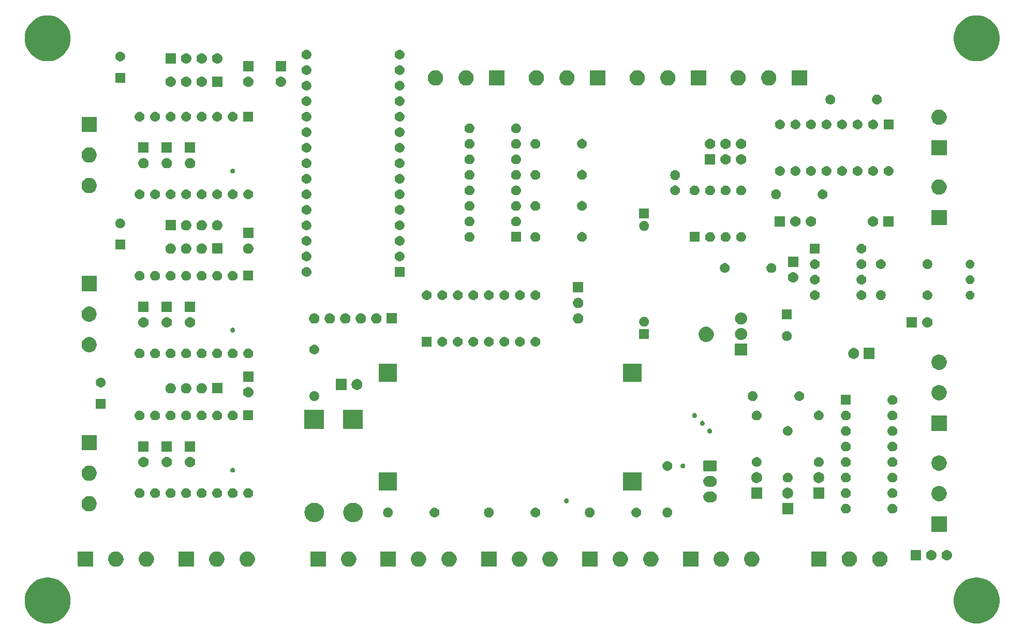
<source format=gts>
G04 #@! TF.GenerationSoftware,KiCad,Pcbnew,(5.0.2)-1*
G04 #@! TF.CreationDate,2019-11-07T20:44:56+01:00*
G04 #@! TF.ProjectId,MPCNC Nano Estlcam Shield,4d50434e-4320-44e6-916e-6f204573746c,1.4*
G04 #@! TF.SameCoordinates,Original*
G04 #@! TF.FileFunction,Soldermask,Top*
G04 #@! TF.FilePolarity,Negative*
%FSLAX46Y46*%
G04 Gerber Fmt 4.6, Leading zero omitted, Abs format (unit mm)*
G04 Created by KiCad (PCBNEW (5.0.2)-1) date 07.11.2019 20:44:56*
%MOMM*%
%LPD*%
G01*
G04 APERTURE LIST*
%ADD10C,0.100000*%
G04 APERTURE END LIST*
D10*
G36*
X217977440Y-133620507D02*
X218598835Y-133744110D01*
X219281291Y-134026793D01*
X219895486Y-134437185D01*
X220417815Y-134959514D01*
X220828207Y-135573709D01*
X221110890Y-136256165D01*
X221255000Y-136980657D01*
X221255000Y-137719343D01*
X221110890Y-138443835D01*
X220828207Y-139126291D01*
X220417815Y-139740486D01*
X219895486Y-140262815D01*
X219281291Y-140673207D01*
X218598835Y-140955890D01*
X217977440Y-141079493D01*
X217874344Y-141100000D01*
X217135656Y-141100000D01*
X217032560Y-141079493D01*
X216411165Y-140955890D01*
X215728709Y-140673207D01*
X215114514Y-140262815D01*
X214592185Y-139740486D01*
X214181793Y-139126291D01*
X213899110Y-138443835D01*
X213755000Y-137719343D01*
X213755000Y-136980657D01*
X213899110Y-136256165D01*
X214181793Y-135573709D01*
X214592185Y-134959514D01*
X215114514Y-134437185D01*
X215728709Y-134026793D01*
X216411165Y-133744110D01*
X217032560Y-133620507D01*
X217135656Y-133600000D01*
X217874344Y-133600000D01*
X217977440Y-133620507D01*
X217977440Y-133620507D01*
G37*
G36*
X65977440Y-133620507D02*
X66598835Y-133744110D01*
X67281291Y-134026793D01*
X67895486Y-134437185D01*
X68417815Y-134959514D01*
X68828207Y-135573709D01*
X69110890Y-136256165D01*
X69255000Y-136980657D01*
X69255000Y-137719343D01*
X69110890Y-138443835D01*
X68828207Y-139126291D01*
X68417815Y-139740486D01*
X67895486Y-140262815D01*
X67281291Y-140673207D01*
X66598835Y-140955890D01*
X65977440Y-141079493D01*
X65874344Y-141100000D01*
X65135656Y-141100000D01*
X65032560Y-141079493D01*
X64411165Y-140955890D01*
X63728709Y-140673207D01*
X63114514Y-140262815D01*
X62592185Y-139740486D01*
X62181793Y-139126291D01*
X61899110Y-138443835D01*
X61755000Y-137719343D01*
X61755000Y-136980657D01*
X61899110Y-136256165D01*
X62181793Y-135573709D01*
X62592185Y-134959514D01*
X63114514Y-134437185D01*
X63728709Y-134026793D01*
X64411165Y-133744110D01*
X65032560Y-133620507D01*
X65135656Y-133600000D01*
X65874344Y-133600000D01*
X65977440Y-133620507D01*
X65977440Y-133620507D01*
G37*
G36*
X93539612Y-129353037D02*
X93767096Y-129447264D01*
X93971831Y-129584064D01*
X94145936Y-129758169D01*
X94282736Y-129962904D01*
X94376963Y-130190388D01*
X94425000Y-130431885D01*
X94425000Y-130678115D01*
X94376963Y-130919612D01*
X94282736Y-131147096D01*
X94145936Y-131351831D01*
X93971831Y-131525936D01*
X93767096Y-131662736D01*
X93539612Y-131756963D01*
X93298115Y-131805000D01*
X93051885Y-131805000D01*
X92810388Y-131756963D01*
X92582904Y-131662736D01*
X92378169Y-131525936D01*
X92204064Y-131351831D01*
X92067264Y-131147096D01*
X91973037Y-130919612D01*
X91925000Y-130678115D01*
X91925000Y-130431885D01*
X91973037Y-130190388D01*
X92067264Y-129962904D01*
X92204064Y-129758169D01*
X92378169Y-129584064D01*
X92582904Y-129447264D01*
X92810388Y-129353037D01*
X93051885Y-129305000D01*
X93298115Y-129305000D01*
X93539612Y-129353037D01*
X93539612Y-129353037D01*
G37*
G36*
X164579612Y-129353037D02*
X164807096Y-129447264D01*
X165011831Y-129584064D01*
X165185936Y-129758169D01*
X165322736Y-129962904D01*
X165416963Y-130190388D01*
X165465000Y-130431885D01*
X165465000Y-130678115D01*
X165416963Y-130919612D01*
X165322736Y-131147096D01*
X165185936Y-131351831D01*
X165011831Y-131525936D01*
X164807096Y-131662736D01*
X164579612Y-131756963D01*
X164338115Y-131805000D01*
X164091885Y-131805000D01*
X163850388Y-131756963D01*
X163622904Y-131662736D01*
X163418169Y-131525936D01*
X163244064Y-131351831D01*
X163107264Y-131147096D01*
X163013037Y-130919612D01*
X162965000Y-130678115D01*
X162965000Y-130431885D01*
X163013037Y-130190388D01*
X163107264Y-129962904D01*
X163244064Y-129758169D01*
X163418169Y-129584064D01*
X163622904Y-129447264D01*
X163850388Y-129353037D01*
X164091885Y-129305000D01*
X164338115Y-129305000D01*
X164579612Y-129353037D01*
X164579612Y-129353037D01*
G37*
G36*
X89425000Y-131805000D02*
X86925000Y-131805000D01*
X86925000Y-129305000D01*
X89425000Y-129305000D01*
X89425000Y-131805000D01*
X89425000Y-131805000D01*
G37*
G36*
X143069612Y-129353037D02*
X143297096Y-129447264D01*
X143501831Y-129584064D01*
X143675936Y-129758169D01*
X143812736Y-129962904D01*
X143906963Y-130190388D01*
X143955000Y-130431885D01*
X143955000Y-130678115D01*
X143906963Y-130919612D01*
X143812736Y-131147096D01*
X143675936Y-131351831D01*
X143501831Y-131525936D01*
X143297096Y-131662736D01*
X143069612Y-131756963D01*
X142828115Y-131805000D01*
X142581885Y-131805000D01*
X142340388Y-131756963D01*
X142112904Y-131662736D01*
X141908169Y-131525936D01*
X141734064Y-131351831D01*
X141597264Y-131147096D01*
X141503037Y-130919612D01*
X141455000Y-130678115D01*
X141455000Y-130431885D01*
X141503037Y-130190388D01*
X141597264Y-129962904D01*
X141734064Y-129758169D01*
X141908169Y-129584064D01*
X142112904Y-129447264D01*
X142340388Y-129353037D01*
X142581885Y-129305000D01*
X142828115Y-129305000D01*
X143069612Y-129353037D01*
X143069612Y-129353037D01*
G37*
G36*
X148069612Y-129353037D02*
X148297096Y-129447264D01*
X148501831Y-129584064D01*
X148675936Y-129758169D01*
X148812736Y-129962904D01*
X148906963Y-130190388D01*
X148955000Y-130431885D01*
X148955000Y-130678115D01*
X148906963Y-130919612D01*
X148812736Y-131147096D01*
X148675936Y-131351831D01*
X148501831Y-131525936D01*
X148297096Y-131662736D01*
X148069612Y-131756963D01*
X147828115Y-131805000D01*
X147581885Y-131805000D01*
X147340388Y-131756963D01*
X147112904Y-131662736D01*
X146908169Y-131525936D01*
X146734064Y-131351831D01*
X146597264Y-131147096D01*
X146503037Y-130919612D01*
X146455000Y-130678115D01*
X146455000Y-130431885D01*
X146503037Y-130190388D01*
X146597264Y-129962904D01*
X146734064Y-129758169D01*
X146908169Y-129584064D01*
X147112904Y-129447264D01*
X147340388Y-129353037D01*
X147581885Y-129305000D01*
X147828115Y-129305000D01*
X148069612Y-129353037D01*
X148069612Y-129353037D01*
G37*
G36*
X72915000Y-131805000D02*
X70415000Y-131805000D01*
X70415000Y-129305000D01*
X72915000Y-129305000D01*
X72915000Y-131805000D01*
X72915000Y-131805000D01*
G37*
G36*
X77029612Y-129353037D02*
X77257096Y-129447264D01*
X77461831Y-129584064D01*
X77635936Y-129758169D01*
X77772736Y-129962904D01*
X77866963Y-130190388D01*
X77915000Y-130431885D01*
X77915000Y-130678115D01*
X77866963Y-130919612D01*
X77772736Y-131147096D01*
X77635936Y-131351831D01*
X77461831Y-131525936D01*
X77257096Y-131662736D01*
X77029612Y-131756963D01*
X76788115Y-131805000D01*
X76541885Y-131805000D01*
X76300388Y-131756963D01*
X76072904Y-131662736D01*
X75868169Y-131525936D01*
X75694064Y-131351831D01*
X75557264Y-131147096D01*
X75463037Y-130919612D01*
X75415000Y-130678115D01*
X75415000Y-130431885D01*
X75463037Y-130190388D01*
X75557264Y-129962904D01*
X75694064Y-129758169D01*
X75868169Y-129584064D01*
X76072904Y-129447264D01*
X76300388Y-129353037D01*
X76541885Y-129305000D01*
X76788115Y-129305000D01*
X77029612Y-129353037D01*
X77029612Y-129353037D01*
G37*
G36*
X82029612Y-129353037D02*
X82257096Y-129447264D01*
X82461831Y-129584064D01*
X82635936Y-129758169D01*
X82772736Y-129962904D01*
X82866963Y-130190388D01*
X82915000Y-130431885D01*
X82915000Y-130678115D01*
X82866963Y-130919612D01*
X82772736Y-131147096D01*
X82635936Y-131351831D01*
X82461831Y-131525936D01*
X82257096Y-131662736D01*
X82029612Y-131756963D01*
X81788115Y-131805000D01*
X81541885Y-131805000D01*
X81300388Y-131756963D01*
X81072904Y-131662736D01*
X80868169Y-131525936D01*
X80694064Y-131351831D01*
X80557264Y-131147096D01*
X80463037Y-130919612D01*
X80415000Y-130678115D01*
X80415000Y-130431885D01*
X80463037Y-130190388D01*
X80557264Y-129962904D01*
X80694064Y-129758169D01*
X80868169Y-129584064D01*
X81072904Y-129447264D01*
X81300388Y-129353037D01*
X81541885Y-129305000D01*
X81788115Y-129305000D01*
X82029612Y-129353037D01*
X82029612Y-129353037D01*
G37*
G36*
X138955000Y-131805000D02*
X136455000Y-131805000D01*
X136455000Y-129305000D01*
X138955000Y-129305000D01*
X138955000Y-131805000D01*
X138955000Y-131805000D01*
G37*
G36*
X181089612Y-129353037D02*
X181317096Y-129447264D01*
X181521831Y-129584064D01*
X181695936Y-129758169D01*
X181832736Y-129962904D01*
X181926963Y-130190388D01*
X181975000Y-130431885D01*
X181975000Y-130678115D01*
X181926963Y-130919612D01*
X181832736Y-131147096D01*
X181695936Y-131351831D01*
X181521831Y-131525936D01*
X181317096Y-131662736D01*
X181089612Y-131756963D01*
X180848115Y-131805000D01*
X180601885Y-131805000D01*
X180360388Y-131756963D01*
X180132904Y-131662736D01*
X179928169Y-131525936D01*
X179754064Y-131351831D01*
X179617264Y-131147096D01*
X179523037Y-130919612D01*
X179475000Y-130678115D01*
X179475000Y-130431885D01*
X179523037Y-130190388D01*
X179617264Y-129962904D01*
X179754064Y-129758169D01*
X179928169Y-129584064D01*
X180132904Y-129447264D01*
X180360388Y-129353037D01*
X180601885Y-129305000D01*
X180848115Y-129305000D01*
X181089612Y-129353037D01*
X181089612Y-129353037D01*
G37*
G36*
X176089612Y-129353037D02*
X176317096Y-129447264D01*
X176521831Y-129584064D01*
X176695936Y-129758169D01*
X176832736Y-129962904D01*
X176926963Y-130190388D01*
X176975000Y-130431885D01*
X176975000Y-130678115D01*
X176926963Y-130919612D01*
X176832736Y-131147096D01*
X176695936Y-131351831D01*
X176521831Y-131525936D01*
X176317096Y-131662736D01*
X176089612Y-131756963D01*
X175848115Y-131805000D01*
X175601885Y-131805000D01*
X175360388Y-131756963D01*
X175132904Y-131662736D01*
X174928169Y-131525936D01*
X174754064Y-131351831D01*
X174617264Y-131147096D01*
X174523037Y-130919612D01*
X174475000Y-130678115D01*
X174475000Y-130431885D01*
X174523037Y-130190388D01*
X174617264Y-129962904D01*
X174754064Y-129758169D01*
X174928169Y-129584064D01*
X175132904Y-129447264D01*
X175360388Y-129353037D01*
X175601885Y-129305000D01*
X175848115Y-129305000D01*
X176089612Y-129353037D01*
X176089612Y-129353037D01*
G37*
G36*
X171975000Y-131805000D02*
X169475000Y-131805000D01*
X169475000Y-129305000D01*
X171975000Y-129305000D01*
X171975000Y-131805000D01*
X171975000Y-131805000D01*
G37*
G36*
X159579612Y-129353037D02*
X159807096Y-129447264D01*
X160011831Y-129584064D01*
X160185936Y-129758169D01*
X160322736Y-129962904D01*
X160416963Y-130190388D01*
X160465000Y-130431885D01*
X160465000Y-130678115D01*
X160416963Y-130919612D01*
X160322736Y-131147096D01*
X160185936Y-131351831D01*
X160011831Y-131525936D01*
X159807096Y-131662736D01*
X159579612Y-131756963D01*
X159338115Y-131805000D01*
X159091885Y-131805000D01*
X158850388Y-131756963D01*
X158622904Y-131662736D01*
X158418169Y-131525936D01*
X158244064Y-131351831D01*
X158107264Y-131147096D01*
X158013037Y-130919612D01*
X157965000Y-130678115D01*
X157965000Y-130431885D01*
X158013037Y-130190388D01*
X158107264Y-129962904D01*
X158244064Y-129758169D01*
X158418169Y-129584064D01*
X158622904Y-129447264D01*
X158850388Y-129353037D01*
X159091885Y-129305000D01*
X159338115Y-129305000D01*
X159579612Y-129353037D01*
X159579612Y-129353037D01*
G37*
G36*
X155465000Y-131805000D02*
X152965000Y-131805000D01*
X152965000Y-129305000D01*
X155465000Y-129305000D01*
X155465000Y-131805000D01*
X155465000Y-131805000D01*
G37*
G36*
X202044612Y-129353037D02*
X202272096Y-129447264D01*
X202476831Y-129584064D01*
X202650936Y-129758169D01*
X202787736Y-129962904D01*
X202881963Y-130190388D01*
X202930000Y-130431885D01*
X202930000Y-130678115D01*
X202881963Y-130919612D01*
X202787736Y-131147096D01*
X202650936Y-131351831D01*
X202476831Y-131525936D01*
X202272096Y-131662736D01*
X202044612Y-131756963D01*
X201803115Y-131805000D01*
X201556885Y-131805000D01*
X201315388Y-131756963D01*
X201087904Y-131662736D01*
X200883169Y-131525936D01*
X200709064Y-131351831D01*
X200572264Y-131147096D01*
X200478037Y-130919612D01*
X200430000Y-130678115D01*
X200430000Y-130431885D01*
X200478037Y-130190388D01*
X200572264Y-129962904D01*
X200709064Y-129758169D01*
X200883169Y-129584064D01*
X201087904Y-129447264D01*
X201315388Y-129353037D01*
X201556885Y-129305000D01*
X201803115Y-129305000D01*
X202044612Y-129353037D01*
X202044612Y-129353037D01*
G37*
G36*
X197044612Y-129353037D02*
X197272096Y-129447264D01*
X197476831Y-129584064D01*
X197650936Y-129758169D01*
X197787736Y-129962904D01*
X197881963Y-130190388D01*
X197930000Y-130431885D01*
X197930000Y-130678115D01*
X197881963Y-130919612D01*
X197787736Y-131147096D01*
X197650936Y-131351831D01*
X197476831Y-131525936D01*
X197272096Y-131662736D01*
X197044612Y-131756963D01*
X196803115Y-131805000D01*
X196556885Y-131805000D01*
X196315388Y-131756963D01*
X196087904Y-131662736D01*
X195883169Y-131525936D01*
X195709064Y-131351831D01*
X195572264Y-131147096D01*
X195478037Y-130919612D01*
X195430000Y-130678115D01*
X195430000Y-130431885D01*
X195478037Y-130190388D01*
X195572264Y-129962904D01*
X195709064Y-129758169D01*
X195883169Y-129584064D01*
X196087904Y-129447264D01*
X196315388Y-129353037D01*
X196556885Y-129305000D01*
X196803115Y-129305000D01*
X197044612Y-129353037D01*
X197044612Y-129353037D01*
G37*
G36*
X192930000Y-131805000D02*
X190430000Y-131805000D01*
X190430000Y-129305000D01*
X192930000Y-129305000D01*
X192930000Y-131805000D01*
X192930000Y-131805000D01*
G37*
G36*
X131559612Y-129353037D02*
X131787096Y-129447264D01*
X131991831Y-129584064D01*
X132165936Y-129758169D01*
X132302736Y-129962904D01*
X132396963Y-130190388D01*
X132445000Y-130431885D01*
X132445000Y-130678115D01*
X132396963Y-130919612D01*
X132302736Y-131147096D01*
X132165936Y-131351831D01*
X131991831Y-131525936D01*
X131787096Y-131662736D01*
X131559612Y-131756963D01*
X131318115Y-131805000D01*
X131071885Y-131805000D01*
X130830388Y-131756963D01*
X130602904Y-131662736D01*
X130398169Y-131525936D01*
X130224064Y-131351831D01*
X130087264Y-131147096D01*
X129993037Y-130919612D01*
X129945000Y-130678115D01*
X129945000Y-130431885D01*
X129993037Y-130190388D01*
X130087264Y-129962904D01*
X130224064Y-129758169D01*
X130398169Y-129584064D01*
X130602904Y-129447264D01*
X130830388Y-129353037D01*
X131071885Y-129305000D01*
X131318115Y-129305000D01*
X131559612Y-129353037D01*
X131559612Y-129353037D01*
G37*
G36*
X126559612Y-129353037D02*
X126787096Y-129447264D01*
X126991831Y-129584064D01*
X127165936Y-129758169D01*
X127302736Y-129962904D01*
X127396963Y-130190388D01*
X127445000Y-130431885D01*
X127445000Y-130678115D01*
X127396963Y-130919612D01*
X127302736Y-131147096D01*
X127165936Y-131351831D01*
X126991831Y-131525936D01*
X126787096Y-131662736D01*
X126559612Y-131756963D01*
X126318115Y-131805000D01*
X126071885Y-131805000D01*
X125830388Y-131756963D01*
X125602904Y-131662736D01*
X125398169Y-131525936D01*
X125224064Y-131351831D01*
X125087264Y-131147096D01*
X124993037Y-130919612D01*
X124945000Y-130678115D01*
X124945000Y-130431885D01*
X124993037Y-130190388D01*
X125087264Y-129962904D01*
X125224064Y-129758169D01*
X125398169Y-129584064D01*
X125602904Y-129447264D01*
X125830388Y-129353037D01*
X126071885Y-129305000D01*
X126318115Y-129305000D01*
X126559612Y-129353037D01*
X126559612Y-129353037D01*
G37*
G36*
X122445000Y-131805000D02*
X119945000Y-131805000D01*
X119945000Y-129305000D01*
X122445000Y-129305000D01*
X122445000Y-131805000D01*
X122445000Y-131805000D01*
G37*
G36*
X111015000Y-131805000D02*
X108515000Y-131805000D01*
X108515000Y-129305000D01*
X111015000Y-129305000D01*
X111015000Y-131805000D01*
X111015000Y-131805000D01*
G37*
G36*
X115129612Y-129353037D02*
X115357096Y-129447264D01*
X115561831Y-129584064D01*
X115735936Y-129758169D01*
X115872736Y-129962904D01*
X115966963Y-130190388D01*
X116015000Y-130431885D01*
X116015000Y-130678115D01*
X115966963Y-130919612D01*
X115872736Y-131147096D01*
X115735936Y-131351831D01*
X115561831Y-131525936D01*
X115357096Y-131662736D01*
X115129612Y-131756963D01*
X114888115Y-131805000D01*
X114641885Y-131805000D01*
X114400388Y-131756963D01*
X114172904Y-131662736D01*
X113968169Y-131525936D01*
X113794064Y-131351831D01*
X113657264Y-131147096D01*
X113563037Y-130919612D01*
X113515000Y-130678115D01*
X113515000Y-130431885D01*
X113563037Y-130190388D01*
X113657264Y-129962904D01*
X113794064Y-129758169D01*
X113968169Y-129584064D01*
X114172904Y-129447264D01*
X114400388Y-129353037D01*
X114641885Y-129305000D01*
X114888115Y-129305000D01*
X115129612Y-129353037D01*
X115129612Y-129353037D01*
G37*
G36*
X98539612Y-129353037D02*
X98767096Y-129447264D01*
X98971831Y-129584064D01*
X99145936Y-129758169D01*
X99282736Y-129962904D01*
X99376963Y-130190388D01*
X99425000Y-130431885D01*
X99425000Y-130678115D01*
X99376963Y-130919612D01*
X99282736Y-131147096D01*
X99145936Y-131351831D01*
X98971831Y-131525936D01*
X98767096Y-131662736D01*
X98539612Y-131756963D01*
X98298115Y-131805000D01*
X98051885Y-131805000D01*
X97810388Y-131756963D01*
X97582904Y-131662736D01*
X97378169Y-131525936D01*
X97204064Y-131351831D01*
X97067264Y-131147096D01*
X96973037Y-130919612D01*
X96925000Y-130678115D01*
X96925000Y-130431885D01*
X96973037Y-130190388D01*
X97067264Y-129962904D01*
X97204064Y-129758169D01*
X97378169Y-129584064D01*
X97582904Y-129447264D01*
X97810388Y-129353037D01*
X98051885Y-129305000D01*
X98298115Y-129305000D01*
X98539612Y-129353037D01*
X98539612Y-129353037D01*
G37*
G36*
X208405000Y-130770000D02*
X206705000Y-130770000D01*
X206705000Y-129070000D01*
X208405000Y-129070000D01*
X208405000Y-130770000D01*
X208405000Y-130770000D01*
G37*
G36*
X212801630Y-129082299D02*
X212961855Y-129130903D01*
X213109520Y-129209831D01*
X213238949Y-129316051D01*
X213345169Y-129445480D01*
X213424097Y-129593145D01*
X213472701Y-129753370D01*
X213489112Y-129920000D01*
X213472701Y-130086630D01*
X213424097Y-130246855D01*
X213345169Y-130394520D01*
X213238949Y-130523949D01*
X213109520Y-130630169D01*
X212961855Y-130709097D01*
X212801630Y-130757701D01*
X212676752Y-130770000D01*
X212593248Y-130770000D01*
X212468370Y-130757701D01*
X212308145Y-130709097D01*
X212160480Y-130630169D01*
X212031051Y-130523949D01*
X211924831Y-130394520D01*
X211845903Y-130246855D01*
X211797299Y-130086630D01*
X211780888Y-129920000D01*
X211797299Y-129753370D01*
X211845903Y-129593145D01*
X211924831Y-129445480D01*
X212031051Y-129316051D01*
X212160480Y-129209831D01*
X212308145Y-129130903D01*
X212468370Y-129082299D01*
X212593248Y-129070000D01*
X212676752Y-129070000D01*
X212801630Y-129082299D01*
X212801630Y-129082299D01*
G37*
G36*
X210261630Y-129082299D02*
X210421855Y-129130903D01*
X210569520Y-129209831D01*
X210698949Y-129316051D01*
X210805169Y-129445480D01*
X210884097Y-129593145D01*
X210932701Y-129753370D01*
X210949112Y-129920000D01*
X210932701Y-130086630D01*
X210884097Y-130246855D01*
X210805169Y-130394520D01*
X210698949Y-130523949D01*
X210569520Y-130630169D01*
X210421855Y-130709097D01*
X210261630Y-130757701D01*
X210136752Y-130770000D01*
X210053248Y-130770000D01*
X209928370Y-130757701D01*
X209768145Y-130709097D01*
X209620480Y-130630169D01*
X209491051Y-130523949D01*
X209384831Y-130394520D01*
X209305903Y-130246855D01*
X209257299Y-130086630D01*
X209240888Y-129920000D01*
X209257299Y-129753370D01*
X209305903Y-129593145D01*
X209384831Y-129445480D01*
X209491051Y-129316051D01*
X209620480Y-129209831D01*
X209768145Y-129130903D01*
X209928370Y-129082299D01*
X210053248Y-129070000D01*
X210136752Y-129070000D01*
X210261630Y-129082299D01*
X210261630Y-129082299D01*
G37*
G36*
X212615000Y-126090000D02*
X210115000Y-126090000D01*
X210115000Y-123590000D01*
X212615000Y-123590000D01*
X212615000Y-126090000D01*
X212615000Y-126090000D01*
G37*
G36*
X115616440Y-121340697D02*
X115793655Y-121358151D01*
X115931612Y-121400000D01*
X116095257Y-121449641D01*
X116243828Y-121529054D01*
X116373213Y-121598212D01*
X116373215Y-121598213D01*
X116373214Y-121598213D01*
X116616845Y-121798155D01*
X116816787Y-122041786D01*
X116965359Y-122319743D01*
X116965359Y-122319744D01*
X117056849Y-122621345D01*
X117087741Y-122935000D01*
X117056849Y-123248655D01*
X117016518Y-123381608D01*
X116965359Y-123550257D01*
X116897250Y-123677679D01*
X116816788Y-123828213D01*
X116616845Y-124071845D01*
X116373213Y-124271788D01*
X116243828Y-124340946D01*
X116095257Y-124420359D01*
X115994722Y-124450856D01*
X115793655Y-124511849D01*
X115636950Y-124527283D01*
X115558598Y-124535000D01*
X115401402Y-124535000D01*
X115323050Y-124527283D01*
X115166345Y-124511849D01*
X114965278Y-124450856D01*
X114864743Y-124420359D01*
X114716172Y-124340946D01*
X114586787Y-124271788D01*
X114343155Y-124071845D01*
X114143212Y-123828213D01*
X114062750Y-123677679D01*
X113994641Y-123550257D01*
X113943482Y-123381608D01*
X113903151Y-123248655D01*
X113872259Y-122935000D01*
X113903151Y-122621345D01*
X113994641Y-122319744D01*
X113994641Y-122319743D01*
X114143213Y-122041786D01*
X114343155Y-121798155D01*
X114586786Y-121598213D01*
X114586785Y-121598213D01*
X114586787Y-121598212D01*
X114716172Y-121529054D01*
X114864743Y-121449641D01*
X115028388Y-121400000D01*
X115166345Y-121358151D01*
X115343560Y-121340697D01*
X115401402Y-121335000D01*
X115558598Y-121335000D01*
X115616440Y-121340697D01*
X115616440Y-121340697D01*
G37*
G36*
X109266440Y-121340697D02*
X109443655Y-121358151D01*
X109581612Y-121400000D01*
X109745257Y-121449641D01*
X109893828Y-121529054D01*
X110023213Y-121598212D01*
X110023215Y-121598213D01*
X110023214Y-121598213D01*
X110266845Y-121798155D01*
X110466787Y-122041786D01*
X110615359Y-122319743D01*
X110615359Y-122319744D01*
X110706849Y-122621345D01*
X110737741Y-122935000D01*
X110706849Y-123248655D01*
X110666518Y-123381608D01*
X110615359Y-123550257D01*
X110547250Y-123677679D01*
X110466788Y-123828213D01*
X110266845Y-124071845D01*
X110023213Y-124271788D01*
X109893828Y-124340946D01*
X109745257Y-124420359D01*
X109644722Y-124450856D01*
X109443655Y-124511849D01*
X109286950Y-124527283D01*
X109208598Y-124535000D01*
X109051402Y-124535000D01*
X108973050Y-124527283D01*
X108816345Y-124511849D01*
X108615278Y-124450856D01*
X108514743Y-124420359D01*
X108366172Y-124340946D01*
X108236787Y-124271788D01*
X107993155Y-124071845D01*
X107793212Y-123828213D01*
X107712750Y-123677679D01*
X107644641Y-123550257D01*
X107593482Y-123381608D01*
X107553151Y-123248655D01*
X107522259Y-122935000D01*
X107553151Y-122621345D01*
X107644641Y-122319744D01*
X107644641Y-122319743D01*
X107793213Y-122041786D01*
X107993155Y-121798155D01*
X108236786Y-121598213D01*
X108236785Y-121598213D01*
X108236787Y-121598212D01*
X108366172Y-121529054D01*
X108514743Y-121449641D01*
X108678388Y-121400000D01*
X108816345Y-121358151D01*
X108993560Y-121340697D01*
X109051402Y-121335000D01*
X109208598Y-121335000D01*
X109266440Y-121340697D01*
X109266440Y-121340697D01*
G37*
G36*
X145442649Y-122142717D02*
X145481827Y-122146576D01*
X145545012Y-122165743D01*
X145632629Y-122192321D01*
X145771608Y-122266608D01*
X145893422Y-122366578D01*
X145993392Y-122488392D01*
X146067679Y-122627371D01*
X146067679Y-122627372D01*
X146113424Y-122778173D01*
X146128870Y-122935000D01*
X146113424Y-123091827D01*
X146090551Y-123167228D01*
X146067679Y-123242629D01*
X145993392Y-123381608D01*
X145893422Y-123503422D01*
X145771608Y-123603392D01*
X145632629Y-123677679D01*
X145557227Y-123700552D01*
X145481827Y-123723424D01*
X145442649Y-123727283D01*
X145364295Y-123735000D01*
X145285705Y-123735000D01*
X145207351Y-123727283D01*
X145168173Y-123723424D01*
X145092773Y-123700552D01*
X145017371Y-123677679D01*
X144878392Y-123603392D01*
X144756578Y-123503422D01*
X144656608Y-123381608D01*
X144582321Y-123242629D01*
X144559449Y-123167228D01*
X144536576Y-123091827D01*
X144521130Y-122935000D01*
X144536576Y-122778173D01*
X144582321Y-122627372D01*
X144582321Y-122627371D01*
X144656608Y-122488392D01*
X144756578Y-122366578D01*
X144878392Y-122266608D01*
X145017371Y-122192321D01*
X145104988Y-122165743D01*
X145168173Y-122146576D01*
X145207351Y-122142717D01*
X145285705Y-122135000D01*
X145364295Y-122135000D01*
X145442649Y-122142717D01*
X145442649Y-122142717D01*
G37*
G36*
X137938352Y-122165743D02*
X138083941Y-122226048D01*
X138214973Y-122313601D01*
X138326399Y-122425027D01*
X138413952Y-122556059D01*
X138474257Y-122701648D01*
X138505000Y-122856205D01*
X138505000Y-123013795D01*
X138474257Y-123168352D01*
X138413952Y-123313941D01*
X138326399Y-123444973D01*
X138214973Y-123556399D01*
X138083941Y-123643952D01*
X137938352Y-123704257D01*
X137783795Y-123735000D01*
X137626205Y-123735000D01*
X137471648Y-123704257D01*
X137326059Y-123643952D01*
X137195027Y-123556399D01*
X137083601Y-123444973D01*
X136996048Y-123313941D01*
X136935743Y-123168352D01*
X136905000Y-123013795D01*
X136905000Y-122856205D01*
X136935743Y-122701648D01*
X136996048Y-122556059D01*
X137083601Y-122425027D01*
X137195027Y-122313601D01*
X137326059Y-122226048D01*
X137471648Y-122165743D01*
X137626205Y-122135000D01*
X137783795Y-122135000D01*
X137938352Y-122165743D01*
X137938352Y-122165743D01*
G37*
G36*
X154448352Y-122165743D02*
X154593941Y-122226048D01*
X154724973Y-122313601D01*
X154836399Y-122425027D01*
X154923952Y-122556059D01*
X154984257Y-122701648D01*
X155015000Y-122856205D01*
X155015000Y-123013795D01*
X154984257Y-123168352D01*
X154923952Y-123313941D01*
X154836399Y-123444973D01*
X154724973Y-123556399D01*
X154593941Y-123643952D01*
X154448352Y-123704257D01*
X154293795Y-123735000D01*
X154136205Y-123735000D01*
X153981648Y-123704257D01*
X153836059Y-123643952D01*
X153705027Y-123556399D01*
X153593601Y-123444973D01*
X153506048Y-123313941D01*
X153445743Y-123168352D01*
X153415000Y-123013795D01*
X153415000Y-122856205D01*
X153445743Y-122701648D01*
X153506048Y-122556059D01*
X153593601Y-122425027D01*
X153705027Y-122313601D01*
X153836059Y-122226048D01*
X153981648Y-122165743D01*
X154136205Y-122135000D01*
X154293795Y-122135000D01*
X154448352Y-122165743D01*
X154448352Y-122165743D01*
G37*
G36*
X161952649Y-122142717D02*
X161991827Y-122146576D01*
X162055012Y-122165743D01*
X162142629Y-122192321D01*
X162281608Y-122266608D01*
X162403422Y-122366578D01*
X162503392Y-122488392D01*
X162577679Y-122627371D01*
X162577679Y-122627372D01*
X162623424Y-122778173D01*
X162638870Y-122935000D01*
X162623424Y-123091827D01*
X162600551Y-123167228D01*
X162577679Y-123242629D01*
X162503392Y-123381608D01*
X162403422Y-123503422D01*
X162281608Y-123603392D01*
X162142629Y-123677679D01*
X162067227Y-123700552D01*
X161991827Y-123723424D01*
X161952649Y-123727283D01*
X161874295Y-123735000D01*
X161795705Y-123735000D01*
X161717351Y-123727283D01*
X161678173Y-123723424D01*
X161602773Y-123700552D01*
X161527371Y-123677679D01*
X161388392Y-123603392D01*
X161266578Y-123503422D01*
X161166608Y-123381608D01*
X161092321Y-123242629D01*
X161069449Y-123167228D01*
X161046576Y-123091827D01*
X161031130Y-122935000D01*
X161046576Y-122778173D01*
X161092321Y-122627372D01*
X161092321Y-122627371D01*
X161166608Y-122488392D01*
X161266578Y-122366578D01*
X161388392Y-122266608D01*
X161527371Y-122192321D01*
X161614988Y-122165743D01*
X161678173Y-122146576D01*
X161717351Y-122142717D01*
X161795705Y-122135000D01*
X161874295Y-122135000D01*
X161952649Y-122142717D01*
X161952649Y-122142717D01*
G37*
G36*
X121428352Y-122165743D02*
X121573941Y-122226048D01*
X121704973Y-122313601D01*
X121816399Y-122425027D01*
X121903952Y-122556059D01*
X121964257Y-122701648D01*
X121995000Y-122856205D01*
X121995000Y-123013795D01*
X121964257Y-123168352D01*
X121903952Y-123313941D01*
X121816399Y-123444973D01*
X121704973Y-123556399D01*
X121573941Y-123643952D01*
X121428352Y-123704257D01*
X121273795Y-123735000D01*
X121116205Y-123735000D01*
X120961648Y-123704257D01*
X120816059Y-123643952D01*
X120685027Y-123556399D01*
X120573601Y-123444973D01*
X120486048Y-123313941D01*
X120425743Y-123168352D01*
X120395000Y-123013795D01*
X120395000Y-122856205D01*
X120425743Y-122701648D01*
X120486048Y-122556059D01*
X120573601Y-122425027D01*
X120685027Y-122313601D01*
X120816059Y-122226048D01*
X120961648Y-122165743D01*
X121116205Y-122135000D01*
X121273795Y-122135000D01*
X121428352Y-122165743D01*
X121428352Y-122165743D01*
G37*
G36*
X128932649Y-122142717D02*
X128971827Y-122146576D01*
X129035012Y-122165743D01*
X129122629Y-122192321D01*
X129261608Y-122266608D01*
X129383422Y-122366578D01*
X129483392Y-122488392D01*
X129557679Y-122627371D01*
X129557679Y-122627372D01*
X129603424Y-122778173D01*
X129618870Y-122935000D01*
X129603424Y-123091827D01*
X129580551Y-123167228D01*
X129557679Y-123242629D01*
X129483392Y-123381608D01*
X129383422Y-123503422D01*
X129261608Y-123603392D01*
X129122629Y-123677679D01*
X129047227Y-123700552D01*
X128971827Y-123723424D01*
X128932649Y-123727283D01*
X128854295Y-123735000D01*
X128775705Y-123735000D01*
X128697351Y-123727283D01*
X128658173Y-123723424D01*
X128582773Y-123700552D01*
X128507371Y-123677679D01*
X128368392Y-123603392D01*
X128246578Y-123503422D01*
X128146608Y-123381608D01*
X128072321Y-123242629D01*
X128049449Y-123167228D01*
X128026576Y-123091827D01*
X128011130Y-122935000D01*
X128026576Y-122778173D01*
X128072321Y-122627372D01*
X128072321Y-122627371D01*
X128146608Y-122488392D01*
X128246578Y-122366578D01*
X128368392Y-122266608D01*
X128507371Y-122192321D01*
X128594988Y-122165743D01*
X128658173Y-122146576D01*
X128697351Y-122142717D01*
X128775705Y-122135000D01*
X128854295Y-122135000D01*
X128932649Y-122142717D01*
X128932649Y-122142717D01*
G37*
G36*
X167148352Y-122165743D02*
X167293941Y-122226048D01*
X167424973Y-122313601D01*
X167536399Y-122425027D01*
X167623952Y-122556059D01*
X167684257Y-122701648D01*
X167715000Y-122856205D01*
X167715000Y-123013795D01*
X167684257Y-123168352D01*
X167623952Y-123313941D01*
X167536399Y-123444973D01*
X167424973Y-123556399D01*
X167293941Y-123643952D01*
X167148352Y-123704257D01*
X166993795Y-123735000D01*
X166836205Y-123735000D01*
X166681648Y-123704257D01*
X166536059Y-123643952D01*
X166405027Y-123556399D01*
X166293601Y-123444973D01*
X166206048Y-123313941D01*
X166145743Y-123168352D01*
X166115000Y-123013795D01*
X166115000Y-122856205D01*
X166145743Y-122701648D01*
X166206048Y-122556059D01*
X166293601Y-122425027D01*
X166405027Y-122313601D01*
X166536059Y-122226048D01*
X166681648Y-122165743D01*
X166836205Y-122135000D01*
X166993795Y-122135000D01*
X167148352Y-122165743D01*
X167148352Y-122165743D01*
G37*
G36*
X187500000Y-123200000D02*
X185700000Y-123200000D01*
X185700000Y-121400000D01*
X187500000Y-121400000D01*
X187500000Y-123200000D01*
X187500000Y-123200000D01*
G37*
G36*
X203862649Y-121507717D02*
X203901827Y-121511576D01*
X203977227Y-121534448D01*
X204052629Y-121557321D01*
X204191608Y-121631608D01*
X204313422Y-121731578D01*
X204413392Y-121853392D01*
X204487679Y-121992371D01*
X204487679Y-121992372D01*
X204533424Y-122143173D01*
X204545581Y-122266607D01*
X204548870Y-122300000D01*
X204533424Y-122456826D01*
X204487679Y-122607629D01*
X204413392Y-122746608D01*
X204313422Y-122868422D01*
X204191608Y-122968392D01*
X204052629Y-123042679D01*
X203977227Y-123065552D01*
X203901827Y-123088424D01*
X203867286Y-123091826D01*
X203784295Y-123100000D01*
X203705705Y-123100000D01*
X203622714Y-123091826D01*
X203588173Y-123088424D01*
X203512773Y-123065552D01*
X203437371Y-123042679D01*
X203298392Y-122968392D01*
X203176578Y-122868422D01*
X203076608Y-122746608D01*
X203002321Y-122607629D01*
X202956576Y-122456826D01*
X202941130Y-122300000D01*
X202944419Y-122266607D01*
X202956576Y-122143173D01*
X203002321Y-121992372D01*
X203002321Y-121992371D01*
X203076608Y-121853392D01*
X203176578Y-121731578D01*
X203298392Y-121631608D01*
X203437371Y-121557321D01*
X203512773Y-121534448D01*
X203588173Y-121511576D01*
X203627351Y-121507717D01*
X203705705Y-121500000D01*
X203784295Y-121500000D01*
X203862649Y-121507717D01*
X203862649Y-121507717D01*
G37*
G36*
X196242649Y-121507717D02*
X196281827Y-121511576D01*
X196357227Y-121534448D01*
X196432629Y-121557321D01*
X196571608Y-121631608D01*
X196693422Y-121731578D01*
X196793392Y-121853392D01*
X196867679Y-121992371D01*
X196867679Y-121992372D01*
X196913424Y-122143173D01*
X196925581Y-122266607D01*
X196928870Y-122300000D01*
X196913424Y-122456826D01*
X196867679Y-122607629D01*
X196793392Y-122746608D01*
X196693422Y-122868422D01*
X196571608Y-122968392D01*
X196432629Y-123042679D01*
X196357227Y-123065552D01*
X196281827Y-123088424D01*
X196247286Y-123091826D01*
X196164295Y-123100000D01*
X196085705Y-123100000D01*
X196002714Y-123091826D01*
X195968173Y-123088424D01*
X195892773Y-123065552D01*
X195817371Y-123042679D01*
X195678392Y-122968392D01*
X195556578Y-122868422D01*
X195456608Y-122746608D01*
X195382321Y-122607629D01*
X195336576Y-122456826D01*
X195321130Y-122300000D01*
X195324419Y-122266607D01*
X195336576Y-122143173D01*
X195382321Y-121992372D01*
X195382321Y-121992371D01*
X195456608Y-121853392D01*
X195556578Y-121731578D01*
X195678392Y-121631608D01*
X195817371Y-121557321D01*
X195892773Y-121534448D01*
X195968173Y-121511576D01*
X196007351Y-121507717D01*
X196085705Y-121500000D01*
X196164295Y-121500000D01*
X196242649Y-121507717D01*
X196242649Y-121507717D01*
G37*
G36*
X72664612Y-120303037D02*
X72892096Y-120397264D01*
X73096831Y-120534064D01*
X73270936Y-120708169D01*
X73407736Y-120912904D01*
X73501963Y-121140388D01*
X73550000Y-121381885D01*
X73550000Y-121628115D01*
X73501963Y-121869612D01*
X73407736Y-122097096D01*
X73270936Y-122301831D01*
X73096831Y-122475936D01*
X72892096Y-122612736D01*
X72664612Y-122706963D01*
X72423115Y-122755000D01*
X72176885Y-122755000D01*
X71935388Y-122706963D01*
X71707904Y-122612736D01*
X71503169Y-122475936D01*
X71329064Y-122301831D01*
X71192264Y-122097096D01*
X71098037Y-121869612D01*
X71050000Y-121628115D01*
X71050000Y-121381885D01*
X71098037Y-121140388D01*
X71192264Y-120912904D01*
X71329064Y-120708169D01*
X71503169Y-120534064D01*
X71707904Y-120397264D01*
X71935388Y-120303037D01*
X72176885Y-120255000D01*
X72423115Y-120255000D01*
X72664612Y-120303037D01*
X72664612Y-120303037D01*
G37*
G36*
X150478723Y-120636828D02*
X150521676Y-120645372D01*
X150594468Y-120675523D01*
X150594471Y-120675525D01*
X150643331Y-120708172D01*
X150659989Y-120719303D01*
X150715697Y-120775011D01*
X150715699Y-120775014D01*
X150715700Y-120775015D01*
X150739703Y-120810938D01*
X150759477Y-120840532D01*
X150789628Y-120913324D01*
X150805000Y-120990604D01*
X150805000Y-121069396D01*
X150789628Y-121146676D01*
X150759477Y-121219468D01*
X150759475Y-121219471D01*
X150729054Y-121265000D01*
X150715697Y-121284989D01*
X150659989Y-121340697D01*
X150659986Y-121340699D01*
X150659985Y-121340700D01*
X150598347Y-121381885D01*
X150594468Y-121384477D01*
X150521676Y-121414628D01*
X150444397Y-121430000D01*
X150365603Y-121430000D01*
X150288324Y-121414628D01*
X150215532Y-121384477D01*
X150211653Y-121381885D01*
X150150015Y-121340700D01*
X150150014Y-121340699D01*
X150150011Y-121340697D01*
X150094303Y-121284989D01*
X150080947Y-121265000D01*
X150050525Y-121219471D01*
X150050523Y-121219468D01*
X150020372Y-121146676D01*
X150005000Y-121069396D01*
X150005000Y-120990604D01*
X150020372Y-120913324D01*
X150050523Y-120840532D01*
X150070297Y-120810938D01*
X150094300Y-120775015D01*
X150094301Y-120775014D01*
X150094303Y-120775011D01*
X150150011Y-120719303D01*
X150166670Y-120708172D01*
X150215529Y-120675525D01*
X150215532Y-120675523D01*
X150288324Y-120645372D01*
X150331277Y-120636828D01*
X150365603Y-120630000D01*
X150444397Y-120630000D01*
X150478723Y-120636828D01*
X150478723Y-120636828D01*
G37*
G36*
X174300546Y-119537588D02*
X174300549Y-119537589D01*
X174300550Y-119537589D01*
X174464545Y-119587336D01*
X174464547Y-119587337D01*
X174615686Y-119668122D01*
X174748159Y-119776841D01*
X174856878Y-119909314D01*
X174917388Y-120022521D01*
X174937664Y-120060455D01*
X174987411Y-120224450D01*
X174987412Y-120224454D01*
X175004209Y-120395000D01*
X174987412Y-120565546D01*
X174987411Y-120565549D01*
X174987411Y-120565550D01*
X174940771Y-120719303D01*
X174937663Y-120729547D01*
X174856878Y-120880686D01*
X174748159Y-121013159D01*
X174615686Y-121121878D01*
X174464547Y-121202663D01*
X174464545Y-121202664D01*
X174300550Y-121252411D01*
X174300549Y-121252411D01*
X174300546Y-121252412D01*
X174172738Y-121265000D01*
X173627262Y-121265000D01*
X173499454Y-121252412D01*
X173499451Y-121252411D01*
X173499450Y-121252411D01*
X173335455Y-121202664D01*
X173335453Y-121202663D01*
X173184314Y-121121878D01*
X173051841Y-121013159D01*
X172943122Y-120880686D01*
X172862337Y-120729547D01*
X172859230Y-120719303D01*
X172812589Y-120565550D01*
X172812589Y-120565549D01*
X172812588Y-120565546D01*
X172795791Y-120395000D01*
X172812588Y-120224454D01*
X172812589Y-120224450D01*
X172862336Y-120060455D01*
X172882612Y-120022521D01*
X172943122Y-119909314D01*
X173051841Y-119776841D01*
X173184314Y-119668122D01*
X173335453Y-119587337D01*
X173335455Y-119587336D01*
X173499450Y-119537589D01*
X173499451Y-119537589D01*
X173499454Y-119537588D01*
X173627262Y-119525000D01*
X174172738Y-119525000D01*
X174300546Y-119537588D01*
X174300546Y-119537588D01*
G37*
G36*
X211729612Y-118638037D02*
X211957096Y-118732264D01*
X212161831Y-118869064D01*
X212335936Y-119043169D01*
X212472736Y-119247904D01*
X212566963Y-119475388D01*
X212615000Y-119716885D01*
X212615000Y-119963115D01*
X212566963Y-120204612D01*
X212472736Y-120432096D01*
X212335936Y-120636831D01*
X212161831Y-120810936D01*
X211957096Y-120947736D01*
X211729612Y-121041963D01*
X211488115Y-121090000D01*
X211241885Y-121090000D01*
X211000388Y-121041963D01*
X210772904Y-120947736D01*
X210568169Y-120810936D01*
X210394064Y-120636831D01*
X210257264Y-120432096D01*
X210163037Y-120204612D01*
X210115000Y-119963115D01*
X210115000Y-119716885D01*
X210163037Y-119475388D01*
X210257264Y-119247904D01*
X210394064Y-119043169D01*
X210568169Y-118869064D01*
X210772904Y-118732264D01*
X211000388Y-118638037D01*
X211241885Y-118590000D01*
X211488115Y-118590000D01*
X211729612Y-118638037D01*
X211729612Y-118638037D01*
G37*
G36*
X182420000Y-120660000D02*
X180620000Y-120660000D01*
X180620000Y-118860000D01*
X182420000Y-118860000D01*
X182420000Y-120660000D01*
X182420000Y-120660000D01*
G37*
G36*
X186862521Y-118894586D02*
X187026309Y-118962429D01*
X187173720Y-119060926D01*
X187299074Y-119186280D01*
X187397571Y-119333691D01*
X187465414Y-119497479D01*
X187500000Y-119671356D01*
X187500000Y-119848644D01*
X187465414Y-120022521D01*
X187397571Y-120186309D01*
X187299074Y-120333720D01*
X187173720Y-120459074D01*
X187026309Y-120557571D01*
X186862521Y-120625414D01*
X186688644Y-120660000D01*
X186511356Y-120660000D01*
X186337479Y-120625414D01*
X186173691Y-120557571D01*
X186026280Y-120459074D01*
X185900926Y-120333720D01*
X185802429Y-120186309D01*
X185734586Y-120022521D01*
X185700000Y-119848644D01*
X185700000Y-119671356D01*
X185734586Y-119497479D01*
X185802429Y-119333691D01*
X185900926Y-119186280D01*
X186026280Y-119060926D01*
X186173691Y-118962429D01*
X186337479Y-118894586D01*
X186511356Y-118860000D01*
X186688644Y-118860000D01*
X186862521Y-118894586D01*
X186862521Y-118894586D01*
G37*
G36*
X192580000Y-120660000D02*
X190780000Y-120660000D01*
X190780000Y-118860000D01*
X192580000Y-118860000D01*
X192580000Y-120660000D01*
X192580000Y-120660000D01*
G37*
G36*
X90832649Y-118967717D02*
X90871827Y-118971576D01*
X90947227Y-118994448D01*
X91022629Y-119017321D01*
X91161608Y-119091608D01*
X91283422Y-119191578D01*
X91383392Y-119313392D01*
X91457679Y-119452371D01*
X91503424Y-119603174D01*
X91518870Y-119760000D01*
X91503424Y-119916826D01*
X91457679Y-120067629D01*
X91383392Y-120206608D01*
X91283422Y-120328422D01*
X91161608Y-120428392D01*
X91022629Y-120502679D01*
X90947228Y-120525551D01*
X90871827Y-120548424D01*
X90832649Y-120552283D01*
X90754295Y-120560000D01*
X90675705Y-120560000D01*
X90597351Y-120552283D01*
X90558173Y-120548424D01*
X90482772Y-120525551D01*
X90407371Y-120502679D01*
X90268392Y-120428392D01*
X90146578Y-120328422D01*
X90046608Y-120206608D01*
X89972321Y-120067629D01*
X89926576Y-119916826D01*
X89911130Y-119760000D01*
X89926576Y-119603174D01*
X89972321Y-119452371D01*
X90046608Y-119313392D01*
X90146578Y-119191578D01*
X90268392Y-119091608D01*
X90407371Y-119017321D01*
X90482773Y-118994448D01*
X90558173Y-118971576D01*
X90597351Y-118967717D01*
X90675705Y-118960000D01*
X90754295Y-118960000D01*
X90832649Y-118967717D01*
X90832649Y-118967717D01*
G37*
G36*
X88292649Y-118967717D02*
X88331827Y-118971576D01*
X88407227Y-118994448D01*
X88482629Y-119017321D01*
X88621608Y-119091608D01*
X88743422Y-119191578D01*
X88843392Y-119313392D01*
X88917679Y-119452371D01*
X88963424Y-119603174D01*
X88978870Y-119760000D01*
X88963424Y-119916826D01*
X88917679Y-120067629D01*
X88843392Y-120206608D01*
X88743422Y-120328422D01*
X88621608Y-120428392D01*
X88482629Y-120502679D01*
X88407228Y-120525551D01*
X88331827Y-120548424D01*
X88292649Y-120552283D01*
X88214295Y-120560000D01*
X88135705Y-120560000D01*
X88057351Y-120552283D01*
X88018173Y-120548424D01*
X87942772Y-120525551D01*
X87867371Y-120502679D01*
X87728392Y-120428392D01*
X87606578Y-120328422D01*
X87506608Y-120206608D01*
X87432321Y-120067629D01*
X87386576Y-119916826D01*
X87371130Y-119760000D01*
X87386576Y-119603174D01*
X87432321Y-119452371D01*
X87506608Y-119313392D01*
X87606578Y-119191578D01*
X87728392Y-119091608D01*
X87867371Y-119017321D01*
X87942773Y-118994448D01*
X88018173Y-118971576D01*
X88057351Y-118967717D01*
X88135705Y-118960000D01*
X88214295Y-118960000D01*
X88292649Y-118967717D01*
X88292649Y-118967717D01*
G37*
G36*
X85752649Y-118967717D02*
X85791827Y-118971576D01*
X85867227Y-118994448D01*
X85942629Y-119017321D01*
X86081608Y-119091608D01*
X86203422Y-119191578D01*
X86303392Y-119313392D01*
X86377679Y-119452371D01*
X86423424Y-119603174D01*
X86438870Y-119760000D01*
X86423424Y-119916826D01*
X86377679Y-120067629D01*
X86303392Y-120206608D01*
X86203422Y-120328422D01*
X86081608Y-120428392D01*
X85942629Y-120502679D01*
X85867228Y-120525551D01*
X85791827Y-120548424D01*
X85752649Y-120552283D01*
X85674295Y-120560000D01*
X85595705Y-120560000D01*
X85517351Y-120552283D01*
X85478173Y-120548424D01*
X85402772Y-120525551D01*
X85327371Y-120502679D01*
X85188392Y-120428392D01*
X85066578Y-120328422D01*
X84966608Y-120206608D01*
X84892321Y-120067629D01*
X84846576Y-119916826D01*
X84831130Y-119760000D01*
X84846576Y-119603174D01*
X84892321Y-119452371D01*
X84966608Y-119313392D01*
X85066578Y-119191578D01*
X85188392Y-119091608D01*
X85327371Y-119017321D01*
X85402773Y-118994448D01*
X85478173Y-118971576D01*
X85517351Y-118967717D01*
X85595705Y-118960000D01*
X85674295Y-118960000D01*
X85752649Y-118967717D01*
X85752649Y-118967717D01*
G37*
G36*
X83212649Y-118967717D02*
X83251827Y-118971576D01*
X83327227Y-118994448D01*
X83402629Y-119017321D01*
X83541608Y-119091608D01*
X83663422Y-119191578D01*
X83763392Y-119313392D01*
X83837679Y-119452371D01*
X83883424Y-119603174D01*
X83898870Y-119760000D01*
X83883424Y-119916826D01*
X83837679Y-120067629D01*
X83763392Y-120206608D01*
X83663422Y-120328422D01*
X83541608Y-120428392D01*
X83402629Y-120502679D01*
X83327228Y-120525551D01*
X83251827Y-120548424D01*
X83212649Y-120552283D01*
X83134295Y-120560000D01*
X83055705Y-120560000D01*
X82977351Y-120552283D01*
X82938173Y-120548424D01*
X82862772Y-120525551D01*
X82787371Y-120502679D01*
X82648392Y-120428392D01*
X82526578Y-120328422D01*
X82426608Y-120206608D01*
X82352321Y-120067629D01*
X82306576Y-119916826D01*
X82291130Y-119760000D01*
X82306576Y-119603174D01*
X82352321Y-119452371D01*
X82426608Y-119313392D01*
X82526578Y-119191578D01*
X82648392Y-119091608D01*
X82787371Y-119017321D01*
X82862773Y-118994448D01*
X82938173Y-118971576D01*
X82977351Y-118967717D01*
X83055705Y-118960000D01*
X83134295Y-118960000D01*
X83212649Y-118967717D01*
X83212649Y-118967717D01*
G37*
G36*
X203862649Y-118967717D02*
X203901827Y-118971576D01*
X203977227Y-118994448D01*
X204052629Y-119017321D01*
X204191608Y-119091608D01*
X204313422Y-119191578D01*
X204413392Y-119313392D01*
X204487679Y-119452371D01*
X204533424Y-119603174D01*
X204548870Y-119760000D01*
X204533424Y-119916826D01*
X204487679Y-120067629D01*
X204413392Y-120206608D01*
X204313422Y-120328422D01*
X204191608Y-120428392D01*
X204052629Y-120502679D01*
X203977227Y-120525552D01*
X203901827Y-120548424D01*
X203862649Y-120552283D01*
X203784295Y-120560000D01*
X203705705Y-120560000D01*
X203627351Y-120552283D01*
X203588173Y-120548424D01*
X203512772Y-120525551D01*
X203437371Y-120502679D01*
X203298392Y-120428392D01*
X203176578Y-120328422D01*
X203076608Y-120206608D01*
X203002321Y-120067629D01*
X202956576Y-119916826D01*
X202941130Y-119760000D01*
X202956576Y-119603174D01*
X203002321Y-119452371D01*
X203076608Y-119313392D01*
X203176578Y-119191578D01*
X203298392Y-119091608D01*
X203437371Y-119017321D01*
X203512773Y-118994448D01*
X203588173Y-118971576D01*
X203627351Y-118967717D01*
X203705705Y-118960000D01*
X203784295Y-118960000D01*
X203862649Y-118967717D01*
X203862649Y-118967717D01*
G37*
G36*
X95912649Y-118967717D02*
X95951827Y-118971576D01*
X96027227Y-118994448D01*
X96102629Y-119017321D01*
X96241608Y-119091608D01*
X96363422Y-119191578D01*
X96463392Y-119313392D01*
X96537679Y-119452371D01*
X96583424Y-119603174D01*
X96598870Y-119760000D01*
X96583424Y-119916826D01*
X96537679Y-120067629D01*
X96463392Y-120206608D01*
X96363422Y-120328422D01*
X96241608Y-120428392D01*
X96102629Y-120502679D01*
X96027228Y-120525551D01*
X95951827Y-120548424D01*
X95912649Y-120552283D01*
X95834295Y-120560000D01*
X95755705Y-120560000D01*
X95677351Y-120552283D01*
X95638173Y-120548424D01*
X95562772Y-120525551D01*
X95487371Y-120502679D01*
X95348392Y-120428392D01*
X95226578Y-120328422D01*
X95126608Y-120206608D01*
X95052321Y-120067629D01*
X95006576Y-119916826D01*
X94991130Y-119760000D01*
X95006576Y-119603174D01*
X95052321Y-119452371D01*
X95126608Y-119313392D01*
X95226578Y-119191578D01*
X95348392Y-119091608D01*
X95487371Y-119017321D01*
X95562773Y-118994448D01*
X95638173Y-118971576D01*
X95677351Y-118967717D01*
X95755705Y-118960000D01*
X95834295Y-118960000D01*
X95912649Y-118967717D01*
X95912649Y-118967717D01*
G37*
G36*
X93372649Y-118967717D02*
X93411827Y-118971576D01*
X93487227Y-118994448D01*
X93562629Y-119017321D01*
X93701608Y-119091608D01*
X93823422Y-119191578D01*
X93923392Y-119313392D01*
X93997679Y-119452371D01*
X94043424Y-119603174D01*
X94058870Y-119760000D01*
X94043424Y-119916826D01*
X93997679Y-120067629D01*
X93923392Y-120206608D01*
X93823422Y-120328422D01*
X93701608Y-120428392D01*
X93562629Y-120502679D01*
X93487228Y-120525551D01*
X93411827Y-120548424D01*
X93372649Y-120552283D01*
X93294295Y-120560000D01*
X93215705Y-120560000D01*
X93137351Y-120552283D01*
X93098173Y-120548424D01*
X93022772Y-120525551D01*
X92947371Y-120502679D01*
X92808392Y-120428392D01*
X92686578Y-120328422D01*
X92586608Y-120206608D01*
X92512321Y-120067629D01*
X92466576Y-119916826D01*
X92451130Y-119760000D01*
X92466576Y-119603174D01*
X92512321Y-119452371D01*
X92586608Y-119313392D01*
X92686578Y-119191578D01*
X92808392Y-119091608D01*
X92947371Y-119017321D01*
X93022773Y-118994448D01*
X93098173Y-118971576D01*
X93137351Y-118967717D01*
X93215705Y-118960000D01*
X93294295Y-118960000D01*
X93372649Y-118967717D01*
X93372649Y-118967717D01*
G37*
G36*
X196242649Y-118967717D02*
X196281827Y-118971576D01*
X196357227Y-118994448D01*
X196432629Y-119017321D01*
X196571608Y-119091608D01*
X196693422Y-119191578D01*
X196793392Y-119313392D01*
X196867679Y-119452371D01*
X196913424Y-119603174D01*
X196928870Y-119760000D01*
X196913424Y-119916826D01*
X196867679Y-120067629D01*
X196793392Y-120206608D01*
X196693422Y-120328422D01*
X196571608Y-120428392D01*
X196432629Y-120502679D01*
X196357227Y-120525552D01*
X196281827Y-120548424D01*
X196242649Y-120552283D01*
X196164295Y-120560000D01*
X196085705Y-120560000D01*
X196007351Y-120552283D01*
X195968173Y-120548424D01*
X195892772Y-120525551D01*
X195817371Y-120502679D01*
X195678392Y-120428392D01*
X195556578Y-120328422D01*
X195456608Y-120206608D01*
X195382321Y-120067629D01*
X195336576Y-119916826D01*
X195321130Y-119760000D01*
X195336576Y-119603174D01*
X195382321Y-119452371D01*
X195456608Y-119313392D01*
X195556578Y-119191578D01*
X195678392Y-119091608D01*
X195817371Y-119017321D01*
X195892773Y-118994448D01*
X195968173Y-118971576D01*
X196007351Y-118967717D01*
X196085705Y-118960000D01*
X196164295Y-118960000D01*
X196242649Y-118967717D01*
X196242649Y-118967717D01*
G37*
G36*
X98452649Y-118967717D02*
X98491827Y-118971576D01*
X98567227Y-118994448D01*
X98642629Y-119017321D01*
X98781608Y-119091608D01*
X98903422Y-119191578D01*
X99003392Y-119313392D01*
X99077679Y-119452371D01*
X99123424Y-119603174D01*
X99138870Y-119760000D01*
X99123424Y-119916826D01*
X99077679Y-120067629D01*
X99003392Y-120206608D01*
X98903422Y-120328422D01*
X98781608Y-120428392D01*
X98642629Y-120502679D01*
X98567228Y-120525551D01*
X98491827Y-120548424D01*
X98452649Y-120552283D01*
X98374295Y-120560000D01*
X98295705Y-120560000D01*
X98217351Y-120552283D01*
X98178173Y-120548424D01*
X98102772Y-120525551D01*
X98027371Y-120502679D01*
X97888392Y-120428392D01*
X97766578Y-120328422D01*
X97666608Y-120206608D01*
X97592321Y-120067629D01*
X97546576Y-119916826D01*
X97531130Y-119760000D01*
X97546576Y-119603174D01*
X97592321Y-119452371D01*
X97666608Y-119313392D01*
X97766578Y-119191578D01*
X97888392Y-119091608D01*
X98027371Y-119017321D01*
X98102773Y-118994448D01*
X98178173Y-118971576D01*
X98217351Y-118967717D01*
X98295705Y-118960000D01*
X98374295Y-118960000D01*
X98452649Y-118967717D01*
X98452649Y-118967717D01*
G37*
G36*
X80672649Y-118967717D02*
X80711827Y-118971576D01*
X80787227Y-118994448D01*
X80862629Y-119017321D01*
X81001608Y-119091608D01*
X81123422Y-119191578D01*
X81223392Y-119313392D01*
X81297679Y-119452371D01*
X81343424Y-119603174D01*
X81358870Y-119760000D01*
X81343424Y-119916826D01*
X81297679Y-120067629D01*
X81223392Y-120206608D01*
X81123422Y-120328422D01*
X81001608Y-120428392D01*
X80862629Y-120502679D01*
X80787228Y-120525551D01*
X80711827Y-120548424D01*
X80672649Y-120552283D01*
X80594295Y-120560000D01*
X80515705Y-120560000D01*
X80437351Y-120552283D01*
X80398173Y-120548424D01*
X80322772Y-120525551D01*
X80247371Y-120502679D01*
X80108392Y-120428392D01*
X79986578Y-120328422D01*
X79886608Y-120206608D01*
X79812321Y-120067629D01*
X79766576Y-119916826D01*
X79751130Y-119760000D01*
X79766576Y-119603174D01*
X79812321Y-119452371D01*
X79886608Y-119313392D01*
X79986578Y-119191578D01*
X80108392Y-119091608D01*
X80247371Y-119017321D01*
X80322773Y-118994448D01*
X80398173Y-118971576D01*
X80437351Y-118967717D01*
X80515705Y-118960000D01*
X80594295Y-118960000D01*
X80672649Y-118967717D01*
X80672649Y-118967717D01*
G37*
G36*
X162695000Y-119375000D02*
X159695000Y-119375000D01*
X159695000Y-116375000D01*
X162695000Y-116375000D01*
X162695000Y-119375000D01*
X162695000Y-119375000D01*
G37*
G36*
X122695000Y-119355000D02*
X119695000Y-119355000D01*
X119695000Y-116355000D01*
X122695000Y-116355000D01*
X122695000Y-119355000D01*
X122695000Y-119355000D01*
G37*
G36*
X174300546Y-116997588D02*
X174300549Y-116997589D01*
X174300550Y-116997589D01*
X174464545Y-117047336D01*
X174464547Y-117047337D01*
X174615686Y-117128122D01*
X174748159Y-117236841D01*
X174856878Y-117369314D01*
X174917388Y-117482521D01*
X174937664Y-117520455D01*
X174987411Y-117684450D01*
X174987412Y-117684454D01*
X175004209Y-117855000D01*
X174987412Y-118025546D01*
X174987411Y-118025549D01*
X174987411Y-118025550D01*
X174969252Y-118085414D01*
X174937663Y-118189547D01*
X174856878Y-118340686D01*
X174748159Y-118473159D01*
X174615686Y-118581878D01*
X174510619Y-118638037D01*
X174464545Y-118662664D01*
X174300550Y-118712411D01*
X174300549Y-118712411D01*
X174300546Y-118712412D01*
X174172738Y-118725000D01*
X173627262Y-118725000D01*
X173499454Y-118712412D01*
X173499451Y-118712411D01*
X173499450Y-118712411D01*
X173335455Y-118662664D01*
X173289381Y-118638037D01*
X173184314Y-118581878D01*
X173051841Y-118473159D01*
X172943122Y-118340686D01*
X172862337Y-118189547D01*
X172830749Y-118085414D01*
X172812589Y-118025550D01*
X172812589Y-118025549D01*
X172812588Y-118025546D01*
X172795791Y-117855000D01*
X172812588Y-117684454D01*
X172812589Y-117684450D01*
X172862336Y-117520455D01*
X172882612Y-117482521D01*
X172943122Y-117369314D01*
X173051841Y-117236841D01*
X173184314Y-117128122D01*
X173335453Y-117047337D01*
X173335455Y-117047336D01*
X173499450Y-116997589D01*
X173499451Y-116997589D01*
X173499454Y-116997588D01*
X173627262Y-116985000D01*
X174172738Y-116985000D01*
X174300546Y-116997588D01*
X174300546Y-116997588D01*
G37*
G36*
X181782521Y-116354586D02*
X181946309Y-116422429D01*
X182093720Y-116520926D01*
X182219074Y-116646280D01*
X182317571Y-116793691D01*
X182385414Y-116957479D01*
X182420000Y-117131356D01*
X182420000Y-117308644D01*
X182385414Y-117482521D01*
X182317571Y-117646309D01*
X182219074Y-117793720D01*
X182093720Y-117919074D01*
X181946309Y-118017571D01*
X181782521Y-118085414D01*
X181608644Y-118120000D01*
X181431356Y-118120000D01*
X181257479Y-118085414D01*
X181093691Y-118017571D01*
X180946280Y-117919074D01*
X180820926Y-117793720D01*
X180722429Y-117646309D01*
X180654586Y-117482521D01*
X180620000Y-117308644D01*
X180620000Y-117131356D01*
X180654586Y-116957479D01*
X180722429Y-116793691D01*
X180820926Y-116646280D01*
X180946280Y-116520926D01*
X181093691Y-116422429D01*
X181257479Y-116354586D01*
X181431356Y-116320000D01*
X181608644Y-116320000D01*
X181782521Y-116354586D01*
X181782521Y-116354586D01*
G37*
G36*
X191942521Y-116354586D02*
X192106309Y-116422429D01*
X192253720Y-116520926D01*
X192379074Y-116646280D01*
X192477571Y-116793691D01*
X192545414Y-116957479D01*
X192580000Y-117131356D01*
X192580000Y-117308644D01*
X192545414Y-117482521D01*
X192477571Y-117646309D01*
X192379074Y-117793720D01*
X192253720Y-117919074D01*
X192106309Y-118017571D01*
X191942521Y-118085414D01*
X191768644Y-118120000D01*
X191591356Y-118120000D01*
X191417479Y-118085414D01*
X191253691Y-118017571D01*
X191106280Y-117919074D01*
X190980926Y-117793720D01*
X190882429Y-117646309D01*
X190814586Y-117482521D01*
X190780000Y-117308644D01*
X190780000Y-117131356D01*
X190814586Y-116957479D01*
X190882429Y-116793691D01*
X190980926Y-116646280D01*
X191106280Y-116520926D01*
X191253691Y-116422429D01*
X191417479Y-116354586D01*
X191591356Y-116320000D01*
X191768644Y-116320000D01*
X191942521Y-116354586D01*
X191942521Y-116354586D01*
G37*
G36*
X203862649Y-116427717D02*
X203901827Y-116431576D01*
X203977227Y-116454448D01*
X204052629Y-116477321D01*
X204191608Y-116551608D01*
X204313422Y-116651578D01*
X204413392Y-116773392D01*
X204487679Y-116912371D01*
X204533424Y-117063174D01*
X204548870Y-117220000D01*
X204533424Y-117376826D01*
X204487679Y-117527629D01*
X204413392Y-117666608D01*
X204313422Y-117788422D01*
X204191608Y-117888392D01*
X204052629Y-117962679D01*
X203977227Y-117985552D01*
X203901827Y-118008424D01*
X203862649Y-118012283D01*
X203784295Y-118020000D01*
X203705705Y-118020000D01*
X203627351Y-118012283D01*
X203588173Y-118008424D01*
X203512773Y-117985552D01*
X203437371Y-117962679D01*
X203298392Y-117888392D01*
X203176578Y-117788422D01*
X203076608Y-117666608D01*
X203002321Y-117527629D01*
X202956576Y-117376826D01*
X202941130Y-117220000D01*
X202956576Y-117063174D01*
X203002321Y-116912371D01*
X203076608Y-116773392D01*
X203176578Y-116651578D01*
X203298392Y-116551608D01*
X203437371Y-116477321D01*
X203512773Y-116454448D01*
X203588173Y-116431576D01*
X203627351Y-116427717D01*
X203705705Y-116420000D01*
X203784295Y-116420000D01*
X203862649Y-116427717D01*
X203862649Y-116427717D01*
G37*
G36*
X196242649Y-116427717D02*
X196281827Y-116431576D01*
X196357227Y-116454448D01*
X196432629Y-116477321D01*
X196571608Y-116551608D01*
X196693422Y-116651578D01*
X196793392Y-116773392D01*
X196867679Y-116912371D01*
X196913424Y-117063174D01*
X196928870Y-117220000D01*
X196913424Y-117376826D01*
X196867679Y-117527629D01*
X196793392Y-117666608D01*
X196693422Y-117788422D01*
X196571608Y-117888392D01*
X196432629Y-117962679D01*
X196357227Y-117985552D01*
X196281827Y-118008424D01*
X196242649Y-118012283D01*
X196164295Y-118020000D01*
X196085705Y-118020000D01*
X196007351Y-118012283D01*
X195968173Y-118008424D01*
X195892773Y-117985552D01*
X195817371Y-117962679D01*
X195678392Y-117888392D01*
X195556578Y-117788422D01*
X195456608Y-117666608D01*
X195382321Y-117527629D01*
X195336576Y-117376826D01*
X195321130Y-117220000D01*
X195336576Y-117063174D01*
X195382321Y-116912371D01*
X195456608Y-116773392D01*
X195556578Y-116651578D01*
X195678392Y-116551608D01*
X195817371Y-116477321D01*
X195892773Y-116454448D01*
X195968173Y-116431576D01*
X196007351Y-116427717D01*
X196085705Y-116420000D01*
X196164295Y-116420000D01*
X196242649Y-116427717D01*
X196242649Y-116427717D01*
G37*
G36*
X186717649Y-116427717D02*
X186756827Y-116431576D01*
X186832227Y-116454448D01*
X186907629Y-116477321D01*
X187046608Y-116551608D01*
X187168422Y-116651578D01*
X187268392Y-116773392D01*
X187342679Y-116912371D01*
X187388424Y-117063174D01*
X187403870Y-117220000D01*
X187388424Y-117376826D01*
X187342679Y-117527629D01*
X187268392Y-117666608D01*
X187168422Y-117788422D01*
X187046608Y-117888392D01*
X186907629Y-117962679D01*
X186832227Y-117985552D01*
X186756827Y-118008424D01*
X186717649Y-118012283D01*
X186639295Y-118020000D01*
X186560705Y-118020000D01*
X186482351Y-118012283D01*
X186443173Y-118008424D01*
X186367773Y-117985552D01*
X186292371Y-117962679D01*
X186153392Y-117888392D01*
X186031578Y-117788422D01*
X185931608Y-117666608D01*
X185857321Y-117527629D01*
X185811576Y-117376826D01*
X185796130Y-117220000D01*
X185811576Y-117063174D01*
X185857321Y-116912371D01*
X185931608Y-116773392D01*
X186031578Y-116651578D01*
X186153392Y-116551608D01*
X186292371Y-116477321D01*
X186367773Y-116454448D01*
X186443173Y-116431576D01*
X186482351Y-116427717D01*
X186560705Y-116420000D01*
X186639295Y-116420000D01*
X186717649Y-116427717D01*
X186717649Y-116427717D01*
G37*
G36*
X72664612Y-115303037D02*
X72892096Y-115397264D01*
X73096831Y-115534064D01*
X73270936Y-115708169D01*
X73407736Y-115912904D01*
X73501963Y-116140388D01*
X73550000Y-116381885D01*
X73550000Y-116628115D01*
X73501963Y-116869612D01*
X73407736Y-117097096D01*
X73270936Y-117301831D01*
X73096831Y-117475936D01*
X72892096Y-117612736D01*
X72664612Y-117706963D01*
X72423115Y-117755000D01*
X72176885Y-117755000D01*
X71935388Y-117706963D01*
X71707904Y-117612736D01*
X71503169Y-117475936D01*
X71329064Y-117301831D01*
X71192264Y-117097096D01*
X71098037Y-116869612D01*
X71050000Y-116628115D01*
X71050000Y-116381885D01*
X71098037Y-116140388D01*
X71192264Y-115912904D01*
X71329064Y-115708169D01*
X71503169Y-115534064D01*
X71707904Y-115397264D01*
X71935388Y-115303037D01*
X72176885Y-115255000D01*
X72423115Y-115255000D01*
X72664612Y-115303037D01*
X72664612Y-115303037D01*
G37*
G36*
X95866531Y-115625697D02*
X95911676Y-115634677D01*
X95984468Y-115664828D01*
X95984471Y-115664830D01*
X96049337Y-115708172D01*
X96049989Y-115708608D01*
X96105697Y-115764316D01*
X96149477Y-115829837D01*
X96171672Y-115883422D01*
X96179628Y-115902629D01*
X96195000Y-115979908D01*
X96195000Y-116058702D01*
X96184170Y-116113145D01*
X96179628Y-116135981D01*
X96149477Y-116208773D01*
X96105697Y-116274294D01*
X96049989Y-116330002D01*
X95984468Y-116373782D01*
X95911676Y-116403933D01*
X95834397Y-116419305D01*
X95755603Y-116419305D01*
X95678324Y-116403933D01*
X95605532Y-116373782D01*
X95540011Y-116330002D01*
X95484303Y-116274294D01*
X95440523Y-116208773D01*
X95410372Y-116135981D01*
X95405830Y-116113145D01*
X95395000Y-116058702D01*
X95395000Y-115979908D01*
X95410372Y-115902629D01*
X95418328Y-115883422D01*
X95440523Y-115829837D01*
X95484303Y-115764316D01*
X95540011Y-115708608D01*
X95540664Y-115708172D01*
X95605529Y-115664830D01*
X95605532Y-115664828D01*
X95678324Y-115634677D01*
X95723469Y-115625697D01*
X95755603Y-115619305D01*
X95834397Y-115619305D01*
X95866531Y-115625697D01*
X95866531Y-115625697D01*
G37*
G36*
X174870355Y-114448685D02*
X174900431Y-114457808D01*
X174928145Y-114472622D01*
X174952440Y-114492560D01*
X174972378Y-114516855D01*
X174987192Y-114544569D01*
X174996315Y-114574645D01*
X175000000Y-114612059D01*
X175000000Y-116017941D01*
X174996315Y-116055355D01*
X174987192Y-116085431D01*
X174972378Y-116113145D01*
X174952440Y-116137440D01*
X174928145Y-116157378D01*
X174900431Y-116172192D01*
X174870355Y-116181315D01*
X174832941Y-116185000D01*
X172967059Y-116185000D01*
X172929645Y-116181315D01*
X172899569Y-116172192D01*
X172871855Y-116157378D01*
X172847560Y-116137440D01*
X172827622Y-116113145D01*
X172812808Y-116085431D01*
X172803685Y-116055355D01*
X172800000Y-116017941D01*
X172800000Y-114612059D01*
X172803685Y-114574645D01*
X172812808Y-114544569D01*
X172827622Y-114516855D01*
X172847560Y-114492560D01*
X172871855Y-114472622D01*
X172899569Y-114457808D01*
X172929645Y-114448685D01*
X172967059Y-114445000D01*
X174832941Y-114445000D01*
X174870355Y-114448685D01*
X174870355Y-114448685D01*
G37*
G36*
X167032649Y-114522717D02*
X167071827Y-114526576D01*
X167131142Y-114544569D01*
X167222629Y-114572321D01*
X167361608Y-114646608D01*
X167483422Y-114746578D01*
X167583392Y-114868392D01*
X167657679Y-115007371D01*
X167657679Y-115007372D01*
X167703424Y-115158173D01*
X167718870Y-115315000D01*
X167703424Y-115471827D01*
X167689508Y-115517701D01*
X167657679Y-115622629D01*
X167583392Y-115761608D01*
X167483422Y-115883422D01*
X167361608Y-115983392D01*
X167222629Y-116057679D01*
X167169178Y-116073893D01*
X167071827Y-116103424D01*
X167032649Y-116107283D01*
X166954295Y-116115000D01*
X166875705Y-116115000D01*
X166797351Y-116107283D01*
X166758173Y-116103424D01*
X166660822Y-116073893D01*
X166607371Y-116057679D01*
X166468392Y-115983392D01*
X166346578Y-115883422D01*
X166246608Y-115761608D01*
X166172321Y-115622629D01*
X166140492Y-115517701D01*
X166126576Y-115471827D01*
X166111130Y-115315000D01*
X166126576Y-115158173D01*
X166172321Y-115007372D01*
X166172321Y-115007371D01*
X166246608Y-114868392D01*
X166346578Y-114746578D01*
X166468392Y-114646608D01*
X166607371Y-114572321D01*
X166698858Y-114544569D01*
X166758173Y-114526576D01*
X166797351Y-114522717D01*
X166875705Y-114515000D01*
X166954295Y-114515000D01*
X167032649Y-114522717D01*
X167032649Y-114522717D01*
G37*
G36*
X211729612Y-113638037D02*
X211957096Y-113732264D01*
X212161831Y-113869064D01*
X212335936Y-114043169D01*
X212472736Y-114247904D01*
X212566963Y-114475388D01*
X212615000Y-114716885D01*
X212615000Y-114963115D01*
X212566963Y-115204612D01*
X212472736Y-115432096D01*
X212335936Y-115636831D01*
X212161831Y-115810936D01*
X211957096Y-115947736D01*
X211729612Y-116041963D01*
X211488115Y-116090000D01*
X211241885Y-116090000D01*
X211000388Y-116041963D01*
X210772904Y-115947736D01*
X210568169Y-115810936D01*
X210394064Y-115636831D01*
X210257264Y-115432096D01*
X210163037Y-115204612D01*
X210115000Y-114963115D01*
X210115000Y-114716885D01*
X210163037Y-114475388D01*
X210257264Y-114247904D01*
X210394064Y-114043169D01*
X210568169Y-113869064D01*
X210772904Y-113732264D01*
X211000388Y-113638037D01*
X211241885Y-113590000D01*
X211488115Y-113590000D01*
X211729612Y-113638037D01*
X211729612Y-113638037D01*
G37*
G36*
X169571676Y-114930372D02*
X169644468Y-114960523D01*
X169644471Y-114960525D01*
X169685034Y-114987628D01*
X169709989Y-115004303D01*
X169765697Y-115060011D01*
X169809477Y-115125532D01*
X169836168Y-115189970D01*
X169839628Y-115198324D01*
X169855000Y-115275603D01*
X169855000Y-115354397D01*
X169847884Y-115390169D01*
X169839628Y-115431676D01*
X169809477Y-115504468D01*
X169809475Y-115504471D01*
X169789702Y-115534064D01*
X169765697Y-115569989D01*
X169709989Y-115625697D01*
X169709986Y-115625699D01*
X169709985Y-115625700D01*
X169693326Y-115636831D01*
X169644468Y-115669477D01*
X169571676Y-115699628D01*
X169494397Y-115715000D01*
X169415603Y-115715000D01*
X169338324Y-115699628D01*
X169265532Y-115669477D01*
X169216674Y-115636831D01*
X169200015Y-115625700D01*
X169200014Y-115625699D01*
X169200011Y-115625697D01*
X169144303Y-115569989D01*
X169120299Y-115534064D01*
X169100525Y-115504471D01*
X169100523Y-115504468D01*
X169070372Y-115431676D01*
X169062116Y-115390169D01*
X169055000Y-115354397D01*
X169055000Y-115275603D01*
X169070372Y-115198324D01*
X169073832Y-115189970D01*
X169100523Y-115125532D01*
X169144303Y-115060011D01*
X169200011Y-115004303D01*
X169224967Y-114987628D01*
X169265529Y-114960525D01*
X169265532Y-114960523D01*
X169338324Y-114930372D01*
X169415603Y-114915000D01*
X169494397Y-114915000D01*
X169571676Y-114930372D01*
X169571676Y-114930372D01*
G37*
G36*
X85166630Y-113842299D02*
X85326855Y-113890903D01*
X85474520Y-113969831D01*
X85603949Y-114076051D01*
X85710169Y-114205480D01*
X85789097Y-114353145D01*
X85837701Y-114513370D01*
X85854112Y-114680000D01*
X85837701Y-114846630D01*
X85789097Y-115006855D01*
X85710169Y-115154520D01*
X85603949Y-115283949D01*
X85474520Y-115390169D01*
X85326855Y-115469097D01*
X85166630Y-115517701D01*
X85041752Y-115530000D01*
X84958248Y-115530000D01*
X84833370Y-115517701D01*
X84673145Y-115469097D01*
X84525480Y-115390169D01*
X84396051Y-115283949D01*
X84289831Y-115154520D01*
X84210903Y-115006855D01*
X84162299Y-114846630D01*
X84145888Y-114680000D01*
X84162299Y-114513370D01*
X84210903Y-114353145D01*
X84289831Y-114205480D01*
X84396051Y-114076051D01*
X84525480Y-113969831D01*
X84673145Y-113890903D01*
X84833370Y-113842299D01*
X84958248Y-113830000D01*
X85041752Y-113830000D01*
X85166630Y-113842299D01*
X85166630Y-113842299D01*
G37*
G36*
X88976630Y-113842299D02*
X89136855Y-113890903D01*
X89284520Y-113969831D01*
X89413949Y-114076051D01*
X89520169Y-114205480D01*
X89599097Y-114353145D01*
X89647701Y-114513370D01*
X89664112Y-114680000D01*
X89647701Y-114846630D01*
X89599097Y-115006855D01*
X89520169Y-115154520D01*
X89413949Y-115283949D01*
X89284520Y-115390169D01*
X89136855Y-115469097D01*
X88976630Y-115517701D01*
X88851752Y-115530000D01*
X88768248Y-115530000D01*
X88643370Y-115517701D01*
X88483145Y-115469097D01*
X88335480Y-115390169D01*
X88206051Y-115283949D01*
X88099831Y-115154520D01*
X88020903Y-115006855D01*
X87972299Y-114846630D01*
X87955888Y-114680000D01*
X87972299Y-114513370D01*
X88020903Y-114353145D01*
X88099831Y-114205480D01*
X88206051Y-114076051D01*
X88335480Y-113969831D01*
X88483145Y-113890903D01*
X88643370Y-113842299D01*
X88768248Y-113830000D01*
X88851752Y-113830000D01*
X88976630Y-113842299D01*
X88976630Y-113842299D01*
G37*
G36*
X81356630Y-113842299D02*
X81516855Y-113890903D01*
X81664520Y-113969831D01*
X81793949Y-114076051D01*
X81900169Y-114205480D01*
X81979097Y-114353145D01*
X82027701Y-114513370D01*
X82044112Y-114680000D01*
X82027701Y-114846630D01*
X81979097Y-115006855D01*
X81900169Y-115154520D01*
X81793949Y-115283949D01*
X81664520Y-115390169D01*
X81516855Y-115469097D01*
X81356630Y-115517701D01*
X81231752Y-115530000D01*
X81148248Y-115530000D01*
X81023370Y-115517701D01*
X80863145Y-115469097D01*
X80715480Y-115390169D01*
X80586051Y-115283949D01*
X80479831Y-115154520D01*
X80400903Y-115006855D01*
X80352299Y-114846630D01*
X80335888Y-114680000D01*
X80352299Y-114513370D01*
X80400903Y-114353145D01*
X80479831Y-114205480D01*
X80586051Y-114076051D01*
X80715480Y-113969831D01*
X80863145Y-113890903D01*
X81023370Y-113842299D01*
X81148248Y-113830000D01*
X81231752Y-113830000D01*
X81356630Y-113842299D01*
X81356630Y-113842299D01*
G37*
G36*
X181753352Y-113910743D02*
X181898941Y-113971048D01*
X182029973Y-114058601D01*
X182141399Y-114170027D01*
X182228952Y-114301059D01*
X182289257Y-114446648D01*
X182320000Y-114601205D01*
X182320000Y-114758795D01*
X182289257Y-114913352D01*
X182228952Y-115058941D01*
X182141399Y-115189973D01*
X182029973Y-115301399D01*
X181898941Y-115388952D01*
X181753352Y-115449257D01*
X181598795Y-115480000D01*
X181441205Y-115480000D01*
X181286648Y-115449257D01*
X181141059Y-115388952D01*
X181010027Y-115301399D01*
X180898601Y-115189973D01*
X180811048Y-115058941D01*
X180750743Y-114913352D01*
X180720000Y-114758795D01*
X180720000Y-114601205D01*
X180750743Y-114446648D01*
X180811048Y-114301059D01*
X180898601Y-114170027D01*
X181010027Y-114058601D01*
X181141059Y-113971048D01*
X181286648Y-113910743D01*
X181441205Y-113880000D01*
X181598795Y-113880000D01*
X181753352Y-113910743D01*
X181753352Y-113910743D01*
G37*
G36*
X191797649Y-113887717D02*
X191836827Y-113891576D01*
X191900012Y-113910743D01*
X191987629Y-113937321D01*
X192126608Y-114011608D01*
X192248422Y-114111578D01*
X192348392Y-114233392D01*
X192422679Y-114372371D01*
X192422679Y-114372372D01*
X192468424Y-114523173D01*
X192483870Y-114680000D01*
X192468424Y-114836827D01*
X192465450Y-114846630D01*
X192422679Y-114987629D01*
X192348392Y-115126608D01*
X192248422Y-115248422D01*
X192126608Y-115348392D01*
X191987629Y-115422679D01*
X191912228Y-115445551D01*
X191836827Y-115468424D01*
X191802286Y-115471826D01*
X191719295Y-115480000D01*
X191640705Y-115480000D01*
X191557714Y-115471826D01*
X191523173Y-115468424D01*
X191447773Y-115445552D01*
X191372371Y-115422679D01*
X191233392Y-115348392D01*
X191111578Y-115248422D01*
X191011608Y-115126608D01*
X190937321Y-114987629D01*
X190894550Y-114846630D01*
X190891576Y-114836827D01*
X190876130Y-114680000D01*
X190891576Y-114523173D01*
X190937321Y-114372372D01*
X190937321Y-114372371D01*
X191011608Y-114233392D01*
X191111578Y-114111578D01*
X191233392Y-114011608D01*
X191372371Y-113937321D01*
X191459988Y-113910743D01*
X191523173Y-113891576D01*
X191562351Y-113887717D01*
X191640705Y-113880000D01*
X191719295Y-113880000D01*
X191797649Y-113887717D01*
X191797649Y-113887717D01*
G37*
G36*
X203862649Y-113887717D02*
X203901827Y-113891576D01*
X203965012Y-113910743D01*
X204052629Y-113937321D01*
X204191608Y-114011608D01*
X204313422Y-114111578D01*
X204413392Y-114233392D01*
X204487679Y-114372371D01*
X204487679Y-114372372D01*
X204533424Y-114523173D01*
X204548870Y-114680000D01*
X204533424Y-114836827D01*
X204530450Y-114846630D01*
X204487679Y-114987629D01*
X204413392Y-115126608D01*
X204313422Y-115248422D01*
X204191608Y-115348392D01*
X204052629Y-115422679D01*
X203977228Y-115445551D01*
X203901827Y-115468424D01*
X203867286Y-115471826D01*
X203784295Y-115480000D01*
X203705705Y-115480000D01*
X203622714Y-115471826D01*
X203588173Y-115468424D01*
X203512773Y-115445552D01*
X203437371Y-115422679D01*
X203298392Y-115348392D01*
X203176578Y-115248422D01*
X203076608Y-115126608D01*
X203002321Y-114987629D01*
X202959550Y-114846630D01*
X202956576Y-114836827D01*
X202941130Y-114680000D01*
X202956576Y-114523173D01*
X203002321Y-114372372D01*
X203002321Y-114372371D01*
X203076608Y-114233392D01*
X203176578Y-114111578D01*
X203298392Y-114011608D01*
X203437371Y-113937321D01*
X203524988Y-113910743D01*
X203588173Y-113891576D01*
X203627351Y-113887717D01*
X203705705Y-113880000D01*
X203784295Y-113880000D01*
X203862649Y-113887717D01*
X203862649Y-113887717D01*
G37*
G36*
X196242649Y-113887717D02*
X196281827Y-113891576D01*
X196345012Y-113910743D01*
X196432629Y-113937321D01*
X196571608Y-114011608D01*
X196693422Y-114111578D01*
X196793392Y-114233392D01*
X196867679Y-114372371D01*
X196867679Y-114372372D01*
X196913424Y-114523173D01*
X196928870Y-114680000D01*
X196913424Y-114836827D01*
X196910450Y-114846630D01*
X196867679Y-114987629D01*
X196793392Y-115126608D01*
X196693422Y-115248422D01*
X196571608Y-115348392D01*
X196432629Y-115422679D01*
X196357228Y-115445551D01*
X196281827Y-115468424D01*
X196247286Y-115471826D01*
X196164295Y-115480000D01*
X196085705Y-115480000D01*
X196002714Y-115471826D01*
X195968173Y-115468424D01*
X195892773Y-115445552D01*
X195817371Y-115422679D01*
X195678392Y-115348392D01*
X195556578Y-115248422D01*
X195456608Y-115126608D01*
X195382321Y-114987629D01*
X195339550Y-114846630D01*
X195336576Y-114836827D01*
X195321130Y-114680000D01*
X195336576Y-114523173D01*
X195382321Y-114372372D01*
X195382321Y-114372371D01*
X195456608Y-114233392D01*
X195556578Y-114111578D01*
X195678392Y-114011608D01*
X195817371Y-113937321D01*
X195904988Y-113910743D01*
X195968173Y-113891576D01*
X196007351Y-113887717D01*
X196085705Y-113880000D01*
X196164295Y-113880000D01*
X196242649Y-113887717D01*
X196242649Y-113887717D01*
G37*
G36*
X85850000Y-112990000D02*
X84150000Y-112990000D01*
X84150000Y-111290000D01*
X85850000Y-111290000D01*
X85850000Y-112990000D01*
X85850000Y-112990000D01*
G37*
G36*
X89660000Y-112990000D02*
X87960000Y-112990000D01*
X87960000Y-111290000D01*
X89660000Y-111290000D01*
X89660000Y-112990000D01*
X89660000Y-112990000D01*
G37*
G36*
X82040000Y-112990000D02*
X80340000Y-112990000D01*
X80340000Y-111290000D01*
X82040000Y-111290000D01*
X82040000Y-112990000D01*
X82040000Y-112990000D01*
G37*
G36*
X196242649Y-111347717D02*
X196281827Y-111351576D01*
X196357228Y-111374449D01*
X196432629Y-111397321D01*
X196571608Y-111471608D01*
X196693422Y-111571578D01*
X196793392Y-111693392D01*
X196867679Y-111832371D01*
X196913424Y-111983174D01*
X196928870Y-112140000D01*
X196913424Y-112296826D01*
X196867679Y-112447629D01*
X196793392Y-112586608D01*
X196693422Y-112708422D01*
X196571608Y-112808392D01*
X196432629Y-112882679D01*
X196357228Y-112905551D01*
X196281827Y-112928424D01*
X196242649Y-112932283D01*
X196164295Y-112940000D01*
X196085705Y-112940000D01*
X196007351Y-112932283D01*
X195968173Y-112928424D01*
X195892772Y-112905551D01*
X195817371Y-112882679D01*
X195678392Y-112808392D01*
X195556578Y-112708422D01*
X195456608Y-112586608D01*
X195382321Y-112447629D01*
X195336576Y-112296826D01*
X195321130Y-112140000D01*
X195336576Y-111983174D01*
X195382321Y-111832371D01*
X195456608Y-111693392D01*
X195556578Y-111571578D01*
X195678392Y-111471608D01*
X195817371Y-111397321D01*
X195892772Y-111374449D01*
X195968173Y-111351576D01*
X196007351Y-111347717D01*
X196085705Y-111340000D01*
X196164295Y-111340000D01*
X196242649Y-111347717D01*
X196242649Y-111347717D01*
G37*
G36*
X203862649Y-111347717D02*
X203901827Y-111351576D01*
X203977228Y-111374449D01*
X204052629Y-111397321D01*
X204191608Y-111471608D01*
X204313422Y-111571578D01*
X204413392Y-111693392D01*
X204487679Y-111832371D01*
X204533424Y-111983174D01*
X204548870Y-112140000D01*
X204533424Y-112296826D01*
X204487679Y-112447629D01*
X204413392Y-112586608D01*
X204313422Y-112708422D01*
X204191608Y-112808392D01*
X204052629Y-112882679D01*
X203977228Y-112905551D01*
X203901827Y-112928424D01*
X203862649Y-112932283D01*
X203784295Y-112940000D01*
X203705705Y-112940000D01*
X203627351Y-112932283D01*
X203588173Y-112928424D01*
X203512772Y-112905551D01*
X203437371Y-112882679D01*
X203298392Y-112808392D01*
X203176578Y-112708422D01*
X203076608Y-112586608D01*
X203002321Y-112447629D01*
X202956576Y-112296826D01*
X202941130Y-112140000D01*
X202956576Y-111983174D01*
X203002321Y-111832371D01*
X203076608Y-111693392D01*
X203176578Y-111571578D01*
X203298392Y-111471608D01*
X203437371Y-111397321D01*
X203512772Y-111374449D01*
X203588173Y-111351576D01*
X203627351Y-111347717D01*
X203705705Y-111340000D01*
X203784295Y-111340000D01*
X203862649Y-111347717D01*
X203862649Y-111347717D01*
G37*
G36*
X73550000Y-112755000D02*
X71050000Y-112755000D01*
X71050000Y-110255000D01*
X73550000Y-110255000D01*
X73550000Y-112755000D01*
X73550000Y-112755000D01*
G37*
G36*
X196242649Y-108807717D02*
X196281827Y-108811576D01*
X196345012Y-108830743D01*
X196432629Y-108857321D01*
X196571608Y-108931608D01*
X196693422Y-109031578D01*
X196793392Y-109153392D01*
X196867679Y-109292371D01*
X196867679Y-109292372D01*
X196913424Y-109443173D01*
X196928870Y-109600000D01*
X196913424Y-109756827D01*
X196890552Y-109832227D01*
X196867679Y-109907629D01*
X196793392Y-110046608D01*
X196693422Y-110168422D01*
X196571608Y-110268392D01*
X196432629Y-110342679D01*
X196357227Y-110365552D01*
X196281827Y-110388424D01*
X196242649Y-110392283D01*
X196164295Y-110400000D01*
X196085705Y-110400000D01*
X196007351Y-110392283D01*
X195968173Y-110388424D01*
X195892773Y-110365552D01*
X195817371Y-110342679D01*
X195678392Y-110268392D01*
X195556578Y-110168422D01*
X195456608Y-110046608D01*
X195382321Y-109907629D01*
X195359448Y-109832227D01*
X195336576Y-109756827D01*
X195321130Y-109600000D01*
X195336576Y-109443173D01*
X195382321Y-109292372D01*
X195382321Y-109292371D01*
X195456608Y-109153392D01*
X195556578Y-109031578D01*
X195678392Y-108931608D01*
X195817371Y-108857321D01*
X195904988Y-108830743D01*
X195968173Y-108811576D01*
X196007351Y-108807717D01*
X196085705Y-108800000D01*
X196164295Y-108800000D01*
X196242649Y-108807717D01*
X196242649Y-108807717D01*
G37*
G36*
X186833352Y-108830743D02*
X186978941Y-108891048D01*
X187109973Y-108978601D01*
X187221399Y-109090027D01*
X187308952Y-109221059D01*
X187369257Y-109366648D01*
X187400000Y-109521205D01*
X187400000Y-109678795D01*
X187369257Y-109833352D01*
X187308952Y-109978941D01*
X187221399Y-110109973D01*
X187109973Y-110221399D01*
X186978941Y-110308952D01*
X186833352Y-110369257D01*
X186678795Y-110400000D01*
X186521205Y-110400000D01*
X186366648Y-110369257D01*
X186221059Y-110308952D01*
X186090027Y-110221399D01*
X185978601Y-110109973D01*
X185891048Y-109978941D01*
X185830743Y-109833352D01*
X185800000Y-109678795D01*
X185800000Y-109521205D01*
X185830743Y-109366648D01*
X185891048Y-109221059D01*
X185978601Y-109090027D01*
X186090027Y-108978601D01*
X186221059Y-108891048D01*
X186366648Y-108830743D01*
X186521205Y-108800000D01*
X186678795Y-108800000D01*
X186833352Y-108830743D01*
X186833352Y-108830743D01*
G37*
G36*
X203862649Y-108807717D02*
X203901827Y-108811576D01*
X203965012Y-108830743D01*
X204052629Y-108857321D01*
X204191608Y-108931608D01*
X204313422Y-109031578D01*
X204413392Y-109153392D01*
X204487679Y-109292371D01*
X204487679Y-109292372D01*
X204533424Y-109443173D01*
X204548870Y-109600000D01*
X204533424Y-109756827D01*
X204510552Y-109832227D01*
X204487679Y-109907629D01*
X204413392Y-110046608D01*
X204313422Y-110168422D01*
X204191608Y-110268392D01*
X204052629Y-110342679D01*
X203977227Y-110365552D01*
X203901827Y-110388424D01*
X203862649Y-110392283D01*
X203784295Y-110400000D01*
X203705705Y-110400000D01*
X203627351Y-110392283D01*
X203588173Y-110388424D01*
X203512773Y-110365552D01*
X203437371Y-110342679D01*
X203298392Y-110268392D01*
X203176578Y-110168422D01*
X203076608Y-110046608D01*
X203002321Y-109907629D01*
X202979448Y-109832227D01*
X202956576Y-109756827D01*
X202941130Y-109600000D01*
X202956576Y-109443173D01*
X203002321Y-109292372D01*
X203002321Y-109292371D01*
X203076608Y-109153392D01*
X203176578Y-109031578D01*
X203298392Y-108931608D01*
X203437371Y-108857321D01*
X203524988Y-108830743D01*
X203588173Y-108811576D01*
X203627351Y-108807717D01*
X203705705Y-108800000D01*
X203784295Y-108800000D01*
X203862649Y-108807717D01*
X203862649Y-108807717D01*
G37*
G36*
X173947417Y-109215372D02*
X174020209Y-109245523D01*
X174085730Y-109289303D01*
X174141438Y-109345011D01*
X174141440Y-109345014D01*
X174141441Y-109345015D01*
X174155896Y-109366649D01*
X174185218Y-109410532D01*
X174215369Y-109483324D01*
X174230741Y-109560603D01*
X174230741Y-109639397D01*
X174222904Y-109678795D01*
X174215369Y-109716676D01*
X174185218Y-109789468D01*
X174185216Y-109789471D01*
X174155896Y-109833352D01*
X174141438Y-109854989D01*
X174085730Y-109910697D01*
X174020209Y-109954477D01*
X173961144Y-109978942D01*
X173947417Y-109984628D01*
X173870138Y-110000000D01*
X173791344Y-110000000D01*
X173714065Y-109984628D01*
X173700338Y-109978942D01*
X173641273Y-109954477D01*
X173575752Y-109910697D01*
X173520044Y-109854989D01*
X173505587Y-109833352D01*
X173476266Y-109789471D01*
X173476264Y-109789468D01*
X173446113Y-109716676D01*
X173438578Y-109678795D01*
X173430741Y-109639397D01*
X173430741Y-109560603D01*
X173446113Y-109483324D01*
X173476264Y-109410532D01*
X173505586Y-109366649D01*
X173520041Y-109345015D01*
X173520042Y-109345014D01*
X173520044Y-109345011D01*
X173575752Y-109289303D01*
X173641273Y-109245523D01*
X173714065Y-109215372D01*
X173791344Y-109200000D01*
X173870138Y-109200000D01*
X173947417Y-109215372D01*
X173947417Y-109215372D01*
G37*
G36*
X212615000Y-109580000D02*
X210115000Y-109580000D01*
X210115000Y-107080000D01*
X212615000Y-107080000D01*
X212615000Y-109580000D01*
X212615000Y-109580000D01*
G37*
G36*
X110730000Y-109295000D02*
X107530000Y-109295000D01*
X107530000Y-106095000D01*
X110730000Y-106095000D01*
X110730000Y-109295000D01*
X110730000Y-109295000D01*
G37*
G36*
X117080000Y-109295000D02*
X113880000Y-109295000D01*
X113880000Y-106095000D01*
X117080000Y-106095000D01*
X117080000Y-109295000D01*
X117080000Y-109295000D01*
G37*
G36*
X172746676Y-107945372D02*
X172819468Y-107975523D01*
X172884989Y-108019303D01*
X172940697Y-108075011D01*
X172984477Y-108140532D01*
X173014628Y-108213324D01*
X173030000Y-108290604D01*
X173030000Y-108369396D01*
X173014628Y-108446676D01*
X172984477Y-108519468D01*
X172940697Y-108584989D01*
X172884989Y-108640697D01*
X172819468Y-108684477D01*
X172746676Y-108714628D01*
X172669397Y-108730000D01*
X172590603Y-108730000D01*
X172513324Y-108714628D01*
X172440532Y-108684477D01*
X172375011Y-108640697D01*
X172319303Y-108584989D01*
X172275523Y-108519468D01*
X172245372Y-108446676D01*
X172230000Y-108369396D01*
X172230000Y-108290604D01*
X172245372Y-108213324D01*
X172275523Y-108140532D01*
X172319303Y-108075011D01*
X172375011Y-108019303D01*
X172440532Y-107975523D01*
X172513324Y-107945372D01*
X172590603Y-107930000D01*
X172669397Y-107930000D01*
X172746676Y-107945372D01*
X172746676Y-107945372D01*
G37*
G36*
X80672649Y-106267717D02*
X80711827Y-106271576D01*
X80775012Y-106290743D01*
X80862629Y-106317321D01*
X81001608Y-106391608D01*
X81123422Y-106491578D01*
X81223392Y-106613392D01*
X81297679Y-106752371D01*
X81297679Y-106752372D01*
X81343424Y-106903173D01*
X81358870Y-107060000D01*
X81343424Y-107216827D01*
X81320551Y-107292228D01*
X81297679Y-107367629D01*
X81223392Y-107506608D01*
X81123422Y-107628422D01*
X81001608Y-107728392D01*
X80862629Y-107802679D01*
X80787227Y-107825552D01*
X80711827Y-107848424D01*
X80672649Y-107852283D01*
X80594295Y-107860000D01*
X80515705Y-107860000D01*
X80437351Y-107852283D01*
X80398173Y-107848424D01*
X80322773Y-107825552D01*
X80247371Y-107802679D01*
X80108392Y-107728392D01*
X79986578Y-107628422D01*
X79886608Y-107506608D01*
X79812321Y-107367629D01*
X79789449Y-107292228D01*
X79766576Y-107216827D01*
X79751130Y-107060000D01*
X79766576Y-106903173D01*
X79812321Y-106752372D01*
X79812321Y-106752371D01*
X79886608Y-106613392D01*
X79986578Y-106491578D01*
X80108392Y-106391608D01*
X80247371Y-106317321D01*
X80334988Y-106290743D01*
X80398173Y-106271576D01*
X80437351Y-106267717D01*
X80515705Y-106260000D01*
X80594295Y-106260000D01*
X80672649Y-106267717D01*
X80672649Y-106267717D01*
G37*
G36*
X85752649Y-106267717D02*
X85791827Y-106271576D01*
X85855012Y-106290743D01*
X85942629Y-106317321D01*
X86081608Y-106391608D01*
X86203422Y-106491578D01*
X86303392Y-106613392D01*
X86377679Y-106752371D01*
X86377679Y-106752372D01*
X86423424Y-106903173D01*
X86438870Y-107060000D01*
X86423424Y-107216827D01*
X86400551Y-107292228D01*
X86377679Y-107367629D01*
X86303392Y-107506608D01*
X86203422Y-107628422D01*
X86081608Y-107728392D01*
X85942629Y-107802679D01*
X85867227Y-107825552D01*
X85791827Y-107848424D01*
X85752649Y-107852283D01*
X85674295Y-107860000D01*
X85595705Y-107860000D01*
X85517351Y-107852283D01*
X85478173Y-107848424D01*
X85402773Y-107825552D01*
X85327371Y-107802679D01*
X85188392Y-107728392D01*
X85066578Y-107628422D01*
X84966608Y-107506608D01*
X84892321Y-107367629D01*
X84869449Y-107292228D01*
X84846576Y-107216827D01*
X84831130Y-107060000D01*
X84846576Y-106903173D01*
X84892321Y-106752372D01*
X84892321Y-106752371D01*
X84966608Y-106613392D01*
X85066578Y-106491578D01*
X85188392Y-106391608D01*
X85327371Y-106317321D01*
X85414988Y-106290743D01*
X85478173Y-106271576D01*
X85517351Y-106267717D01*
X85595705Y-106260000D01*
X85674295Y-106260000D01*
X85752649Y-106267717D01*
X85752649Y-106267717D01*
G37*
G36*
X83212649Y-106267717D02*
X83251827Y-106271576D01*
X83315012Y-106290743D01*
X83402629Y-106317321D01*
X83541608Y-106391608D01*
X83663422Y-106491578D01*
X83763392Y-106613392D01*
X83837679Y-106752371D01*
X83837679Y-106752372D01*
X83883424Y-106903173D01*
X83898870Y-107060000D01*
X83883424Y-107216827D01*
X83860551Y-107292228D01*
X83837679Y-107367629D01*
X83763392Y-107506608D01*
X83663422Y-107628422D01*
X83541608Y-107728392D01*
X83402629Y-107802679D01*
X83327227Y-107825552D01*
X83251827Y-107848424D01*
X83212649Y-107852283D01*
X83134295Y-107860000D01*
X83055705Y-107860000D01*
X82977351Y-107852283D01*
X82938173Y-107848424D01*
X82862773Y-107825552D01*
X82787371Y-107802679D01*
X82648392Y-107728392D01*
X82526578Y-107628422D01*
X82426608Y-107506608D01*
X82352321Y-107367629D01*
X82329449Y-107292228D01*
X82306576Y-107216827D01*
X82291130Y-107060000D01*
X82306576Y-106903173D01*
X82352321Y-106752372D01*
X82352321Y-106752371D01*
X82426608Y-106613392D01*
X82526578Y-106491578D01*
X82648392Y-106391608D01*
X82787371Y-106317321D01*
X82874988Y-106290743D01*
X82938173Y-106271576D01*
X82977351Y-106267717D01*
X83055705Y-106260000D01*
X83134295Y-106260000D01*
X83212649Y-106267717D01*
X83212649Y-106267717D01*
G37*
G36*
X196242649Y-106267717D02*
X196281827Y-106271576D01*
X196345012Y-106290743D01*
X196432629Y-106317321D01*
X196571608Y-106391608D01*
X196693422Y-106491578D01*
X196793392Y-106613392D01*
X196867679Y-106752371D01*
X196867679Y-106752372D01*
X196913424Y-106903173D01*
X196928870Y-107060000D01*
X196913424Y-107216827D01*
X196890551Y-107292228D01*
X196867679Y-107367629D01*
X196793392Y-107506608D01*
X196693422Y-107628422D01*
X196571608Y-107728392D01*
X196432629Y-107802679D01*
X196357228Y-107825551D01*
X196281827Y-107848424D01*
X196242649Y-107852283D01*
X196164295Y-107860000D01*
X196085705Y-107860000D01*
X196007351Y-107852283D01*
X195968173Y-107848424D01*
X195892773Y-107825552D01*
X195817371Y-107802679D01*
X195678392Y-107728392D01*
X195556578Y-107628422D01*
X195456608Y-107506608D01*
X195382321Y-107367629D01*
X195359449Y-107292228D01*
X195336576Y-107216827D01*
X195321130Y-107060000D01*
X195336576Y-106903173D01*
X195382321Y-106752372D01*
X195382321Y-106752371D01*
X195456608Y-106613392D01*
X195556578Y-106491578D01*
X195678392Y-106391608D01*
X195817371Y-106317321D01*
X195904988Y-106290743D01*
X195968173Y-106271576D01*
X196007351Y-106267717D01*
X196085705Y-106260000D01*
X196164295Y-106260000D01*
X196242649Y-106267717D01*
X196242649Y-106267717D01*
G37*
G36*
X191913352Y-106290743D02*
X192058941Y-106351048D01*
X192189973Y-106438601D01*
X192301399Y-106550027D01*
X192388952Y-106681059D01*
X192449257Y-106826648D01*
X192480000Y-106981205D01*
X192480000Y-107138795D01*
X192449257Y-107293352D01*
X192388952Y-107438941D01*
X192301399Y-107569973D01*
X192189973Y-107681399D01*
X192058941Y-107768952D01*
X191913352Y-107829257D01*
X191758795Y-107860000D01*
X191601205Y-107860000D01*
X191446648Y-107829257D01*
X191301059Y-107768952D01*
X191170027Y-107681399D01*
X191058601Y-107569973D01*
X190971048Y-107438941D01*
X190910743Y-107293352D01*
X190880000Y-107138795D01*
X190880000Y-106981205D01*
X190910743Y-106826648D01*
X190971048Y-106681059D01*
X191058601Y-106550027D01*
X191170027Y-106438601D01*
X191301059Y-106351048D01*
X191446648Y-106290743D01*
X191601205Y-106260000D01*
X191758795Y-106260000D01*
X191913352Y-106290743D01*
X191913352Y-106290743D01*
G37*
G36*
X181637649Y-106267717D02*
X181676827Y-106271576D01*
X181740012Y-106290743D01*
X181827629Y-106317321D01*
X181966608Y-106391608D01*
X182088422Y-106491578D01*
X182188392Y-106613392D01*
X182262679Y-106752371D01*
X182262679Y-106752372D01*
X182308424Y-106903173D01*
X182323870Y-107060000D01*
X182308424Y-107216827D01*
X182285551Y-107292228D01*
X182262679Y-107367629D01*
X182188392Y-107506608D01*
X182088422Y-107628422D01*
X181966608Y-107728392D01*
X181827629Y-107802679D01*
X181752228Y-107825551D01*
X181676827Y-107848424D01*
X181637649Y-107852283D01*
X181559295Y-107860000D01*
X181480705Y-107860000D01*
X181402351Y-107852283D01*
X181363173Y-107848424D01*
X181287773Y-107825552D01*
X181212371Y-107802679D01*
X181073392Y-107728392D01*
X180951578Y-107628422D01*
X180851608Y-107506608D01*
X180777321Y-107367629D01*
X180754449Y-107292228D01*
X180731576Y-107216827D01*
X180716130Y-107060000D01*
X180731576Y-106903173D01*
X180777321Y-106752372D01*
X180777321Y-106752371D01*
X180851608Y-106613392D01*
X180951578Y-106491578D01*
X181073392Y-106391608D01*
X181212371Y-106317321D01*
X181299988Y-106290743D01*
X181363173Y-106271576D01*
X181402351Y-106267717D01*
X181480705Y-106260000D01*
X181559295Y-106260000D01*
X181637649Y-106267717D01*
X181637649Y-106267717D01*
G37*
G36*
X95912649Y-106267717D02*
X95951827Y-106271576D01*
X96015012Y-106290743D01*
X96102629Y-106317321D01*
X96241608Y-106391608D01*
X96363422Y-106491578D01*
X96463392Y-106613392D01*
X96537679Y-106752371D01*
X96537679Y-106752372D01*
X96583424Y-106903173D01*
X96598870Y-107060000D01*
X96583424Y-107216827D01*
X96560551Y-107292228D01*
X96537679Y-107367629D01*
X96463392Y-107506608D01*
X96363422Y-107628422D01*
X96241608Y-107728392D01*
X96102629Y-107802679D01*
X96027227Y-107825552D01*
X95951827Y-107848424D01*
X95912649Y-107852283D01*
X95834295Y-107860000D01*
X95755705Y-107860000D01*
X95677351Y-107852283D01*
X95638173Y-107848424D01*
X95562773Y-107825552D01*
X95487371Y-107802679D01*
X95348392Y-107728392D01*
X95226578Y-107628422D01*
X95126608Y-107506608D01*
X95052321Y-107367629D01*
X95029449Y-107292228D01*
X95006576Y-107216827D01*
X94991130Y-107060000D01*
X95006576Y-106903173D01*
X95052321Y-106752372D01*
X95052321Y-106752371D01*
X95126608Y-106613392D01*
X95226578Y-106491578D01*
X95348392Y-106391608D01*
X95487371Y-106317321D01*
X95574988Y-106290743D01*
X95638173Y-106271576D01*
X95677351Y-106267717D01*
X95755705Y-106260000D01*
X95834295Y-106260000D01*
X95912649Y-106267717D01*
X95912649Y-106267717D01*
G37*
G36*
X203862649Y-106267717D02*
X203901827Y-106271576D01*
X203965012Y-106290743D01*
X204052629Y-106317321D01*
X204191608Y-106391608D01*
X204313422Y-106491578D01*
X204413392Y-106613392D01*
X204487679Y-106752371D01*
X204487679Y-106752372D01*
X204533424Y-106903173D01*
X204548870Y-107060000D01*
X204533424Y-107216827D01*
X204510551Y-107292228D01*
X204487679Y-107367629D01*
X204413392Y-107506608D01*
X204313422Y-107628422D01*
X204191608Y-107728392D01*
X204052629Y-107802679D01*
X203977228Y-107825551D01*
X203901827Y-107848424D01*
X203862649Y-107852283D01*
X203784295Y-107860000D01*
X203705705Y-107860000D01*
X203627351Y-107852283D01*
X203588173Y-107848424D01*
X203512773Y-107825552D01*
X203437371Y-107802679D01*
X203298392Y-107728392D01*
X203176578Y-107628422D01*
X203076608Y-107506608D01*
X203002321Y-107367629D01*
X202979449Y-107292228D01*
X202956576Y-107216827D01*
X202941130Y-107060000D01*
X202956576Y-106903173D01*
X203002321Y-106752372D01*
X203002321Y-106752371D01*
X203076608Y-106613392D01*
X203176578Y-106491578D01*
X203298392Y-106391608D01*
X203437371Y-106317321D01*
X203524988Y-106290743D01*
X203588173Y-106271576D01*
X203627351Y-106267717D01*
X203705705Y-106260000D01*
X203784295Y-106260000D01*
X203862649Y-106267717D01*
X203862649Y-106267717D01*
G37*
G36*
X99135000Y-107860000D02*
X97535000Y-107860000D01*
X97535000Y-106260000D01*
X99135000Y-106260000D01*
X99135000Y-107860000D01*
X99135000Y-107860000D01*
G37*
G36*
X88292649Y-106267717D02*
X88331827Y-106271576D01*
X88395012Y-106290743D01*
X88482629Y-106317321D01*
X88621608Y-106391608D01*
X88743422Y-106491578D01*
X88843392Y-106613392D01*
X88917679Y-106752371D01*
X88917679Y-106752372D01*
X88963424Y-106903173D01*
X88978870Y-107060000D01*
X88963424Y-107216827D01*
X88940551Y-107292228D01*
X88917679Y-107367629D01*
X88843392Y-107506608D01*
X88743422Y-107628422D01*
X88621608Y-107728392D01*
X88482629Y-107802679D01*
X88407227Y-107825552D01*
X88331827Y-107848424D01*
X88292649Y-107852283D01*
X88214295Y-107860000D01*
X88135705Y-107860000D01*
X88057351Y-107852283D01*
X88018173Y-107848424D01*
X87942773Y-107825552D01*
X87867371Y-107802679D01*
X87728392Y-107728392D01*
X87606578Y-107628422D01*
X87506608Y-107506608D01*
X87432321Y-107367629D01*
X87409449Y-107292228D01*
X87386576Y-107216827D01*
X87371130Y-107060000D01*
X87386576Y-106903173D01*
X87432321Y-106752372D01*
X87432321Y-106752371D01*
X87506608Y-106613392D01*
X87606578Y-106491578D01*
X87728392Y-106391608D01*
X87867371Y-106317321D01*
X87954988Y-106290743D01*
X88018173Y-106271576D01*
X88057351Y-106267717D01*
X88135705Y-106260000D01*
X88214295Y-106260000D01*
X88292649Y-106267717D01*
X88292649Y-106267717D01*
G37*
G36*
X93372649Y-106267717D02*
X93411827Y-106271576D01*
X93475012Y-106290743D01*
X93562629Y-106317321D01*
X93701608Y-106391608D01*
X93823422Y-106491578D01*
X93923392Y-106613392D01*
X93997679Y-106752371D01*
X93997679Y-106752372D01*
X94043424Y-106903173D01*
X94058870Y-107060000D01*
X94043424Y-107216827D01*
X94020551Y-107292228D01*
X93997679Y-107367629D01*
X93923392Y-107506608D01*
X93823422Y-107628422D01*
X93701608Y-107728392D01*
X93562629Y-107802679D01*
X93487227Y-107825552D01*
X93411827Y-107848424D01*
X93372649Y-107852283D01*
X93294295Y-107860000D01*
X93215705Y-107860000D01*
X93137351Y-107852283D01*
X93098173Y-107848424D01*
X93022773Y-107825552D01*
X92947371Y-107802679D01*
X92808392Y-107728392D01*
X92686578Y-107628422D01*
X92586608Y-107506608D01*
X92512321Y-107367629D01*
X92489449Y-107292228D01*
X92466576Y-107216827D01*
X92451130Y-107060000D01*
X92466576Y-106903173D01*
X92512321Y-106752372D01*
X92512321Y-106752371D01*
X92586608Y-106613392D01*
X92686578Y-106491578D01*
X92808392Y-106391608D01*
X92947371Y-106317321D01*
X93034988Y-106290743D01*
X93098173Y-106271576D01*
X93137351Y-106267717D01*
X93215705Y-106260000D01*
X93294295Y-106260000D01*
X93372649Y-106267717D01*
X93372649Y-106267717D01*
G37*
G36*
X90832649Y-106267717D02*
X90871827Y-106271576D01*
X90935012Y-106290743D01*
X91022629Y-106317321D01*
X91161608Y-106391608D01*
X91283422Y-106491578D01*
X91383392Y-106613392D01*
X91457679Y-106752371D01*
X91457679Y-106752372D01*
X91503424Y-106903173D01*
X91518870Y-107060000D01*
X91503424Y-107216827D01*
X91480551Y-107292228D01*
X91457679Y-107367629D01*
X91383392Y-107506608D01*
X91283422Y-107628422D01*
X91161608Y-107728392D01*
X91022629Y-107802679D01*
X90947227Y-107825552D01*
X90871827Y-107848424D01*
X90832649Y-107852283D01*
X90754295Y-107860000D01*
X90675705Y-107860000D01*
X90597351Y-107852283D01*
X90558173Y-107848424D01*
X90482773Y-107825552D01*
X90407371Y-107802679D01*
X90268392Y-107728392D01*
X90146578Y-107628422D01*
X90046608Y-107506608D01*
X89972321Y-107367629D01*
X89949449Y-107292228D01*
X89926576Y-107216827D01*
X89911130Y-107060000D01*
X89926576Y-106903173D01*
X89972321Y-106752372D01*
X89972321Y-106752371D01*
X90046608Y-106613392D01*
X90146578Y-106491578D01*
X90268392Y-106391608D01*
X90407371Y-106317321D01*
X90494988Y-106290743D01*
X90558173Y-106271576D01*
X90597351Y-106267717D01*
X90675705Y-106260000D01*
X90754295Y-106260000D01*
X90832649Y-106267717D01*
X90832649Y-106267717D01*
G37*
G36*
X171476676Y-106675372D02*
X171549468Y-106705523D01*
X171614989Y-106749303D01*
X171670697Y-106805011D01*
X171670699Y-106805014D01*
X171670700Y-106805015D01*
X171685155Y-106826649D01*
X171714477Y-106870532D01*
X171744628Y-106943324D01*
X171760000Y-107020603D01*
X171760000Y-107099397D01*
X171752163Y-107138795D01*
X171744628Y-107176676D01*
X171714477Y-107249468D01*
X171714475Y-107249471D01*
X171685155Y-107293352D01*
X171670697Y-107314989D01*
X171614989Y-107370697D01*
X171549468Y-107414477D01*
X171490403Y-107438942D01*
X171476676Y-107444628D01*
X171399397Y-107460000D01*
X171320603Y-107460000D01*
X171243324Y-107444628D01*
X171229597Y-107438942D01*
X171170532Y-107414477D01*
X171105011Y-107370697D01*
X171049303Y-107314989D01*
X171034846Y-107293352D01*
X171005525Y-107249471D01*
X171005523Y-107249468D01*
X170975372Y-107176676D01*
X170967837Y-107138795D01*
X170960000Y-107099397D01*
X170960000Y-107020603D01*
X170975372Y-106943324D01*
X171005523Y-106870532D01*
X171034845Y-106826649D01*
X171049300Y-106805015D01*
X171049301Y-106805014D01*
X171049303Y-106805011D01*
X171105011Y-106749303D01*
X171170532Y-106705523D01*
X171243324Y-106675372D01*
X171320603Y-106660000D01*
X171399397Y-106660000D01*
X171476676Y-106675372D01*
X171476676Y-106675372D01*
G37*
G36*
X75005000Y-105955000D02*
X73405000Y-105955000D01*
X73405000Y-104355000D01*
X75005000Y-104355000D01*
X75005000Y-105955000D01*
X75005000Y-105955000D01*
G37*
G36*
X196925000Y-105320000D02*
X195325000Y-105320000D01*
X195325000Y-103720000D01*
X196925000Y-103720000D01*
X196925000Y-105320000D01*
X196925000Y-105320000D01*
G37*
G36*
X203862649Y-103727717D02*
X203901827Y-103731576D01*
X203977228Y-103754449D01*
X204052629Y-103777321D01*
X204191608Y-103851608D01*
X204313422Y-103951578D01*
X204413392Y-104073392D01*
X204487679Y-104212371D01*
X204487679Y-104212372D01*
X204533424Y-104363173D01*
X204548870Y-104520000D01*
X204533424Y-104676827D01*
X204510552Y-104752227D01*
X204487679Y-104827629D01*
X204413392Y-104966608D01*
X204313422Y-105088422D01*
X204191608Y-105188392D01*
X204052629Y-105262679D01*
X203977228Y-105285551D01*
X203901827Y-105308424D01*
X203862649Y-105312283D01*
X203784295Y-105320000D01*
X203705705Y-105320000D01*
X203627351Y-105312283D01*
X203588173Y-105308424D01*
X203512772Y-105285551D01*
X203437371Y-105262679D01*
X203298392Y-105188392D01*
X203176578Y-105088422D01*
X203076608Y-104966608D01*
X203002321Y-104827629D01*
X202979448Y-104752227D01*
X202956576Y-104676827D01*
X202941130Y-104520000D01*
X202956576Y-104363173D01*
X203002321Y-104212372D01*
X203002321Y-104212371D01*
X203076608Y-104073392D01*
X203176578Y-103951578D01*
X203298392Y-103851608D01*
X203437371Y-103777321D01*
X203512772Y-103754449D01*
X203588173Y-103731576D01*
X203627351Y-103727717D01*
X203705705Y-103720000D01*
X203784295Y-103720000D01*
X203862649Y-103727717D01*
X203862649Y-103727717D01*
G37*
G36*
X181118352Y-103115743D02*
X181263941Y-103176048D01*
X181394973Y-103263601D01*
X181506399Y-103375027D01*
X181593952Y-103506059D01*
X181654257Y-103651648D01*
X181685000Y-103806205D01*
X181685000Y-103963795D01*
X181654257Y-104118352D01*
X181593952Y-104263941D01*
X181506399Y-104394973D01*
X181394973Y-104506399D01*
X181263941Y-104593952D01*
X181118352Y-104654257D01*
X180963795Y-104685000D01*
X180806205Y-104685000D01*
X180651648Y-104654257D01*
X180506059Y-104593952D01*
X180375027Y-104506399D01*
X180263601Y-104394973D01*
X180176048Y-104263941D01*
X180115743Y-104118352D01*
X180085000Y-103963795D01*
X180085000Y-103806205D01*
X180115743Y-103651648D01*
X180176048Y-103506059D01*
X180263601Y-103375027D01*
X180375027Y-103263601D01*
X180506059Y-103176048D01*
X180651648Y-103115743D01*
X180806205Y-103085000D01*
X180963795Y-103085000D01*
X181118352Y-103115743D01*
X181118352Y-103115743D01*
G37*
G36*
X188622649Y-103092717D02*
X188661827Y-103096576D01*
X188725012Y-103115743D01*
X188812629Y-103142321D01*
X188951608Y-103216608D01*
X189073422Y-103316578D01*
X189173392Y-103438392D01*
X189247679Y-103577371D01*
X189247679Y-103577372D01*
X189293424Y-103728173D01*
X189308870Y-103885000D01*
X189293424Y-104041827D01*
X189279508Y-104087701D01*
X189247679Y-104192629D01*
X189173392Y-104331608D01*
X189073422Y-104453422D01*
X188951608Y-104553392D01*
X188812629Y-104627679D01*
X188737228Y-104650551D01*
X188661827Y-104673424D01*
X188627286Y-104676826D01*
X188544295Y-104685000D01*
X188465705Y-104685000D01*
X188382714Y-104676826D01*
X188348173Y-104673424D01*
X188272772Y-104650551D01*
X188197371Y-104627679D01*
X188058392Y-104553392D01*
X187936578Y-104453422D01*
X187836608Y-104331608D01*
X187762321Y-104192629D01*
X187730492Y-104087701D01*
X187716576Y-104041827D01*
X187701130Y-103885000D01*
X187716576Y-103728173D01*
X187762321Y-103577372D01*
X187762321Y-103577371D01*
X187836608Y-103438392D01*
X187936578Y-103316578D01*
X188058392Y-103216608D01*
X188197371Y-103142321D01*
X188284988Y-103115743D01*
X188348173Y-103096576D01*
X188387351Y-103092717D01*
X188465705Y-103085000D01*
X188544295Y-103085000D01*
X188622649Y-103092717D01*
X188622649Y-103092717D01*
G37*
G36*
X109363352Y-103115743D02*
X109508941Y-103176048D01*
X109639973Y-103263601D01*
X109751399Y-103375027D01*
X109838952Y-103506059D01*
X109899257Y-103651648D01*
X109930000Y-103806205D01*
X109930000Y-103963795D01*
X109899257Y-104118352D01*
X109838952Y-104263941D01*
X109751399Y-104394973D01*
X109639973Y-104506399D01*
X109508941Y-104593952D01*
X109363352Y-104654257D01*
X109208795Y-104685000D01*
X109051205Y-104685000D01*
X108896648Y-104654257D01*
X108751059Y-104593952D01*
X108620027Y-104506399D01*
X108508601Y-104394973D01*
X108421048Y-104263941D01*
X108360743Y-104118352D01*
X108330000Y-103963795D01*
X108330000Y-103806205D01*
X108360743Y-103651648D01*
X108421048Y-103506059D01*
X108508601Y-103375027D01*
X108620027Y-103263601D01*
X108751059Y-103176048D01*
X108896648Y-103115743D01*
X109051205Y-103085000D01*
X109208795Y-103085000D01*
X109363352Y-103115743D01*
X109363352Y-103115743D01*
G37*
G36*
X211729612Y-102128037D02*
X211957096Y-102222264D01*
X212161831Y-102359064D01*
X212335936Y-102533169D01*
X212472736Y-102737904D01*
X212566963Y-102965388D01*
X212615000Y-103206885D01*
X212615000Y-103453115D01*
X212566963Y-103694612D01*
X212472736Y-103922096D01*
X212335936Y-104126831D01*
X212161831Y-104300936D01*
X211957096Y-104437736D01*
X211729612Y-104531963D01*
X211488115Y-104580000D01*
X211241885Y-104580000D01*
X211000388Y-104531963D01*
X210772904Y-104437736D01*
X210568169Y-104300936D01*
X210394064Y-104126831D01*
X210257264Y-103922096D01*
X210163037Y-103694612D01*
X210115000Y-103453115D01*
X210115000Y-103206885D01*
X210163037Y-102965388D01*
X210257264Y-102737904D01*
X210394064Y-102533169D01*
X210568169Y-102359064D01*
X210772904Y-102222264D01*
X211000388Y-102128037D01*
X211241885Y-102080000D01*
X211488115Y-102080000D01*
X211729612Y-102128037D01*
X211729612Y-102128037D01*
G37*
G36*
X98501630Y-102412299D02*
X98661855Y-102460903D01*
X98809520Y-102539831D01*
X98938949Y-102646051D01*
X99045169Y-102775480D01*
X99124097Y-102923145D01*
X99172701Y-103083370D01*
X99189112Y-103250000D01*
X99172701Y-103416630D01*
X99124097Y-103576855D01*
X99045169Y-103724520D01*
X98938949Y-103853949D01*
X98809520Y-103960169D01*
X98661855Y-104039097D01*
X98501630Y-104087701D01*
X98376752Y-104100000D01*
X98293248Y-104100000D01*
X98168370Y-104087701D01*
X98008145Y-104039097D01*
X97860480Y-103960169D01*
X97731051Y-103853949D01*
X97624831Y-103724520D01*
X97545903Y-103576855D01*
X97497299Y-103416630D01*
X97480888Y-103250000D01*
X97497299Y-103083370D01*
X97545903Y-102923145D01*
X97624831Y-102775480D01*
X97731051Y-102646051D01*
X97860480Y-102539831D01*
X98008145Y-102460903D01*
X98168370Y-102412299D01*
X98293248Y-102400000D01*
X98376752Y-102400000D01*
X98501630Y-102412299D01*
X98501630Y-102412299D01*
G37*
G36*
X85801630Y-101777299D02*
X85961855Y-101825903D01*
X86109520Y-101904831D01*
X86238949Y-102011051D01*
X86345169Y-102140480D01*
X86424097Y-102288145D01*
X86472701Y-102448370D01*
X86489112Y-102615000D01*
X86472701Y-102781630D01*
X86424097Y-102941855D01*
X86345169Y-103089520D01*
X86238949Y-103218949D01*
X86109520Y-103325169D01*
X85961855Y-103404097D01*
X85801630Y-103452701D01*
X85676752Y-103465000D01*
X85593248Y-103465000D01*
X85468370Y-103452701D01*
X85308145Y-103404097D01*
X85160480Y-103325169D01*
X85031051Y-103218949D01*
X84924831Y-103089520D01*
X84845903Y-102941855D01*
X84797299Y-102781630D01*
X84780888Y-102615000D01*
X84797299Y-102448370D01*
X84845903Y-102288145D01*
X84924831Y-102140480D01*
X85031051Y-102011051D01*
X85160480Y-101904831D01*
X85308145Y-101825903D01*
X85468370Y-101777299D01*
X85593248Y-101765000D01*
X85676752Y-101765000D01*
X85801630Y-101777299D01*
X85801630Y-101777299D01*
G37*
G36*
X88341630Y-101777299D02*
X88501855Y-101825903D01*
X88649520Y-101904831D01*
X88778949Y-102011051D01*
X88885169Y-102140480D01*
X88964097Y-102288145D01*
X89012701Y-102448370D01*
X89029112Y-102615000D01*
X89012701Y-102781630D01*
X88964097Y-102941855D01*
X88885169Y-103089520D01*
X88778949Y-103218949D01*
X88649520Y-103325169D01*
X88501855Y-103404097D01*
X88341630Y-103452701D01*
X88216752Y-103465000D01*
X88133248Y-103465000D01*
X88008370Y-103452701D01*
X87848145Y-103404097D01*
X87700480Y-103325169D01*
X87571051Y-103218949D01*
X87464831Y-103089520D01*
X87385903Y-102941855D01*
X87337299Y-102781630D01*
X87320888Y-102615000D01*
X87337299Y-102448370D01*
X87385903Y-102288145D01*
X87464831Y-102140480D01*
X87571051Y-102011051D01*
X87700480Y-101904831D01*
X87848145Y-101825903D01*
X88008370Y-101777299D01*
X88133248Y-101765000D01*
X88216752Y-101765000D01*
X88341630Y-101777299D01*
X88341630Y-101777299D01*
G37*
G36*
X90881630Y-101777299D02*
X91041855Y-101825903D01*
X91189520Y-101904831D01*
X91318949Y-102011051D01*
X91425169Y-102140480D01*
X91504097Y-102288145D01*
X91552701Y-102448370D01*
X91569112Y-102615000D01*
X91552701Y-102781630D01*
X91504097Y-102941855D01*
X91425169Y-103089520D01*
X91318949Y-103218949D01*
X91189520Y-103325169D01*
X91041855Y-103404097D01*
X90881630Y-103452701D01*
X90756752Y-103465000D01*
X90673248Y-103465000D01*
X90548370Y-103452701D01*
X90388145Y-103404097D01*
X90240480Y-103325169D01*
X90111051Y-103218949D01*
X90004831Y-103089520D01*
X89925903Y-102941855D01*
X89877299Y-102781630D01*
X89860888Y-102615000D01*
X89877299Y-102448370D01*
X89925903Y-102288145D01*
X90004831Y-102140480D01*
X90111051Y-102011051D01*
X90240480Y-101904831D01*
X90388145Y-101825903D01*
X90548370Y-101777299D01*
X90673248Y-101765000D01*
X90756752Y-101765000D01*
X90881630Y-101777299D01*
X90881630Y-101777299D01*
G37*
G36*
X94105000Y-103465000D02*
X92405000Y-103465000D01*
X92405000Y-101765000D01*
X94105000Y-101765000D01*
X94105000Y-103465000D01*
X94105000Y-103465000D01*
G37*
G36*
X116377521Y-101114586D02*
X116541309Y-101182429D01*
X116688720Y-101280926D01*
X116814074Y-101406280D01*
X116912571Y-101553691D01*
X116980414Y-101717479D01*
X117015000Y-101891356D01*
X117015000Y-102068644D01*
X116980414Y-102242521D01*
X116912571Y-102406309D01*
X116814074Y-102553720D01*
X116688720Y-102679074D01*
X116541309Y-102777571D01*
X116377521Y-102845414D01*
X116203644Y-102880000D01*
X116026356Y-102880000D01*
X115852479Y-102845414D01*
X115688691Y-102777571D01*
X115541280Y-102679074D01*
X115415926Y-102553720D01*
X115317429Y-102406309D01*
X115249586Y-102242521D01*
X115215000Y-102068644D01*
X115215000Y-101891356D01*
X115249586Y-101717479D01*
X115317429Y-101553691D01*
X115415926Y-101406280D01*
X115541280Y-101280926D01*
X115688691Y-101182429D01*
X115852479Y-101114586D01*
X116026356Y-101080000D01*
X116203644Y-101080000D01*
X116377521Y-101114586D01*
X116377521Y-101114586D01*
G37*
G36*
X114475000Y-102880000D02*
X112675000Y-102880000D01*
X112675000Y-101080000D01*
X114475000Y-101080000D01*
X114475000Y-102880000D01*
X114475000Y-102880000D01*
G37*
G36*
X74438352Y-100885743D02*
X74583941Y-100946048D01*
X74714973Y-101033601D01*
X74826399Y-101145027D01*
X74913952Y-101276059D01*
X74974257Y-101421648D01*
X75005000Y-101576205D01*
X75005000Y-101733795D01*
X74974257Y-101888352D01*
X74913952Y-102033941D01*
X74826399Y-102164973D01*
X74714973Y-102276399D01*
X74583941Y-102363952D01*
X74438352Y-102424257D01*
X74283795Y-102455000D01*
X74126205Y-102455000D01*
X73971648Y-102424257D01*
X73826059Y-102363952D01*
X73695027Y-102276399D01*
X73583601Y-102164973D01*
X73496048Y-102033941D01*
X73435743Y-101888352D01*
X73405000Y-101733795D01*
X73405000Y-101576205D01*
X73435743Y-101421648D01*
X73496048Y-101276059D01*
X73583601Y-101145027D01*
X73695027Y-101033601D01*
X73826059Y-100946048D01*
X73971648Y-100885743D01*
X74126205Y-100855000D01*
X74283795Y-100855000D01*
X74438352Y-100885743D01*
X74438352Y-100885743D01*
G37*
G36*
X162695000Y-101575000D02*
X159695000Y-101575000D01*
X159695000Y-98575000D01*
X162695000Y-98575000D01*
X162695000Y-101575000D01*
X162695000Y-101575000D01*
G37*
G36*
X122682300Y-101562300D02*
X119682300Y-101562300D01*
X119682300Y-98562300D01*
X122682300Y-98562300D01*
X122682300Y-101562300D01*
X122682300Y-101562300D01*
G37*
G36*
X99185000Y-101560000D02*
X97485000Y-101560000D01*
X97485000Y-99860000D01*
X99185000Y-99860000D01*
X99185000Y-101560000D01*
X99185000Y-101560000D01*
G37*
G36*
X211729612Y-97128037D02*
X211957096Y-97222264D01*
X212161831Y-97359064D01*
X212335936Y-97533169D01*
X212472736Y-97737904D01*
X212566963Y-97965388D01*
X212615000Y-98206885D01*
X212615000Y-98453115D01*
X212566963Y-98694612D01*
X212472736Y-98922096D01*
X212335936Y-99126831D01*
X212161831Y-99300936D01*
X211957096Y-99437736D01*
X211729612Y-99531963D01*
X211488115Y-99580000D01*
X211241885Y-99580000D01*
X211000388Y-99531963D01*
X210772904Y-99437736D01*
X210568169Y-99300936D01*
X210394064Y-99126831D01*
X210257264Y-98922096D01*
X210163037Y-98694612D01*
X210115000Y-98453115D01*
X210115000Y-98206885D01*
X210163037Y-97965388D01*
X210257264Y-97737904D01*
X210394064Y-97533169D01*
X210568169Y-97359064D01*
X210772904Y-97222264D01*
X211000388Y-97128037D01*
X211241885Y-97080000D01*
X211488115Y-97080000D01*
X211729612Y-97128037D01*
X211729612Y-97128037D01*
G37*
G36*
X200835000Y-97800000D02*
X199035000Y-97800000D01*
X199035000Y-96000000D01*
X200835000Y-96000000D01*
X200835000Y-97800000D01*
X200835000Y-97800000D01*
G37*
G36*
X197657521Y-96034586D02*
X197821309Y-96102429D01*
X197968720Y-96200926D01*
X198094074Y-96326280D01*
X198192571Y-96473691D01*
X198260414Y-96637479D01*
X198295000Y-96811356D01*
X198295000Y-96988644D01*
X198260414Y-97162521D01*
X198192571Y-97326309D01*
X198094074Y-97473720D01*
X197968720Y-97599074D01*
X197821309Y-97697571D01*
X197657521Y-97765414D01*
X197483644Y-97800000D01*
X197306356Y-97800000D01*
X197132479Y-97765414D01*
X196968691Y-97697571D01*
X196821280Y-97599074D01*
X196695926Y-97473720D01*
X196597429Y-97326309D01*
X196529586Y-97162521D01*
X196495000Y-96988644D01*
X196495000Y-96811356D01*
X196529586Y-96637479D01*
X196597429Y-96473691D01*
X196695926Y-96326280D01*
X196821280Y-96200926D01*
X196968691Y-96102429D01*
X197132479Y-96034586D01*
X197306356Y-96000000D01*
X197483644Y-96000000D01*
X197657521Y-96034586D01*
X197657521Y-96034586D01*
G37*
G36*
X93372649Y-96107717D02*
X93411827Y-96111576D01*
X93487228Y-96134449D01*
X93562629Y-96157321D01*
X93701608Y-96231608D01*
X93823422Y-96331578D01*
X93923392Y-96453392D01*
X93997679Y-96592371D01*
X93997679Y-96592372D01*
X94043424Y-96743173D01*
X94058870Y-96900000D01*
X94043424Y-97056827D01*
X94021823Y-97128037D01*
X93997679Y-97207629D01*
X93923392Y-97346608D01*
X93823422Y-97468422D01*
X93701608Y-97568392D01*
X93562629Y-97642679D01*
X93487228Y-97665551D01*
X93411827Y-97688424D01*
X93372649Y-97692283D01*
X93294295Y-97700000D01*
X93215705Y-97700000D01*
X93137351Y-97692283D01*
X93098173Y-97688424D01*
X93022772Y-97665551D01*
X92947371Y-97642679D01*
X92808392Y-97568392D01*
X92686578Y-97468422D01*
X92586608Y-97346608D01*
X92512321Y-97207629D01*
X92488177Y-97128037D01*
X92466576Y-97056827D01*
X92451130Y-96900000D01*
X92466576Y-96743173D01*
X92512321Y-96592372D01*
X92512321Y-96592371D01*
X92586608Y-96453392D01*
X92686578Y-96331578D01*
X92808392Y-96231608D01*
X92947371Y-96157321D01*
X93022772Y-96134449D01*
X93098173Y-96111576D01*
X93137351Y-96107717D01*
X93215705Y-96100000D01*
X93294295Y-96100000D01*
X93372649Y-96107717D01*
X93372649Y-96107717D01*
G37*
G36*
X85752649Y-96107717D02*
X85791827Y-96111576D01*
X85867228Y-96134449D01*
X85942629Y-96157321D01*
X86081608Y-96231608D01*
X86203422Y-96331578D01*
X86303392Y-96453392D01*
X86377679Y-96592371D01*
X86377679Y-96592372D01*
X86423424Y-96743173D01*
X86438870Y-96900000D01*
X86423424Y-97056827D01*
X86401823Y-97128037D01*
X86377679Y-97207629D01*
X86303392Y-97346608D01*
X86203422Y-97468422D01*
X86081608Y-97568392D01*
X85942629Y-97642679D01*
X85867228Y-97665551D01*
X85791827Y-97688424D01*
X85752649Y-97692283D01*
X85674295Y-97700000D01*
X85595705Y-97700000D01*
X85517351Y-97692283D01*
X85478173Y-97688424D01*
X85402772Y-97665551D01*
X85327371Y-97642679D01*
X85188392Y-97568392D01*
X85066578Y-97468422D01*
X84966608Y-97346608D01*
X84892321Y-97207629D01*
X84868177Y-97128037D01*
X84846576Y-97056827D01*
X84831130Y-96900000D01*
X84846576Y-96743173D01*
X84892321Y-96592372D01*
X84892321Y-96592371D01*
X84966608Y-96453392D01*
X85066578Y-96331578D01*
X85188392Y-96231608D01*
X85327371Y-96157321D01*
X85402772Y-96134449D01*
X85478173Y-96111576D01*
X85517351Y-96107717D01*
X85595705Y-96100000D01*
X85674295Y-96100000D01*
X85752649Y-96107717D01*
X85752649Y-96107717D01*
G37*
G36*
X83212649Y-96107717D02*
X83251827Y-96111576D01*
X83327228Y-96134449D01*
X83402629Y-96157321D01*
X83541608Y-96231608D01*
X83663422Y-96331578D01*
X83763392Y-96453392D01*
X83837679Y-96592371D01*
X83837679Y-96592372D01*
X83883424Y-96743173D01*
X83898870Y-96900000D01*
X83883424Y-97056827D01*
X83861823Y-97128037D01*
X83837679Y-97207629D01*
X83763392Y-97346608D01*
X83663422Y-97468422D01*
X83541608Y-97568392D01*
X83402629Y-97642679D01*
X83327228Y-97665551D01*
X83251827Y-97688424D01*
X83212649Y-97692283D01*
X83134295Y-97700000D01*
X83055705Y-97700000D01*
X82977351Y-97692283D01*
X82938173Y-97688424D01*
X82862772Y-97665551D01*
X82787371Y-97642679D01*
X82648392Y-97568392D01*
X82526578Y-97468422D01*
X82426608Y-97346608D01*
X82352321Y-97207629D01*
X82328177Y-97128037D01*
X82306576Y-97056827D01*
X82291130Y-96900000D01*
X82306576Y-96743173D01*
X82352321Y-96592372D01*
X82352321Y-96592371D01*
X82426608Y-96453392D01*
X82526578Y-96331578D01*
X82648392Y-96231608D01*
X82787371Y-96157321D01*
X82862772Y-96134449D01*
X82938173Y-96111576D01*
X82977351Y-96107717D01*
X83055705Y-96100000D01*
X83134295Y-96100000D01*
X83212649Y-96107717D01*
X83212649Y-96107717D01*
G37*
G36*
X80672649Y-96107717D02*
X80711827Y-96111576D01*
X80787228Y-96134449D01*
X80862629Y-96157321D01*
X81001608Y-96231608D01*
X81123422Y-96331578D01*
X81223392Y-96453392D01*
X81297679Y-96592371D01*
X81297679Y-96592372D01*
X81343424Y-96743173D01*
X81358870Y-96900000D01*
X81343424Y-97056827D01*
X81321823Y-97128037D01*
X81297679Y-97207629D01*
X81223392Y-97346608D01*
X81123422Y-97468422D01*
X81001608Y-97568392D01*
X80862629Y-97642679D01*
X80787228Y-97665551D01*
X80711827Y-97688424D01*
X80672649Y-97692283D01*
X80594295Y-97700000D01*
X80515705Y-97700000D01*
X80437351Y-97692283D01*
X80398173Y-97688424D01*
X80322772Y-97665551D01*
X80247371Y-97642679D01*
X80108392Y-97568392D01*
X79986578Y-97468422D01*
X79886608Y-97346608D01*
X79812321Y-97207629D01*
X79788177Y-97128037D01*
X79766576Y-97056827D01*
X79751130Y-96900000D01*
X79766576Y-96743173D01*
X79812321Y-96592372D01*
X79812321Y-96592371D01*
X79886608Y-96453392D01*
X79986578Y-96331578D01*
X80108392Y-96231608D01*
X80247371Y-96157321D01*
X80322772Y-96134449D01*
X80398173Y-96111576D01*
X80437351Y-96107717D01*
X80515705Y-96100000D01*
X80594295Y-96100000D01*
X80672649Y-96107717D01*
X80672649Y-96107717D01*
G37*
G36*
X95912649Y-96107717D02*
X95951827Y-96111576D01*
X96027228Y-96134449D01*
X96102629Y-96157321D01*
X96241608Y-96231608D01*
X96363422Y-96331578D01*
X96463392Y-96453392D01*
X96537679Y-96592371D01*
X96537679Y-96592372D01*
X96583424Y-96743173D01*
X96598870Y-96900000D01*
X96583424Y-97056827D01*
X96561823Y-97128037D01*
X96537679Y-97207629D01*
X96463392Y-97346608D01*
X96363422Y-97468422D01*
X96241608Y-97568392D01*
X96102629Y-97642679D01*
X96027228Y-97665551D01*
X95951827Y-97688424D01*
X95912649Y-97692283D01*
X95834295Y-97700000D01*
X95755705Y-97700000D01*
X95677351Y-97692283D01*
X95638173Y-97688424D01*
X95562772Y-97665551D01*
X95487371Y-97642679D01*
X95348392Y-97568392D01*
X95226578Y-97468422D01*
X95126608Y-97346608D01*
X95052321Y-97207629D01*
X95028177Y-97128037D01*
X95006576Y-97056827D01*
X94991130Y-96900000D01*
X95006576Y-96743173D01*
X95052321Y-96592372D01*
X95052321Y-96592371D01*
X95126608Y-96453392D01*
X95226578Y-96331578D01*
X95348392Y-96231608D01*
X95487371Y-96157321D01*
X95562772Y-96134449D01*
X95638173Y-96111576D01*
X95677351Y-96107717D01*
X95755705Y-96100000D01*
X95834295Y-96100000D01*
X95912649Y-96107717D01*
X95912649Y-96107717D01*
G37*
G36*
X98452649Y-96107717D02*
X98491827Y-96111576D01*
X98567228Y-96134449D01*
X98642629Y-96157321D01*
X98781608Y-96231608D01*
X98903422Y-96331578D01*
X99003392Y-96453392D01*
X99077679Y-96592371D01*
X99077679Y-96592372D01*
X99123424Y-96743173D01*
X99138870Y-96900000D01*
X99123424Y-97056827D01*
X99101823Y-97128037D01*
X99077679Y-97207629D01*
X99003392Y-97346608D01*
X98903422Y-97468422D01*
X98781608Y-97568392D01*
X98642629Y-97642679D01*
X98567228Y-97665551D01*
X98491827Y-97688424D01*
X98452649Y-97692283D01*
X98374295Y-97700000D01*
X98295705Y-97700000D01*
X98217351Y-97692283D01*
X98178173Y-97688424D01*
X98102772Y-97665551D01*
X98027371Y-97642679D01*
X97888392Y-97568392D01*
X97766578Y-97468422D01*
X97666608Y-97346608D01*
X97592321Y-97207629D01*
X97568177Y-97128037D01*
X97546576Y-97056827D01*
X97531130Y-96900000D01*
X97546576Y-96743173D01*
X97592321Y-96592372D01*
X97592321Y-96592371D01*
X97666608Y-96453392D01*
X97766578Y-96331578D01*
X97888392Y-96231608D01*
X98027371Y-96157321D01*
X98102772Y-96134449D01*
X98178173Y-96111576D01*
X98217351Y-96107717D01*
X98295705Y-96100000D01*
X98374295Y-96100000D01*
X98452649Y-96107717D01*
X98452649Y-96107717D01*
G37*
G36*
X88292649Y-96107717D02*
X88331827Y-96111576D01*
X88407228Y-96134449D01*
X88482629Y-96157321D01*
X88621608Y-96231608D01*
X88743422Y-96331578D01*
X88843392Y-96453392D01*
X88917679Y-96592371D01*
X88917679Y-96592372D01*
X88963424Y-96743173D01*
X88978870Y-96900000D01*
X88963424Y-97056827D01*
X88941823Y-97128037D01*
X88917679Y-97207629D01*
X88843392Y-97346608D01*
X88743422Y-97468422D01*
X88621608Y-97568392D01*
X88482629Y-97642679D01*
X88407228Y-97665551D01*
X88331827Y-97688424D01*
X88292649Y-97692283D01*
X88214295Y-97700000D01*
X88135705Y-97700000D01*
X88057351Y-97692283D01*
X88018173Y-97688424D01*
X87942772Y-97665551D01*
X87867371Y-97642679D01*
X87728392Y-97568392D01*
X87606578Y-97468422D01*
X87506608Y-97346608D01*
X87432321Y-97207629D01*
X87408177Y-97128037D01*
X87386576Y-97056827D01*
X87371130Y-96900000D01*
X87386576Y-96743173D01*
X87432321Y-96592372D01*
X87432321Y-96592371D01*
X87506608Y-96453392D01*
X87606578Y-96331578D01*
X87728392Y-96231608D01*
X87867371Y-96157321D01*
X87942772Y-96134449D01*
X88018173Y-96111576D01*
X88057351Y-96107717D01*
X88135705Y-96100000D01*
X88214295Y-96100000D01*
X88292649Y-96107717D01*
X88292649Y-96107717D01*
G37*
G36*
X90832649Y-96107717D02*
X90871827Y-96111576D01*
X90947228Y-96134449D01*
X91022629Y-96157321D01*
X91161608Y-96231608D01*
X91283422Y-96331578D01*
X91383392Y-96453392D01*
X91457679Y-96592371D01*
X91457679Y-96592372D01*
X91503424Y-96743173D01*
X91518870Y-96900000D01*
X91503424Y-97056827D01*
X91481823Y-97128037D01*
X91457679Y-97207629D01*
X91383392Y-97346608D01*
X91283422Y-97468422D01*
X91161608Y-97568392D01*
X91022629Y-97642679D01*
X90947228Y-97665551D01*
X90871827Y-97688424D01*
X90832649Y-97692283D01*
X90754295Y-97700000D01*
X90675705Y-97700000D01*
X90597351Y-97692283D01*
X90558173Y-97688424D01*
X90482772Y-97665551D01*
X90407371Y-97642679D01*
X90268392Y-97568392D01*
X90146578Y-97468422D01*
X90046608Y-97346608D01*
X89972321Y-97207629D01*
X89948177Y-97128037D01*
X89926576Y-97056827D01*
X89911130Y-96900000D01*
X89926576Y-96743173D01*
X89972321Y-96592372D01*
X89972321Y-96592371D01*
X90046608Y-96453392D01*
X90146578Y-96331578D01*
X90268392Y-96231608D01*
X90407371Y-96157321D01*
X90482772Y-96134449D01*
X90558173Y-96111576D01*
X90597351Y-96107717D01*
X90675705Y-96100000D01*
X90754295Y-96100000D01*
X90832649Y-96107717D01*
X90832649Y-96107717D01*
G37*
G36*
X179980000Y-97217500D02*
X177980000Y-97217500D01*
X177980000Y-95312500D01*
X179980000Y-95312500D01*
X179980000Y-97217500D01*
X179980000Y-97217500D01*
G37*
G36*
X109247649Y-95472717D02*
X109286827Y-95476576D01*
X109362227Y-95499448D01*
X109437629Y-95522321D01*
X109576608Y-95596608D01*
X109698422Y-95696578D01*
X109798392Y-95818392D01*
X109872679Y-95957371D01*
X109872679Y-95957372D01*
X109918424Y-96108173D01*
X109933870Y-96265000D01*
X109918424Y-96421827D01*
X109902691Y-96473691D01*
X109872679Y-96572629D01*
X109798392Y-96711608D01*
X109698422Y-96833422D01*
X109576608Y-96933392D01*
X109437629Y-97007679D01*
X109362228Y-97030551D01*
X109286827Y-97053424D01*
X109252286Y-97056826D01*
X109169295Y-97065000D01*
X109090705Y-97065000D01*
X109007714Y-97056826D01*
X108973173Y-97053424D01*
X108897772Y-97030551D01*
X108822371Y-97007679D01*
X108683392Y-96933392D01*
X108561578Y-96833422D01*
X108461608Y-96711608D01*
X108387321Y-96572629D01*
X108357309Y-96473691D01*
X108341576Y-96421827D01*
X108326130Y-96265000D01*
X108341576Y-96108173D01*
X108387321Y-95957372D01*
X108387321Y-95957371D01*
X108461608Y-95818392D01*
X108561578Y-95696578D01*
X108683392Y-95596608D01*
X108822371Y-95522321D01*
X108897773Y-95499448D01*
X108973173Y-95476576D01*
X109012351Y-95472717D01*
X109090705Y-95465000D01*
X109169295Y-95465000D01*
X109247649Y-95472717D01*
X109247649Y-95472717D01*
G37*
G36*
X72664612Y-94268037D02*
X72892096Y-94362264D01*
X73096831Y-94499064D01*
X73270936Y-94673169D01*
X73407736Y-94877904D01*
X73501963Y-95105388D01*
X73550000Y-95346885D01*
X73550000Y-95593115D01*
X73501963Y-95834612D01*
X73407736Y-96062096D01*
X73270936Y-96266831D01*
X73096831Y-96440936D01*
X72892096Y-96577736D01*
X72664612Y-96671963D01*
X72423115Y-96720000D01*
X72176885Y-96720000D01*
X71935388Y-96671963D01*
X71707904Y-96577736D01*
X71503169Y-96440936D01*
X71329064Y-96266831D01*
X71192264Y-96062096D01*
X71098037Y-95834612D01*
X71050000Y-95593115D01*
X71050000Y-95346885D01*
X71098037Y-95105388D01*
X71192264Y-94877904D01*
X71329064Y-94673169D01*
X71503169Y-94499064D01*
X71707904Y-94362264D01*
X71935388Y-94268037D01*
X72176885Y-94220000D01*
X72423115Y-94220000D01*
X72664612Y-94268037D01*
X72664612Y-94268037D01*
G37*
G36*
X137822649Y-94202717D02*
X137861827Y-94206576D01*
X137906080Y-94220000D01*
X138012629Y-94252321D01*
X138151608Y-94326608D01*
X138273422Y-94426578D01*
X138373392Y-94548392D01*
X138447679Y-94687371D01*
X138493424Y-94838174D01*
X138508870Y-94995000D01*
X138493424Y-95151826D01*
X138447679Y-95302629D01*
X138373392Y-95441608D01*
X138273422Y-95563422D01*
X138151608Y-95663392D01*
X138012629Y-95737679D01*
X137937227Y-95760552D01*
X137861827Y-95783424D01*
X137822649Y-95787283D01*
X137744295Y-95795000D01*
X137665705Y-95795000D01*
X137587351Y-95787283D01*
X137548173Y-95783424D01*
X137472773Y-95760552D01*
X137397371Y-95737679D01*
X137258392Y-95663392D01*
X137136578Y-95563422D01*
X137036608Y-95441608D01*
X136962321Y-95302629D01*
X136916576Y-95151826D01*
X136901130Y-94995000D01*
X136916576Y-94838174D01*
X136962321Y-94687371D01*
X137036608Y-94548392D01*
X137136578Y-94426578D01*
X137258392Y-94326608D01*
X137397371Y-94252321D01*
X137503920Y-94220000D01*
X137548173Y-94206576D01*
X137587351Y-94202717D01*
X137665705Y-94195000D01*
X137744295Y-94195000D01*
X137822649Y-94202717D01*
X137822649Y-94202717D01*
G37*
G36*
X140362649Y-94202717D02*
X140401827Y-94206576D01*
X140446080Y-94220000D01*
X140552629Y-94252321D01*
X140691608Y-94326608D01*
X140813422Y-94426578D01*
X140913392Y-94548392D01*
X140987679Y-94687371D01*
X141033424Y-94838174D01*
X141048870Y-94995000D01*
X141033424Y-95151826D01*
X140987679Y-95302629D01*
X140913392Y-95441608D01*
X140813422Y-95563422D01*
X140691608Y-95663392D01*
X140552629Y-95737679D01*
X140477227Y-95760552D01*
X140401827Y-95783424D01*
X140362649Y-95787283D01*
X140284295Y-95795000D01*
X140205705Y-95795000D01*
X140127351Y-95787283D01*
X140088173Y-95783424D01*
X140012773Y-95760552D01*
X139937371Y-95737679D01*
X139798392Y-95663392D01*
X139676578Y-95563422D01*
X139576608Y-95441608D01*
X139502321Y-95302629D01*
X139456576Y-95151826D01*
X139441130Y-94995000D01*
X139456576Y-94838174D01*
X139502321Y-94687371D01*
X139576608Y-94548392D01*
X139676578Y-94426578D01*
X139798392Y-94326608D01*
X139937371Y-94252321D01*
X140043920Y-94220000D01*
X140088173Y-94206576D01*
X140127351Y-94202717D01*
X140205705Y-94195000D01*
X140284295Y-94195000D01*
X140362649Y-94202717D01*
X140362649Y-94202717D01*
G37*
G36*
X142902649Y-94202717D02*
X142941827Y-94206576D01*
X142986080Y-94220000D01*
X143092629Y-94252321D01*
X143231608Y-94326608D01*
X143353422Y-94426578D01*
X143453392Y-94548392D01*
X143527679Y-94687371D01*
X143573424Y-94838174D01*
X143588870Y-94995000D01*
X143573424Y-95151826D01*
X143527679Y-95302629D01*
X143453392Y-95441608D01*
X143353422Y-95563422D01*
X143231608Y-95663392D01*
X143092629Y-95737679D01*
X143017227Y-95760552D01*
X142941827Y-95783424D01*
X142902649Y-95787283D01*
X142824295Y-95795000D01*
X142745705Y-95795000D01*
X142667351Y-95787283D01*
X142628173Y-95783424D01*
X142552773Y-95760552D01*
X142477371Y-95737679D01*
X142338392Y-95663392D01*
X142216578Y-95563422D01*
X142116608Y-95441608D01*
X142042321Y-95302629D01*
X141996576Y-95151826D01*
X141981130Y-94995000D01*
X141996576Y-94838174D01*
X142042321Y-94687371D01*
X142116608Y-94548392D01*
X142216578Y-94426578D01*
X142338392Y-94326608D01*
X142477371Y-94252321D01*
X142583920Y-94220000D01*
X142628173Y-94206576D01*
X142667351Y-94202717D01*
X142745705Y-94195000D01*
X142824295Y-94195000D01*
X142902649Y-94202717D01*
X142902649Y-94202717D01*
G37*
G36*
X128345000Y-95795000D02*
X126745000Y-95795000D01*
X126745000Y-94195000D01*
X128345000Y-94195000D01*
X128345000Y-95795000D01*
X128345000Y-95795000D01*
G37*
G36*
X145442649Y-94202717D02*
X145481827Y-94206576D01*
X145526080Y-94220000D01*
X145632629Y-94252321D01*
X145771608Y-94326608D01*
X145893422Y-94426578D01*
X145993392Y-94548392D01*
X146067679Y-94687371D01*
X146113424Y-94838174D01*
X146128870Y-94995000D01*
X146113424Y-95151826D01*
X146067679Y-95302629D01*
X145993392Y-95441608D01*
X145893422Y-95563422D01*
X145771608Y-95663392D01*
X145632629Y-95737679D01*
X145557227Y-95760552D01*
X145481827Y-95783424D01*
X145442649Y-95787283D01*
X145364295Y-95795000D01*
X145285705Y-95795000D01*
X145207351Y-95787283D01*
X145168173Y-95783424D01*
X145092773Y-95760552D01*
X145017371Y-95737679D01*
X144878392Y-95663392D01*
X144756578Y-95563422D01*
X144656608Y-95441608D01*
X144582321Y-95302629D01*
X144536576Y-95151826D01*
X144521130Y-94995000D01*
X144536576Y-94838174D01*
X144582321Y-94687371D01*
X144656608Y-94548392D01*
X144756578Y-94426578D01*
X144878392Y-94326608D01*
X145017371Y-94252321D01*
X145123920Y-94220000D01*
X145168173Y-94206576D01*
X145207351Y-94202717D01*
X145285705Y-94195000D01*
X145364295Y-94195000D01*
X145442649Y-94202717D01*
X145442649Y-94202717D01*
G37*
G36*
X132742649Y-94202717D02*
X132781827Y-94206576D01*
X132826080Y-94220000D01*
X132932629Y-94252321D01*
X133071608Y-94326608D01*
X133193422Y-94426578D01*
X133293392Y-94548392D01*
X133367679Y-94687371D01*
X133413424Y-94838174D01*
X133428870Y-94995000D01*
X133413424Y-95151826D01*
X133367679Y-95302629D01*
X133293392Y-95441608D01*
X133193422Y-95563422D01*
X133071608Y-95663392D01*
X132932629Y-95737679D01*
X132857227Y-95760552D01*
X132781827Y-95783424D01*
X132742649Y-95787283D01*
X132664295Y-95795000D01*
X132585705Y-95795000D01*
X132507351Y-95787283D01*
X132468173Y-95783424D01*
X132392773Y-95760552D01*
X132317371Y-95737679D01*
X132178392Y-95663392D01*
X132056578Y-95563422D01*
X131956608Y-95441608D01*
X131882321Y-95302629D01*
X131836576Y-95151826D01*
X131821130Y-94995000D01*
X131836576Y-94838174D01*
X131882321Y-94687371D01*
X131956608Y-94548392D01*
X132056578Y-94426578D01*
X132178392Y-94326608D01*
X132317371Y-94252321D01*
X132423920Y-94220000D01*
X132468173Y-94206576D01*
X132507351Y-94202717D01*
X132585705Y-94195000D01*
X132664295Y-94195000D01*
X132742649Y-94202717D01*
X132742649Y-94202717D01*
G37*
G36*
X135282649Y-94202717D02*
X135321827Y-94206576D01*
X135366080Y-94220000D01*
X135472629Y-94252321D01*
X135611608Y-94326608D01*
X135733422Y-94426578D01*
X135833392Y-94548392D01*
X135907679Y-94687371D01*
X135953424Y-94838174D01*
X135968870Y-94995000D01*
X135953424Y-95151826D01*
X135907679Y-95302629D01*
X135833392Y-95441608D01*
X135733422Y-95563422D01*
X135611608Y-95663392D01*
X135472629Y-95737679D01*
X135397227Y-95760552D01*
X135321827Y-95783424D01*
X135282649Y-95787283D01*
X135204295Y-95795000D01*
X135125705Y-95795000D01*
X135047351Y-95787283D01*
X135008173Y-95783424D01*
X134932773Y-95760552D01*
X134857371Y-95737679D01*
X134718392Y-95663392D01*
X134596578Y-95563422D01*
X134496608Y-95441608D01*
X134422321Y-95302629D01*
X134376576Y-95151826D01*
X134361130Y-94995000D01*
X134376576Y-94838174D01*
X134422321Y-94687371D01*
X134496608Y-94548392D01*
X134596578Y-94426578D01*
X134718392Y-94326608D01*
X134857371Y-94252321D01*
X134963920Y-94220000D01*
X135008173Y-94206576D01*
X135047351Y-94202717D01*
X135125705Y-94195000D01*
X135204295Y-94195000D01*
X135282649Y-94202717D01*
X135282649Y-94202717D01*
G37*
G36*
X130202649Y-94202717D02*
X130241827Y-94206576D01*
X130286080Y-94220000D01*
X130392629Y-94252321D01*
X130531608Y-94326608D01*
X130653422Y-94426578D01*
X130753392Y-94548392D01*
X130827679Y-94687371D01*
X130873424Y-94838174D01*
X130888870Y-94995000D01*
X130873424Y-95151826D01*
X130827679Y-95302629D01*
X130753392Y-95441608D01*
X130653422Y-95563422D01*
X130531608Y-95663392D01*
X130392629Y-95737679D01*
X130317227Y-95760552D01*
X130241827Y-95783424D01*
X130202649Y-95787283D01*
X130124295Y-95795000D01*
X130045705Y-95795000D01*
X129967351Y-95787283D01*
X129928173Y-95783424D01*
X129852773Y-95760552D01*
X129777371Y-95737679D01*
X129638392Y-95663392D01*
X129516578Y-95563422D01*
X129416608Y-95441608D01*
X129342321Y-95302629D01*
X129296576Y-95151826D01*
X129281130Y-94995000D01*
X129296576Y-94838174D01*
X129342321Y-94687371D01*
X129416608Y-94548392D01*
X129516578Y-94426578D01*
X129638392Y-94326608D01*
X129777371Y-94252321D01*
X129883920Y-94220000D01*
X129928173Y-94206576D01*
X129967351Y-94202717D01*
X130045705Y-94195000D01*
X130124295Y-94195000D01*
X130202649Y-94202717D01*
X130202649Y-94202717D01*
G37*
G36*
X173629612Y-92573037D02*
X173857096Y-92667264D01*
X174061831Y-92804064D01*
X174235936Y-92978169D01*
X174372736Y-93182904D01*
X174466963Y-93410388D01*
X174515000Y-93651885D01*
X174515000Y-93898115D01*
X174466963Y-94139612D01*
X174372736Y-94367096D01*
X174235936Y-94571831D01*
X174061831Y-94745936D01*
X173857096Y-94882736D01*
X173629612Y-94976963D01*
X173388115Y-95025000D01*
X173141885Y-95025000D01*
X172900388Y-94976963D01*
X172672904Y-94882736D01*
X172468169Y-94745936D01*
X172294064Y-94571831D01*
X172157264Y-94367096D01*
X172063037Y-94139612D01*
X172015000Y-93898115D01*
X172015000Y-93651885D01*
X172063037Y-93410388D01*
X172157264Y-93182904D01*
X172294064Y-92978169D01*
X172468169Y-92804064D01*
X172672904Y-92667264D01*
X172900388Y-92573037D01*
X173141885Y-92525000D01*
X173388115Y-92525000D01*
X173629612Y-92573037D01*
X173629612Y-92573037D01*
G37*
G36*
X186706352Y-93280743D02*
X186851941Y-93341048D01*
X186982973Y-93428601D01*
X187094399Y-93540027D01*
X187181952Y-93671059D01*
X187242257Y-93816648D01*
X187273000Y-93971205D01*
X187273000Y-94128795D01*
X187242257Y-94283352D01*
X187181952Y-94428941D01*
X187094399Y-94559973D01*
X186982973Y-94671399D01*
X186851941Y-94758952D01*
X186706352Y-94819257D01*
X186551795Y-94850000D01*
X186394205Y-94850000D01*
X186239648Y-94819257D01*
X186094059Y-94758952D01*
X185963027Y-94671399D01*
X185851601Y-94559973D01*
X185764048Y-94428941D01*
X185703743Y-94283352D01*
X185673000Y-94128795D01*
X185673000Y-93971205D01*
X185703743Y-93816648D01*
X185764048Y-93671059D01*
X185851601Y-93540027D01*
X185963027Y-93428601D01*
X186094059Y-93341048D01*
X186239648Y-93280743D01*
X186394205Y-93250000D01*
X186551795Y-93250000D01*
X186706352Y-93280743D01*
X186706352Y-93280743D01*
G37*
G36*
X179214224Y-92786282D02*
X179393769Y-92840747D01*
X179559241Y-92929193D01*
X179704278Y-93048222D01*
X179823307Y-93193259D01*
X179911753Y-93358731D01*
X179966218Y-93538276D01*
X179984608Y-93725000D01*
X179966218Y-93911724D01*
X179911753Y-94091269D01*
X179823307Y-94256741D01*
X179704278Y-94401778D01*
X179559241Y-94520807D01*
X179393769Y-94609253D01*
X179214224Y-94663718D01*
X179074289Y-94677500D01*
X178885711Y-94677500D01*
X178745776Y-94663718D01*
X178566231Y-94609253D01*
X178400759Y-94520807D01*
X178255722Y-94401778D01*
X178136693Y-94256741D01*
X178048247Y-94091269D01*
X177993782Y-93911724D01*
X177975392Y-93725000D01*
X177993782Y-93538276D01*
X178048247Y-93358731D01*
X178136693Y-93193259D01*
X178255722Y-93048222D01*
X178400759Y-92929193D01*
X178566231Y-92840747D01*
X178745776Y-92786282D01*
X178885711Y-92772500D01*
X179074289Y-92772500D01*
X179214224Y-92786282D01*
X179214224Y-92786282D01*
G37*
G36*
X163905000Y-94525000D02*
X162305000Y-94525000D01*
X162305000Y-92925000D01*
X163905000Y-92925000D01*
X163905000Y-94525000D01*
X163905000Y-94525000D01*
G37*
G36*
X95911676Y-92705372D02*
X95984468Y-92735523D01*
X96049989Y-92779303D01*
X96105697Y-92835011D01*
X96105699Y-92835014D01*
X96105700Y-92835015D01*
X96149475Y-92900529D01*
X96149477Y-92900532D01*
X96179628Y-92973324D01*
X96195000Y-93050604D01*
X96195000Y-93129396D01*
X96179628Y-93206676D01*
X96149477Y-93279468D01*
X96149475Y-93279471D01*
X96108331Y-93341048D01*
X96105697Y-93344989D01*
X96049989Y-93400697D01*
X96049986Y-93400699D01*
X96049985Y-93400700D01*
X96035484Y-93410389D01*
X95984468Y-93444477D01*
X95911676Y-93474628D01*
X95834397Y-93490000D01*
X95755603Y-93490000D01*
X95678324Y-93474628D01*
X95605532Y-93444477D01*
X95554516Y-93410389D01*
X95540015Y-93400700D01*
X95540014Y-93400699D01*
X95540011Y-93400697D01*
X95484303Y-93344989D01*
X95481670Y-93341048D01*
X95440525Y-93279471D01*
X95440523Y-93279468D01*
X95410372Y-93206676D01*
X95395000Y-93129396D01*
X95395000Y-93050604D01*
X95410372Y-92973324D01*
X95440523Y-92900532D01*
X95440525Y-92900529D01*
X95484300Y-92835015D01*
X95484301Y-92835014D01*
X95484303Y-92835011D01*
X95540011Y-92779303D01*
X95605532Y-92735523D01*
X95678324Y-92705372D01*
X95755603Y-92690000D01*
X95834397Y-92690000D01*
X95911676Y-92705372D01*
X95911676Y-92705372D01*
G37*
G36*
X81356630Y-90982299D02*
X81516855Y-91030903D01*
X81664520Y-91109831D01*
X81793949Y-91216051D01*
X81900169Y-91345480D01*
X81979097Y-91493145D01*
X82027701Y-91653370D01*
X82044112Y-91820000D01*
X82027701Y-91986630D01*
X81979097Y-92146855D01*
X81900169Y-92294520D01*
X81793949Y-92423949D01*
X81664520Y-92530169D01*
X81516855Y-92609097D01*
X81356630Y-92657701D01*
X81231752Y-92670000D01*
X81148248Y-92670000D01*
X81023370Y-92657701D01*
X80863145Y-92609097D01*
X80715480Y-92530169D01*
X80586051Y-92423949D01*
X80479831Y-92294520D01*
X80400903Y-92146855D01*
X80352299Y-91986630D01*
X80335888Y-91820000D01*
X80352299Y-91653370D01*
X80400903Y-91493145D01*
X80479831Y-91345480D01*
X80586051Y-91216051D01*
X80715480Y-91109831D01*
X80863145Y-91030903D01*
X81023370Y-90982299D01*
X81148248Y-90970000D01*
X81231752Y-90970000D01*
X81356630Y-90982299D01*
X81356630Y-90982299D01*
G37*
G36*
X209626630Y-90982299D02*
X209786855Y-91030903D01*
X209934520Y-91109831D01*
X210063949Y-91216051D01*
X210170169Y-91345480D01*
X210249097Y-91493145D01*
X210297701Y-91653370D01*
X210314112Y-91820000D01*
X210297701Y-91986630D01*
X210249097Y-92146855D01*
X210170169Y-92294520D01*
X210063949Y-92423949D01*
X209934520Y-92530169D01*
X209786855Y-92609097D01*
X209626630Y-92657701D01*
X209501752Y-92670000D01*
X209418248Y-92670000D01*
X209293370Y-92657701D01*
X209133145Y-92609097D01*
X208985480Y-92530169D01*
X208856051Y-92423949D01*
X208749831Y-92294520D01*
X208670903Y-92146855D01*
X208622299Y-91986630D01*
X208605888Y-91820000D01*
X208622299Y-91653370D01*
X208670903Y-91493145D01*
X208749831Y-91345480D01*
X208856051Y-91216051D01*
X208985480Y-91109831D01*
X209133145Y-91030903D01*
X209293370Y-90982299D01*
X209418248Y-90970000D01*
X209501752Y-90970000D01*
X209626630Y-90982299D01*
X209626630Y-90982299D01*
G37*
G36*
X207770000Y-92670000D02*
X206070000Y-92670000D01*
X206070000Y-90970000D01*
X207770000Y-90970000D01*
X207770000Y-92670000D01*
X207770000Y-92670000D01*
G37*
G36*
X88976630Y-90982299D02*
X89136855Y-91030903D01*
X89284520Y-91109831D01*
X89413949Y-91216051D01*
X89520169Y-91345480D01*
X89599097Y-91493145D01*
X89647701Y-91653370D01*
X89664112Y-91820000D01*
X89647701Y-91986630D01*
X89599097Y-92146855D01*
X89520169Y-92294520D01*
X89413949Y-92423949D01*
X89284520Y-92530169D01*
X89136855Y-92609097D01*
X88976630Y-92657701D01*
X88851752Y-92670000D01*
X88768248Y-92670000D01*
X88643370Y-92657701D01*
X88483145Y-92609097D01*
X88335480Y-92530169D01*
X88206051Y-92423949D01*
X88099831Y-92294520D01*
X88020903Y-92146855D01*
X87972299Y-91986630D01*
X87955888Y-91820000D01*
X87972299Y-91653370D01*
X88020903Y-91493145D01*
X88099831Y-91345480D01*
X88206051Y-91216051D01*
X88335480Y-91109831D01*
X88483145Y-91030903D01*
X88643370Y-90982299D01*
X88768248Y-90970000D01*
X88851752Y-90970000D01*
X88976630Y-90982299D01*
X88976630Y-90982299D01*
G37*
G36*
X85166630Y-90982299D02*
X85326855Y-91030903D01*
X85474520Y-91109831D01*
X85603949Y-91216051D01*
X85710169Y-91345480D01*
X85789097Y-91493145D01*
X85837701Y-91653370D01*
X85854112Y-91820000D01*
X85837701Y-91986630D01*
X85789097Y-92146855D01*
X85710169Y-92294520D01*
X85603949Y-92423949D01*
X85474520Y-92530169D01*
X85326855Y-92609097D01*
X85166630Y-92657701D01*
X85041752Y-92670000D01*
X84958248Y-92670000D01*
X84833370Y-92657701D01*
X84673145Y-92609097D01*
X84525480Y-92530169D01*
X84396051Y-92423949D01*
X84289831Y-92294520D01*
X84210903Y-92146855D01*
X84162299Y-91986630D01*
X84145888Y-91820000D01*
X84162299Y-91653370D01*
X84210903Y-91493145D01*
X84289831Y-91345480D01*
X84396051Y-91216051D01*
X84525480Y-91109831D01*
X84673145Y-91030903D01*
X84833370Y-90982299D01*
X84958248Y-90970000D01*
X85041752Y-90970000D01*
X85166630Y-90982299D01*
X85166630Y-90982299D01*
G37*
G36*
X163338352Y-90955743D02*
X163483941Y-91016048D01*
X163614973Y-91103601D01*
X163726399Y-91215027D01*
X163813952Y-91346059D01*
X163874257Y-91491648D01*
X163905000Y-91646205D01*
X163905000Y-91803795D01*
X163874257Y-91958352D01*
X163813952Y-92103941D01*
X163726399Y-92234973D01*
X163614973Y-92346399D01*
X163483941Y-92433952D01*
X163338352Y-92494257D01*
X163183795Y-92525000D01*
X163026205Y-92525000D01*
X162871648Y-92494257D01*
X162726059Y-92433952D01*
X162595027Y-92346399D01*
X162483601Y-92234973D01*
X162396048Y-92103941D01*
X162335743Y-91958352D01*
X162305000Y-91803795D01*
X162305000Y-91646205D01*
X162335743Y-91491648D01*
X162396048Y-91346059D01*
X162483601Y-91215027D01*
X162595027Y-91103601D01*
X162726059Y-91016048D01*
X162871648Y-90955743D01*
X163026205Y-90925000D01*
X163183795Y-90925000D01*
X163338352Y-90955743D01*
X163338352Y-90955743D01*
G37*
G36*
X179214224Y-90246282D02*
X179393769Y-90300747D01*
X179559241Y-90389193D01*
X179704278Y-90508222D01*
X179823307Y-90653259D01*
X179911753Y-90818731D01*
X179966218Y-90998276D01*
X179984608Y-91185000D01*
X179966218Y-91371724D01*
X179911753Y-91551269D01*
X179823307Y-91716741D01*
X179704278Y-91861778D01*
X179559241Y-91980807D01*
X179393769Y-92069253D01*
X179214224Y-92123718D01*
X179074289Y-92137500D01*
X178885711Y-92137500D01*
X178745776Y-92123718D01*
X178566231Y-92069253D01*
X178400759Y-91980807D01*
X178255722Y-91861778D01*
X178136693Y-91716741D01*
X178048247Y-91551269D01*
X177993782Y-91371724D01*
X177975392Y-91185000D01*
X177993782Y-90998276D01*
X178048247Y-90818731D01*
X178136693Y-90653259D01*
X178255722Y-90508222D01*
X178400759Y-90389193D01*
X178566231Y-90300747D01*
X178745776Y-90246282D01*
X178885711Y-90232500D01*
X179074289Y-90232500D01*
X179214224Y-90246282D01*
X179214224Y-90246282D01*
G37*
G36*
X122680000Y-92035000D02*
X120980000Y-92035000D01*
X120980000Y-90335000D01*
X122680000Y-90335000D01*
X122680000Y-92035000D01*
X122680000Y-92035000D01*
G37*
G36*
X119456630Y-90347299D02*
X119616855Y-90395903D01*
X119764520Y-90474831D01*
X119893949Y-90581051D01*
X120000169Y-90710480D01*
X120079097Y-90858145D01*
X120127701Y-91018370D01*
X120144112Y-91185000D01*
X120127701Y-91351630D01*
X120079097Y-91511855D01*
X120000169Y-91659520D01*
X119893949Y-91788949D01*
X119764520Y-91895169D01*
X119616855Y-91974097D01*
X119456630Y-92022701D01*
X119331752Y-92035000D01*
X119248248Y-92035000D01*
X119123370Y-92022701D01*
X118963145Y-91974097D01*
X118815480Y-91895169D01*
X118686051Y-91788949D01*
X118579831Y-91659520D01*
X118500903Y-91511855D01*
X118452299Y-91351630D01*
X118435888Y-91185000D01*
X118452299Y-91018370D01*
X118500903Y-90858145D01*
X118579831Y-90710480D01*
X118686051Y-90581051D01*
X118815480Y-90474831D01*
X118963145Y-90395903D01*
X119123370Y-90347299D01*
X119248248Y-90335000D01*
X119331752Y-90335000D01*
X119456630Y-90347299D01*
X119456630Y-90347299D01*
G37*
G36*
X116916630Y-90347299D02*
X117076855Y-90395903D01*
X117224520Y-90474831D01*
X117353949Y-90581051D01*
X117460169Y-90710480D01*
X117539097Y-90858145D01*
X117587701Y-91018370D01*
X117604112Y-91185000D01*
X117587701Y-91351630D01*
X117539097Y-91511855D01*
X117460169Y-91659520D01*
X117353949Y-91788949D01*
X117224520Y-91895169D01*
X117076855Y-91974097D01*
X116916630Y-92022701D01*
X116791752Y-92035000D01*
X116708248Y-92035000D01*
X116583370Y-92022701D01*
X116423145Y-91974097D01*
X116275480Y-91895169D01*
X116146051Y-91788949D01*
X116039831Y-91659520D01*
X115960903Y-91511855D01*
X115912299Y-91351630D01*
X115895888Y-91185000D01*
X115912299Y-91018370D01*
X115960903Y-90858145D01*
X116039831Y-90710480D01*
X116146051Y-90581051D01*
X116275480Y-90474831D01*
X116423145Y-90395903D01*
X116583370Y-90347299D01*
X116708248Y-90335000D01*
X116791752Y-90335000D01*
X116916630Y-90347299D01*
X116916630Y-90347299D01*
G37*
G36*
X109296630Y-90347299D02*
X109456855Y-90395903D01*
X109604520Y-90474831D01*
X109733949Y-90581051D01*
X109840169Y-90710480D01*
X109919097Y-90858145D01*
X109967701Y-91018370D01*
X109984112Y-91185000D01*
X109967701Y-91351630D01*
X109919097Y-91511855D01*
X109840169Y-91659520D01*
X109733949Y-91788949D01*
X109604520Y-91895169D01*
X109456855Y-91974097D01*
X109296630Y-92022701D01*
X109171752Y-92035000D01*
X109088248Y-92035000D01*
X108963370Y-92022701D01*
X108803145Y-91974097D01*
X108655480Y-91895169D01*
X108526051Y-91788949D01*
X108419831Y-91659520D01*
X108340903Y-91511855D01*
X108292299Y-91351630D01*
X108275888Y-91185000D01*
X108292299Y-91018370D01*
X108340903Y-90858145D01*
X108419831Y-90710480D01*
X108526051Y-90581051D01*
X108655480Y-90474831D01*
X108803145Y-90395903D01*
X108963370Y-90347299D01*
X109088248Y-90335000D01*
X109171752Y-90335000D01*
X109296630Y-90347299D01*
X109296630Y-90347299D01*
G37*
G36*
X152476630Y-90347299D02*
X152636855Y-90395903D01*
X152784520Y-90474831D01*
X152913949Y-90581051D01*
X153020169Y-90710480D01*
X153099097Y-90858145D01*
X153147701Y-91018370D01*
X153164112Y-91185000D01*
X153147701Y-91351630D01*
X153099097Y-91511855D01*
X153020169Y-91659520D01*
X152913949Y-91788949D01*
X152784520Y-91895169D01*
X152636855Y-91974097D01*
X152476630Y-92022701D01*
X152351752Y-92035000D01*
X152268248Y-92035000D01*
X152143370Y-92022701D01*
X151983145Y-91974097D01*
X151835480Y-91895169D01*
X151706051Y-91788949D01*
X151599831Y-91659520D01*
X151520903Y-91511855D01*
X151472299Y-91351630D01*
X151455888Y-91185000D01*
X151472299Y-91018370D01*
X151520903Y-90858145D01*
X151599831Y-90710480D01*
X151706051Y-90581051D01*
X151835480Y-90474831D01*
X151983145Y-90395903D01*
X152143370Y-90347299D01*
X152268248Y-90335000D01*
X152351752Y-90335000D01*
X152476630Y-90347299D01*
X152476630Y-90347299D01*
G37*
G36*
X114376630Y-90347299D02*
X114536855Y-90395903D01*
X114684520Y-90474831D01*
X114813949Y-90581051D01*
X114920169Y-90710480D01*
X114999097Y-90858145D01*
X115047701Y-91018370D01*
X115064112Y-91185000D01*
X115047701Y-91351630D01*
X114999097Y-91511855D01*
X114920169Y-91659520D01*
X114813949Y-91788949D01*
X114684520Y-91895169D01*
X114536855Y-91974097D01*
X114376630Y-92022701D01*
X114251752Y-92035000D01*
X114168248Y-92035000D01*
X114043370Y-92022701D01*
X113883145Y-91974097D01*
X113735480Y-91895169D01*
X113606051Y-91788949D01*
X113499831Y-91659520D01*
X113420903Y-91511855D01*
X113372299Y-91351630D01*
X113355888Y-91185000D01*
X113372299Y-91018370D01*
X113420903Y-90858145D01*
X113499831Y-90710480D01*
X113606051Y-90581051D01*
X113735480Y-90474831D01*
X113883145Y-90395903D01*
X114043370Y-90347299D01*
X114168248Y-90335000D01*
X114251752Y-90335000D01*
X114376630Y-90347299D01*
X114376630Y-90347299D01*
G37*
G36*
X111836630Y-90347299D02*
X111996855Y-90395903D01*
X112144520Y-90474831D01*
X112273949Y-90581051D01*
X112380169Y-90710480D01*
X112459097Y-90858145D01*
X112507701Y-91018370D01*
X112524112Y-91185000D01*
X112507701Y-91351630D01*
X112459097Y-91511855D01*
X112380169Y-91659520D01*
X112273949Y-91788949D01*
X112144520Y-91895169D01*
X111996855Y-91974097D01*
X111836630Y-92022701D01*
X111711752Y-92035000D01*
X111628248Y-92035000D01*
X111503370Y-92022701D01*
X111343145Y-91974097D01*
X111195480Y-91895169D01*
X111066051Y-91788949D01*
X110959831Y-91659520D01*
X110880903Y-91511855D01*
X110832299Y-91351630D01*
X110815888Y-91185000D01*
X110832299Y-91018370D01*
X110880903Y-90858145D01*
X110959831Y-90710480D01*
X111066051Y-90581051D01*
X111195480Y-90474831D01*
X111343145Y-90395903D01*
X111503370Y-90347299D01*
X111628248Y-90335000D01*
X111711752Y-90335000D01*
X111836630Y-90347299D01*
X111836630Y-90347299D01*
G37*
G36*
X72664612Y-89268037D02*
X72892096Y-89362264D01*
X73096831Y-89499064D01*
X73270936Y-89673169D01*
X73407736Y-89877904D01*
X73501963Y-90105388D01*
X73550000Y-90346885D01*
X73550000Y-90593115D01*
X73501963Y-90834612D01*
X73407736Y-91062096D01*
X73270936Y-91266831D01*
X73096831Y-91440936D01*
X72892096Y-91577736D01*
X72664612Y-91671963D01*
X72423115Y-91720000D01*
X72176885Y-91720000D01*
X71935388Y-91671963D01*
X71707904Y-91577736D01*
X71503169Y-91440936D01*
X71329064Y-91266831D01*
X71192264Y-91062096D01*
X71098037Y-90834612D01*
X71050000Y-90593115D01*
X71050000Y-90346885D01*
X71098037Y-90105388D01*
X71192264Y-89877904D01*
X71329064Y-89673169D01*
X71503169Y-89499064D01*
X71707904Y-89362264D01*
X71935388Y-89268037D01*
X72176885Y-89220000D01*
X72423115Y-89220000D01*
X72664612Y-89268037D01*
X72664612Y-89268037D01*
G37*
G36*
X187273000Y-91350000D02*
X185673000Y-91350000D01*
X185673000Y-89750000D01*
X187273000Y-89750000D01*
X187273000Y-91350000D01*
X187273000Y-91350000D01*
G37*
G36*
X89660000Y-90130000D02*
X87960000Y-90130000D01*
X87960000Y-88430000D01*
X89660000Y-88430000D01*
X89660000Y-90130000D01*
X89660000Y-90130000D01*
G37*
G36*
X82040000Y-90130000D02*
X80340000Y-90130000D01*
X80340000Y-88430000D01*
X82040000Y-88430000D01*
X82040000Y-90130000D01*
X82040000Y-90130000D01*
G37*
G36*
X85850000Y-90130000D02*
X84150000Y-90130000D01*
X84150000Y-88430000D01*
X85850000Y-88430000D01*
X85850000Y-90130000D01*
X85850000Y-90130000D01*
G37*
G36*
X152476630Y-87807299D02*
X152636855Y-87855903D01*
X152784520Y-87934831D01*
X152913949Y-88041051D01*
X153020169Y-88170480D01*
X153099097Y-88318145D01*
X153147701Y-88478370D01*
X153164112Y-88645000D01*
X153147701Y-88811630D01*
X153099097Y-88971855D01*
X153020169Y-89119520D01*
X152913949Y-89248949D01*
X152784520Y-89355169D01*
X152636855Y-89434097D01*
X152476630Y-89482701D01*
X152351752Y-89495000D01*
X152268248Y-89495000D01*
X152143370Y-89482701D01*
X151983145Y-89434097D01*
X151835480Y-89355169D01*
X151706051Y-89248949D01*
X151599831Y-89119520D01*
X151520903Y-88971855D01*
X151472299Y-88811630D01*
X151455888Y-88645000D01*
X151472299Y-88478370D01*
X151520903Y-88318145D01*
X151599831Y-88170480D01*
X151706051Y-88041051D01*
X151835480Y-87934831D01*
X151983145Y-87855903D01*
X152143370Y-87807299D01*
X152268248Y-87795000D01*
X152351752Y-87795000D01*
X152476630Y-87807299D01*
X152476630Y-87807299D01*
G37*
G36*
X132742649Y-86582717D02*
X132781827Y-86586576D01*
X132845012Y-86605743D01*
X132932629Y-86632321D01*
X133071608Y-86706608D01*
X133193422Y-86806578D01*
X133293392Y-86928392D01*
X133367679Y-87067371D01*
X133367679Y-87067372D01*
X133413424Y-87218173D01*
X133428870Y-87375000D01*
X133421886Y-87445915D01*
X133413424Y-87531826D01*
X133367679Y-87682629D01*
X133293392Y-87821608D01*
X133193422Y-87943422D01*
X133071608Y-88043392D01*
X132932629Y-88117679D01*
X132857227Y-88140552D01*
X132781827Y-88163424D01*
X132742649Y-88167283D01*
X132664295Y-88175000D01*
X132585705Y-88175000D01*
X132507351Y-88167283D01*
X132468173Y-88163424D01*
X132392773Y-88140552D01*
X132317371Y-88117679D01*
X132178392Y-88043392D01*
X132056578Y-87943422D01*
X131956608Y-87821608D01*
X131882321Y-87682629D01*
X131836576Y-87531826D01*
X131828115Y-87445915D01*
X131821130Y-87375000D01*
X131836576Y-87218173D01*
X131882321Y-87067372D01*
X131882321Y-87067371D01*
X131956608Y-86928392D01*
X132056578Y-86806578D01*
X132178392Y-86706608D01*
X132317371Y-86632321D01*
X132404988Y-86605743D01*
X132468173Y-86586576D01*
X132507351Y-86582717D01*
X132585705Y-86575000D01*
X132664295Y-86575000D01*
X132742649Y-86582717D01*
X132742649Y-86582717D01*
G37*
G36*
X135282649Y-86582717D02*
X135321827Y-86586576D01*
X135385012Y-86605743D01*
X135472629Y-86632321D01*
X135611608Y-86706608D01*
X135733422Y-86806578D01*
X135833392Y-86928392D01*
X135907679Y-87067371D01*
X135907679Y-87067372D01*
X135953424Y-87218173D01*
X135968870Y-87375000D01*
X135961886Y-87445915D01*
X135953424Y-87531826D01*
X135907679Y-87682629D01*
X135833392Y-87821608D01*
X135733422Y-87943422D01*
X135611608Y-88043392D01*
X135472629Y-88117679D01*
X135397227Y-88140552D01*
X135321827Y-88163424D01*
X135282649Y-88167283D01*
X135204295Y-88175000D01*
X135125705Y-88175000D01*
X135047351Y-88167283D01*
X135008173Y-88163424D01*
X134932773Y-88140552D01*
X134857371Y-88117679D01*
X134718392Y-88043392D01*
X134596578Y-87943422D01*
X134496608Y-87821608D01*
X134422321Y-87682629D01*
X134376576Y-87531826D01*
X134368115Y-87445915D01*
X134361130Y-87375000D01*
X134376576Y-87218173D01*
X134422321Y-87067372D01*
X134422321Y-87067371D01*
X134496608Y-86928392D01*
X134596578Y-86806578D01*
X134718392Y-86706608D01*
X134857371Y-86632321D01*
X134944988Y-86605743D01*
X135008173Y-86586576D01*
X135047351Y-86582717D01*
X135125705Y-86575000D01*
X135204295Y-86575000D01*
X135282649Y-86582717D01*
X135282649Y-86582717D01*
G37*
G36*
X137822649Y-86582717D02*
X137861827Y-86586576D01*
X137925012Y-86605743D01*
X138012629Y-86632321D01*
X138151608Y-86706608D01*
X138273422Y-86806578D01*
X138373392Y-86928392D01*
X138447679Y-87067371D01*
X138447679Y-87067372D01*
X138493424Y-87218173D01*
X138508870Y-87375000D01*
X138501886Y-87445915D01*
X138493424Y-87531826D01*
X138447679Y-87682629D01*
X138373392Y-87821608D01*
X138273422Y-87943422D01*
X138151608Y-88043392D01*
X138012629Y-88117679D01*
X137937227Y-88140552D01*
X137861827Y-88163424D01*
X137822649Y-88167283D01*
X137744295Y-88175000D01*
X137665705Y-88175000D01*
X137587351Y-88167283D01*
X137548173Y-88163424D01*
X137472773Y-88140552D01*
X137397371Y-88117679D01*
X137258392Y-88043392D01*
X137136578Y-87943422D01*
X137036608Y-87821608D01*
X136962321Y-87682629D01*
X136916576Y-87531826D01*
X136908115Y-87445915D01*
X136901130Y-87375000D01*
X136916576Y-87218173D01*
X136962321Y-87067372D01*
X136962321Y-87067371D01*
X137036608Y-86928392D01*
X137136578Y-86806578D01*
X137258392Y-86706608D01*
X137397371Y-86632321D01*
X137484988Y-86605743D01*
X137548173Y-86586576D01*
X137587351Y-86582717D01*
X137665705Y-86575000D01*
X137744295Y-86575000D01*
X137822649Y-86582717D01*
X137822649Y-86582717D01*
G37*
G36*
X140362649Y-86582717D02*
X140401827Y-86586576D01*
X140465012Y-86605743D01*
X140552629Y-86632321D01*
X140691608Y-86706608D01*
X140813422Y-86806578D01*
X140913392Y-86928392D01*
X140987679Y-87067371D01*
X140987679Y-87067372D01*
X141033424Y-87218173D01*
X141048870Y-87375000D01*
X141041886Y-87445915D01*
X141033424Y-87531826D01*
X140987679Y-87682629D01*
X140913392Y-87821608D01*
X140813422Y-87943422D01*
X140691608Y-88043392D01*
X140552629Y-88117679D01*
X140477227Y-88140552D01*
X140401827Y-88163424D01*
X140362649Y-88167283D01*
X140284295Y-88175000D01*
X140205705Y-88175000D01*
X140127351Y-88167283D01*
X140088173Y-88163424D01*
X140012773Y-88140552D01*
X139937371Y-88117679D01*
X139798392Y-88043392D01*
X139676578Y-87943422D01*
X139576608Y-87821608D01*
X139502321Y-87682629D01*
X139456576Y-87531826D01*
X139448115Y-87445915D01*
X139441130Y-87375000D01*
X139456576Y-87218173D01*
X139502321Y-87067372D01*
X139502321Y-87067371D01*
X139576608Y-86928392D01*
X139676578Y-86806578D01*
X139798392Y-86706608D01*
X139937371Y-86632321D01*
X140024988Y-86605743D01*
X140088173Y-86586576D01*
X140127351Y-86582717D01*
X140205705Y-86575000D01*
X140284295Y-86575000D01*
X140362649Y-86582717D01*
X140362649Y-86582717D01*
G37*
G36*
X142902649Y-86582717D02*
X142941827Y-86586576D01*
X143005012Y-86605743D01*
X143092629Y-86632321D01*
X143231608Y-86706608D01*
X143353422Y-86806578D01*
X143453392Y-86928392D01*
X143527679Y-87067371D01*
X143527679Y-87067372D01*
X143573424Y-87218173D01*
X143588870Y-87375000D01*
X143581886Y-87445915D01*
X143573424Y-87531826D01*
X143527679Y-87682629D01*
X143453392Y-87821608D01*
X143353422Y-87943422D01*
X143231608Y-88043392D01*
X143092629Y-88117679D01*
X143017227Y-88140552D01*
X142941827Y-88163424D01*
X142902649Y-88167283D01*
X142824295Y-88175000D01*
X142745705Y-88175000D01*
X142667351Y-88167283D01*
X142628173Y-88163424D01*
X142552773Y-88140552D01*
X142477371Y-88117679D01*
X142338392Y-88043392D01*
X142216578Y-87943422D01*
X142116608Y-87821608D01*
X142042321Y-87682629D01*
X141996576Y-87531826D01*
X141988115Y-87445915D01*
X141981130Y-87375000D01*
X141996576Y-87218173D01*
X142042321Y-87067372D01*
X142042321Y-87067371D01*
X142116608Y-86928392D01*
X142216578Y-86806578D01*
X142338392Y-86706608D01*
X142477371Y-86632321D01*
X142564988Y-86605743D01*
X142628173Y-86586576D01*
X142667351Y-86582717D01*
X142745705Y-86575000D01*
X142824295Y-86575000D01*
X142902649Y-86582717D01*
X142902649Y-86582717D01*
G37*
G36*
X145442649Y-86582717D02*
X145481827Y-86586576D01*
X145545012Y-86605743D01*
X145632629Y-86632321D01*
X145771608Y-86706608D01*
X145893422Y-86806578D01*
X145993392Y-86928392D01*
X146067679Y-87067371D01*
X146067679Y-87067372D01*
X146113424Y-87218173D01*
X146128870Y-87375000D01*
X146121886Y-87445915D01*
X146113424Y-87531826D01*
X146067679Y-87682629D01*
X145993392Y-87821608D01*
X145893422Y-87943422D01*
X145771608Y-88043392D01*
X145632629Y-88117679D01*
X145557227Y-88140552D01*
X145481827Y-88163424D01*
X145442649Y-88167283D01*
X145364295Y-88175000D01*
X145285705Y-88175000D01*
X145207351Y-88167283D01*
X145168173Y-88163424D01*
X145092773Y-88140552D01*
X145017371Y-88117679D01*
X144878392Y-88043392D01*
X144756578Y-87943422D01*
X144656608Y-87821608D01*
X144582321Y-87682629D01*
X144536576Y-87531826D01*
X144528115Y-87445915D01*
X144521130Y-87375000D01*
X144536576Y-87218173D01*
X144582321Y-87067372D01*
X144582321Y-87067371D01*
X144656608Y-86928392D01*
X144756578Y-86806578D01*
X144878392Y-86706608D01*
X145017371Y-86632321D01*
X145104988Y-86605743D01*
X145168173Y-86586576D01*
X145207351Y-86582717D01*
X145285705Y-86575000D01*
X145364295Y-86575000D01*
X145442649Y-86582717D01*
X145442649Y-86582717D01*
G37*
G36*
X191162649Y-86582717D02*
X191201827Y-86586576D01*
X191265012Y-86605743D01*
X191352629Y-86632321D01*
X191491608Y-86706608D01*
X191613422Y-86806578D01*
X191713392Y-86928392D01*
X191787679Y-87067371D01*
X191787679Y-87067372D01*
X191833424Y-87218173D01*
X191848870Y-87375000D01*
X191841886Y-87445915D01*
X191833424Y-87531826D01*
X191787679Y-87682629D01*
X191713392Y-87821608D01*
X191613422Y-87943422D01*
X191491608Y-88043392D01*
X191352629Y-88117679D01*
X191277227Y-88140552D01*
X191201827Y-88163424D01*
X191162649Y-88167283D01*
X191084295Y-88175000D01*
X191005705Y-88175000D01*
X190927351Y-88167283D01*
X190888173Y-88163424D01*
X190812773Y-88140552D01*
X190737371Y-88117679D01*
X190598392Y-88043392D01*
X190476578Y-87943422D01*
X190376608Y-87821608D01*
X190302321Y-87682629D01*
X190256576Y-87531826D01*
X190248115Y-87445915D01*
X190241130Y-87375000D01*
X190256576Y-87218173D01*
X190302321Y-87067372D01*
X190302321Y-87067371D01*
X190376608Y-86928392D01*
X190476578Y-86806578D01*
X190598392Y-86706608D01*
X190737371Y-86632321D01*
X190824988Y-86605743D01*
X190888173Y-86586576D01*
X190927351Y-86582717D01*
X191005705Y-86575000D01*
X191084295Y-86575000D01*
X191162649Y-86582717D01*
X191162649Y-86582717D01*
G37*
G36*
X202073352Y-86605743D02*
X202218941Y-86666048D01*
X202349973Y-86753601D01*
X202461399Y-86865027D01*
X202548952Y-86996059D01*
X202609257Y-87141648D01*
X202640000Y-87296205D01*
X202640000Y-87453795D01*
X202609257Y-87608352D01*
X202548952Y-87753941D01*
X202461399Y-87884973D01*
X202349973Y-87996399D01*
X202218941Y-88083952D01*
X202073352Y-88144257D01*
X201918795Y-88175000D01*
X201761205Y-88175000D01*
X201606648Y-88144257D01*
X201461059Y-88083952D01*
X201330027Y-87996399D01*
X201218601Y-87884973D01*
X201131048Y-87753941D01*
X201070743Y-87608352D01*
X201040000Y-87453795D01*
X201040000Y-87296205D01*
X201070743Y-87141648D01*
X201131048Y-86996059D01*
X201218601Y-86865027D01*
X201330027Y-86753601D01*
X201461059Y-86666048D01*
X201606648Y-86605743D01*
X201761205Y-86575000D01*
X201918795Y-86575000D01*
X202073352Y-86605743D01*
X202073352Y-86605743D01*
G37*
G36*
X209577649Y-86582717D02*
X209616827Y-86586576D01*
X209680012Y-86605743D01*
X209767629Y-86632321D01*
X209906608Y-86706608D01*
X210028422Y-86806578D01*
X210128392Y-86928392D01*
X210202679Y-87067371D01*
X210202679Y-87067372D01*
X210248424Y-87218173D01*
X210263870Y-87375000D01*
X210256886Y-87445915D01*
X210248424Y-87531826D01*
X210202679Y-87682629D01*
X210128392Y-87821608D01*
X210028422Y-87943422D01*
X209906608Y-88043392D01*
X209767629Y-88117679D01*
X209692227Y-88140552D01*
X209616827Y-88163424D01*
X209577649Y-88167283D01*
X209499295Y-88175000D01*
X209420705Y-88175000D01*
X209342351Y-88167283D01*
X209303173Y-88163424D01*
X209227773Y-88140552D01*
X209152371Y-88117679D01*
X209013392Y-88043392D01*
X208891578Y-87943422D01*
X208791608Y-87821608D01*
X208717321Y-87682629D01*
X208671576Y-87531826D01*
X208663115Y-87445915D01*
X208656130Y-87375000D01*
X208671576Y-87218173D01*
X208717321Y-87067372D01*
X208717321Y-87067371D01*
X208791608Y-86928392D01*
X208891578Y-86806578D01*
X209013392Y-86706608D01*
X209152371Y-86632321D01*
X209239988Y-86605743D01*
X209303173Y-86586576D01*
X209342351Y-86582717D01*
X209420705Y-86575000D01*
X209499295Y-86575000D01*
X209577649Y-86582717D01*
X209577649Y-86582717D01*
G37*
G36*
X130202649Y-86582717D02*
X130241827Y-86586576D01*
X130305012Y-86605743D01*
X130392629Y-86632321D01*
X130531608Y-86706608D01*
X130653422Y-86806578D01*
X130753392Y-86928392D01*
X130827679Y-87067371D01*
X130827679Y-87067372D01*
X130873424Y-87218173D01*
X130888870Y-87375000D01*
X130881886Y-87445915D01*
X130873424Y-87531826D01*
X130827679Y-87682629D01*
X130753392Y-87821608D01*
X130653422Y-87943422D01*
X130531608Y-88043392D01*
X130392629Y-88117679D01*
X130317227Y-88140552D01*
X130241827Y-88163424D01*
X130202649Y-88167283D01*
X130124295Y-88175000D01*
X130045705Y-88175000D01*
X129967351Y-88167283D01*
X129928173Y-88163424D01*
X129852773Y-88140552D01*
X129777371Y-88117679D01*
X129638392Y-88043392D01*
X129516578Y-87943422D01*
X129416608Y-87821608D01*
X129342321Y-87682629D01*
X129296576Y-87531826D01*
X129288115Y-87445915D01*
X129281130Y-87375000D01*
X129296576Y-87218173D01*
X129342321Y-87067372D01*
X129342321Y-87067371D01*
X129416608Y-86928392D01*
X129516578Y-86806578D01*
X129638392Y-86706608D01*
X129777371Y-86632321D01*
X129864988Y-86605743D01*
X129928173Y-86586576D01*
X129967351Y-86582717D01*
X130045705Y-86575000D01*
X130124295Y-86575000D01*
X130202649Y-86582717D01*
X130202649Y-86582717D01*
G37*
G36*
X198782649Y-86582717D02*
X198821827Y-86586576D01*
X198885012Y-86605743D01*
X198972629Y-86632321D01*
X199111608Y-86706608D01*
X199233422Y-86806578D01*
X199333392Y-86928392D01*
X199407679Y-87067371D01*
X199407679Y-87067372D01*
X199453424Y-87218173D01*
X199468870Y-87375000D01*
X199461886Y-87445915D01*
X199453424Y-87531826D01*
X199407679Y-87682629D01*
X199333392Y-87821608D01*
X199233422Y-87943422D01*
X199111608Y-88043392D01*
X198972629Y-88117679D01*
X198897227Y-88140552D01*
X198821827Y-88163424D01*
X198782649Y-88167283D01*
X198704295Y-88175000D01*
X198625705Y-88175000D01*
X198547351Y-88167283D01*
X198508173Y-88163424D01*
X198432773Y-88140552D01*
X198357371Y-88117679D01*
X198218392Y-88043392D01*
X198096578Y-87943422D01*
X197996608Y-87821608D01*
X197922321Y-87682629D01*
X197876576Y-87531826D01*
X197868115Y-87445915D01*
X197861130Y-87375000D01*
X197876576Y-87218173D01*
X197922321Y-87067372D01*
X197922321Y-87067371D01*
X197996608Y-86928392D01*
X198096578Y-86806578D01*
X198218392Y-86706608D01*
X198357371Y-86632321D01*
X198444988Y-86605743D01*
X198508173Y-86586576D01*
X198547351Y-86582717D01*
X198625705Y-86575000D01*
X198704295Y-86575000D01*
X198782649Y-86582717D01*
X198782649Y-86582717D01*
G37*
G36*
X127662649Y-86582717D02*
X127701827Y-86586576D01*
X127765012Y-86605743D01*
X127852629Y-86632321D01*
X127991608Y-86706608D01*
X128113422Y-86806578D01*
X128213392Y-86928392D01*
X128287679Y-87067371D01*
X128287679Y-87067372D01*
X128333424Y-87218173D01*
X128348870Y-87375000D01*
X128341886Y-87445915D01*
X128333424Y-87531826D01*
X128287679Y-87682629D01*
X128213392Y-87821608D01*
X128113422Y-87943422D01*
X127991608Y-88043392D01*
X127852629Y-88117679D01*
X127777227Y-88140552D01*
X127701827Y-88163424D01*
X127662649Y-88167283D01*
X127584295Y-88175000D01*
X127505705Y-88175000D01*
X127427351Y-88167283D01*
X127388173Y-88163424D01*
X127312773Y-88140552D01*
X127237371Y-88117679D01*
X127098392Y-88043392D01*
X126976578Y-87943422D01*
X126876608Y-87821608D01*
X126802321Y-87682629D01*
X126756576Y-87531826D01*
X126748115Y-87445915D01*
X126741130Y-87375000D01*
X126756576Y-87218173D01*
X126802321Y-87067372D01*
X126802321Y-87067371D01*
X126876608Y-86928392D01*
X126976578Y-86806578D01*
X127098392Y-86706608D01*
X127237371Y-86632321D01*
X127324988Y-86605743D01*
X127388173Y-86586576D01*
X127427351Y-86582717D01*
X127505705Y-86575000D01*
X127584295Y-86575000D01*
X127662649Y-86582717D01*
X127662649Y-86582717D01*
G37*
G36*
X216655015Y-86682668D02*
X216786049Y-86736944D01*
X216903975Y-86815740D01*
X217004260Y-86916025D01*
X217083056Y-87033951D01*
X217137332Y-87164985D01*
X217165000Y-87304085D01*
X217165000Y-87445915D01*
X217137332Y-87585015D01*
X217083056Y-87716049D01*
X217004260Y-87833975D01*
X216903975Y-87934260D01*
X216786049Y-88013056D01*
X216655015Y-88067332D01*
X216515915Y-88095000D01*
X216374085Y-88095000D01*
X216234985Y-88067332D01*
X216103951Y-88013056D01*
X215986025Y-87934260D01*
X215885740Y-87833975D01*
X215806944Y-87716049D01*
X215752668Y-87585015D01*
X215725000Y-87445915D01*
X215725000Y-87304085D01*
X215752668Y-87164985D01*
X215806944Y-87033951D01*
X215885740Y-86916025D01*
X215986025Y-86815740D01*
X216103951Y-86736944D01*
X216234985Y-86682668D01*
X216374085Y-86655000D01*
X216515915Y-86655000D01*
X216655015Y-86682668D01*
X216655015Y-86682668D01*
G37*
G36*
X153160000Y-86955000D02*
X151460000Y-86955000D01*
X151460000Y-85255000D01*
X153160000Y-85255000D01*
X153160000Y-86955000D01*
X153160000Y-86955000D01*
G37*
G36*
X73550000Y-86720000D02*
X71050000Y-86720000D01*
X71050000Y-84220000D01*
X73550000Y-84220000D01*
X73550000Y-86720000D01*
X73550000Y-86720000D01*
G37*
G36*
X191162649Y-84042717D02*
X191201827Y-84046576D01*
X191277227Y-84069448D01*
X191352629Y-84092321D01*
X191491608Y-84166608D01*
X191613422Y-84266578D01*
X191713392Y-84388392D01*
X191787679Y-84527371D01*
X191787679Y-84527372D01*
X191833424Y-84678173D01*
X191848870Y-84835000D01*
X191833424Y-84991827D01*
X191817290Y-85045015D01*
X191787679Y-85142629D01*
X191713392Y-85281608D01*
X191613422Y-85403422D01*
X191491608Y-85503392D01*
X191352629Y-85577679D01*
X191277228Y-85600551D01*
X191201827Y-85623424D01*
X191162649Y-85627283D01*
X191084295Y-85635000D01*
X191005705Y-85635000D01*
X190927351Y-85627283D01*
X190888173Y-85623424D01*
X190812772Y-85600551D01*
X190737371Y-85577679D01*
X190598392Y-85503392D01*
X190476578Y-85403422D01*
X190376608Y-85281608D01*
X190302321Y-85142629D01*
X190272710Y-85045015D01*
X190256576Y-84991827D01*
X190241130Y-84835000D01*
X190256576Y-84678173D01*
X190302321Y-84527372D01*
X190302321Y-84527371D01*
X190376608Y-84388392D01*
X190476578Y-84266578D01*
X190598392Y-84166608D01*
X190737371Y-84092321D01*
X190812773Y-84069448D01*
X190888173Y-84046576D01*
X190927351Y-84042717D01*
X191005705Y-84035000D01*
X191084295Y-84035000D01*
X191162649Y-84042717D01*
X191162649Y-84042717D01*
G37*
G36*
X198782649Y-84042717D02*
X198821827Y-84046576D01*
X198897227Y-84069448D01*
X198972629Y-84092321D01*
X199111608Y-84166608D01*
X199233422Y-84266578D01*
X199333392Y-84388392D01*
X199407679Y-84527371D01*
X199407679Y-84527372D01*
X199453424Y-84678173D01*
X199468870Y-84835000D01*
X199453424Y-84991827D01*
X199437290Y-85045015D01*
X199407679Y-85142629D01*
X199333392Y-85281608D01*
X199233422Y-85403422D01*
X199111608Y-85503392D01*
X198972629Y-85577679D01*
X198897228Y-85600551D01*
X198821827Y-85623424D01*
X198782649Y-85627283D01*
X198704295Y-85635000D01*
X198625705Y-85635000D01*
X198547351Y-85627283D01*
X198508173Y-85623424D01*
X198432772Y-85600551D01*
X198357371Y-85577679D01*
X198218392Y-85503392D01*
X198096578Y-85403422D01*
X197996608Y-85281608D01*
X197922321Y-85142629D01*
X197892710Y-85045015D01*
X197876576Y-84991827D01*
X197861130Y-84835000D01*
X197876576Y-84678173D01*
X197922321Y-84527372D01*
X197922321Y-84527371D01*
X197996608Y-84388392D01*
X198096578Y-84266578D01*
X198218392Y-84166608D01*
X198357371Y-84092321D01*
X198432773Y-84069448D01*
X198508173Y-84046576D01*
X198547351Y-84042717D01*
X198625705Y-84035000D01*
X198704295Y-84035000D01*
X198782649Y-84042717D01*
X198782649Y-84042717D01*
G37*
G36*
X216655015Y-84142668D02*
X216786049Y-84196944D01*
X216903975Y-84275740D01*
X217004260Y-84376025D01*
X217083056Y-84493951D01*
X217137332Y-84624985D01*
X217165000Y-84764085D01*
X217165000Y-84905915D01*
X217137332Y-85045015D01*
X217083056Y-85176049D01*
X217004260Y-85293975D01*
X216903975Y-85394260D01*
X216786049Y-85473056D01*
X216655015Y-85527332D01*
X216515915Y-85555000D01*
X216374085Y-85555000D01*
X216234985Y-85527332D01*
X216103951Y-85473056D01*
X215986025Y-85394260D01*
X215885740Y-85293975D01*
X215806944Y-85176049D01*
X215752668Y-85045015D01*
X215725000Y-84905915D01*
X215725000Y-84764085D01*
X215752668Y-84624985D01*
X215806944Y-84493951D01*
X215885740Y-84376025D01*
X215986025Y-84275740D01*
X216103951Y-84196944D01*
X216234985Y-84142668D01*
X216374085Y-84115000D01*
X216515915Y-84115000D01*
X216655015Y-84142668D01*
X216655015Y-84142668D01*
G37*
G36*
X187655630Y-83616299D02*
X187815855Y-83664903D01*
X187963520Y-83743831D01*
X188092949Y-83850051D01*
X188199169Y-83979480D01*
X188278097Y-84127145D01*
X188326701Y-84287370D01*
X188343112Y-84454000D01*
X188326701Y-84620630D01*
X188278097Y-84780855D01*
X188199169Y-84928520D01*
X188092949Y-85057949D01*
X187963520Y-85164169D01*
X187815855Y-85243097D01*
X187655630Y-85291701D01*
X187530752Y-85304000D01*
X187447248Y-85304000D01*
X187322370Y-85291701D01*
X187162145Y-85243097D01*
X187014480Y-85164169D01*
X186885051Y-85057949D01*
X186778831Y-84928520D01*
X186699903Y-84780855D01*
X186651299Y-84620630D01*
X186634888Y-84454000D01*
X186651299Y-84287370D01*
X186699903Y-84127145D01*
X186778831Y-83979480D01*
X186885051Y-83850051D01*
X187014480Y-83743831D01*
X187162145Y-83664903D01*
X187322370Y-83616299D01*
X187447248Y-83604000D01*
X187530752Y-83604000D01*
X187655630Y-83616299D01*
X187655630Y-83616299D01*
G37*
G36*
X90832649Y-83407717D02*
X90871827Y-83411576D01*
X90947228Y-83434449D01*
X91022629Y-83457321D01*
X91161608Y-83531608D01*
X91283422Y-83631578D01*
X91383392Y-83753392D01*
X91457679Y-83892371D01*
X91457679Y-83892372D01*
X91503424Y-84043173D01*
X91518870Y-84200000D01*
X91503424Y-84356827D01*
X91497600Y-84376025D01*
X91457679Y-84507629D01*
X91383392Y-84646608D01*
X91283422Y-84768422D01*
X91161608Y-84868392D01*
X91022629Y-84942679D01*
X90947228Y-84965551D01*
X90871827Y-84988424D01*
X90837286Y-84991826D01*
X90754295Y-85000000D01*
X90675705Y-85000000D01*
X90592714Y-84991826D01*
X90558173Y-84988424D01*
X90482772Y-84965551D01*
X90407371Y-84942679D01*
X90268392Y-84868392D01*
X90146578Y-84768422D01*
X90046608Y-84646608D01*
X89972321Y-84507629D01*
X89932400Y-84376025D01*
X89926576Y-84356827D01*
X89911130Y-84200000D01*
X89926576Y-84043173D01*
X89972321Y-83892372D01*
X89972321Y-83892371D01*
X90046608Y-83753392D01*
X90146578Y-83631578D01*
X90268392Y-83531608D01*
X90407371Y-83457321D01*
X90482772Y-83434449D01*
X90558173Y-83411576D01*
X90597351Y-83407717D01*
X90675705Y-83400000D01*
X90754295Y-83400000D01*
X90832649Y-83407717D01*
X90832649Y-83407717D01*
G37*
G36*
X99135000Y-85000000D02*
X97535000Y-85000000D01*
X97535000Y-83400000D01*
X99135000Y-83400000D01*
X99135000Y-85000000D01*
X99135000Y-85000000D01*
G37*
G36*
X95912649Y-83407717D02*
X95951827Y-83411576D01*
X96027228Y-83434449D01*
X96102629Y-83457321D01*
X96241608Y-83531608D01*
X96363422Y-83631578D01*
X96463392Y-83753392D01*
X96537679Y-83892371D01*
X96537679Y-83892372D01*
X96583424Y-84043173D01*
X96598870Y-84200000D01*
X96583424Y-84356827D01*
X96577600Y-84376025D01*
X96537679Y-84507629D01*
X96463392Y-84646608D01*
X96363422Y-84768422D01*
X96241608Y-84868392D01*
X96102629Y-84942679D01*
X96027228Y-84965551D01*
X95951827Y-84988424D01*
X95917286Y-84991826D01*
X95834295Y-85000000D01*
X95755705Y-85000000D01*
X95672714Y-84991826D01*
X95638173Y-84988424D01*
X95562772Y-84965551D01*
X95487371Y-84942679D01*
X95348392Y-84868392D01*
X95226578Y-84768422D01*
X95126608Y-84646608D01*
X95052321Y-84507629D01*
X95012400Y-84376025D01*
X95006576Y-84356827D01*
X94991130Y-84200000D01*
X95006576Y-84043173D01*
X95052321Y-83892372D01*
X95052321Y-83892371D01*
X95126608Y-83753392D01*
X95226578Y-83631578D01*
X95348392Y-83531608D01*
X95487371Y-83457321D01*
X95562772Y-83434449D01*
X95638173Y-83411576D01*
X95677351Y-83407717D01*
X95755705Y-83400000D01*
X95834295Y-83400000D01*
X95912649Y-83407717D01*
X95912649Y-83407717D01*
G37*
G36*
X93372649Y-83407717D02*
X93411827Y-83411576D01*
X93487228Y-83434449D01*
X93562629Y-83457321D01*
X93701608Y-83531608D01*
X93823422Y-83631578D01*
X93923392Y-83753392D01*
X93997679Y-83892371D01*
X93997679Y-83892372D01*
X94043424Y-84043173D01*
X94058870Y-84200000D01*
X94043424Y-84356827D01*
X94037600Y-84376025D01*
X93997679Y-84507629D01*
X93923392Y-84646608D01*
X93823422Y-84768422D01*
X93701608Y-84868392D01*
X93562629Y-84942679D01*
X93487228Y-84965551D01*
X93411827Y-84988424D01*
X93377286Y-84991826D01*
X93294295Y-85000000D01*
X93215705Y-85000000D01*
X93132714Y-84991826D01*
X93098173Y-84988424D01*
X93022772Y-84965551D01*
X92947371Y-84942679D01*
X92808392Y-84868392D01*
X92686578Y-84768422D01*
X92586608Y-84646608D01*
X92512321Y-84507629D01*
X92472400Y-84376025D01*
X92466576Y-84356827D01*
X92451130Y-84200000D01*
X92466576Y-84043173D01*
X92512321Y-83892372D01*
X92512321Y-83892371D01*
X92586608Y-83753392D01*
X92686578Y-83631578D01*
X92808392Y-83531608D01*
X92947371Y-83457321D01*
X93022772Y-83434449D01*
X93098173Y-83411576D01*
X93137351Y-83407717D01*
X93215705Y-83400000D01*
X93294295Y-83400000D01*
X93372649Y-83407717D01*
X93372649Y-83407717D01*
G37*
G36*
X85752649Y-83407717D02*
X85791827Y-83411576D01*
X85867228Y-83434449D01*
X85942629Y-83457321D01*
X86081608Y-83531608D01*
X86203422Y-83631578D01*
X86303392Y-83753392D01*
X86377679Y-83892371D01*
X86377679Y-83892372D01*
X86423424Y-84043173D01*
X86438870Y-84200000D01*
X86423424Y-84356827D01*
X86417600Y-84376025D01*
X86377679Y-84507629D01*
X86303392Y-84646608D01*
X86203422Y-84768422D01*
X86081608Y-84868392D01*
X85942629Y-84942679D01*
X85867228Y-84965551D01*
X85791827Y-84988424D01*
X85757286Y-84991826D01*
X85674295Y-85000000D01*
X85595705Y-85000000D01*
X85512714Y-84991826D01*
X85478173Y-84988424D01*
X85402772Y-84965551D01*
X85327371Y-84942679D01*
X85188392Y-84868392D01*
X85066578Y-84768422D01*
X84966608Y-84646608D01*
X84892321Y-84507629D01*
X84852400Y-84376025D01*
X84846576Y-84356827D01*
X84831130Y-84200000D01*
X84846576Y-84043173D01*
X84892321Y-83892372D01*
X84892321Y-83892371D01*
X84966608Y-83753392D01*
X85066578Y-83631578D01*
X85188392Y-83531608D01*
X85327371Y-83457321D01*
X85402772Y-83434449D01*
X85478173Y-83411576D01*
X85517351Y-83407717D01*
X85595705Y-83400000D01*
X85674295Y-83400000D01*
X85752649Y-83407717D01*
X85752649Y-83407717D01*
G37*
G36*
X83212649Y-83407717D02*
X83251827Y-83411576D01*
X83327228Y-83434449D01*
X83402629Y-83457321D01*
X83541608Y-83531608D01*
X83663422Y-83631578D01*
X83763392Y-83753392D01*
X83837679Y-83892371D01*
X83837679Y-83892372D01*
X83883424Y-84043173D01*
X83898870Y-84200000D01*
X83883424Y-84356827D01*
X83877600Y-84376025D01*
X83837679Y-84507629D01*
X83763392Y-84646608D01*
X83663422Y-84768422D01*
X83541608Y-84868392D01*
X83402629Y-84942679D01*
X83327228Y-84965551D01*
X83251827Y-84988424D01*
X83217286Y-84991826D01*
X83134295Y-85000000D01*
X83055705Y-85000000D01*
X82972714Y-84991826D01*
X82938173Y-84988424D01*
X82862772Y-84965551D01*
X82787371Y-84942679D01*
X82648392Y-84868392D01*
X82526578Y-84768422D01*
X82426608Y-84646608D01*
X82352321Y-84507629D01*
X82312400Y-84376025D01*
X82306576Y-84356827D01*
X82291130Y-84200000D01*
X82306576Y-84043173D01*
X82352321Y-83892372D01*
X82352321Y-83892371D01*
X82426608Y-83753392D01*
X82526578Y-83631578D01*
X82648392Y-83531608D01*
X82787371Y-83457321D01*
X82862772Y-83434449D01*
X82938173Y-83411576D01*
X82977351Y-83407717D01*
X83055705Y-83400000D01*
X83134295Y-83400000D01*
X83212649Y-83407717D01*
X83212649Y-83407717D01*
G37*
G36*
X80672649Y-83407717D02*
X80711827Y-83411576D01*
X80787228Y-83434449D01*
X80862629Y-83457321D01*
X81001608Y-83531608D01*
X81123422Y-83631578D01*
X81223392Y-83753392D01*
X81297679Y-83892371D01*
X81297679Y-83892372D01*
X81343424Y-84043173D01*
X81358870Y-84200000D01*
X81343424Y-84356827D01*
X81337600Y-84376025D01*
X81297679Y-84507629D01*
X81223392Y-84646608D01*
X81123422Y-84768422D01*
X81001608Y-84868392D01*
X80862629Y-84942679D01*
X80787228Y-84965551D01*
X80711827Y-84988424D01*
X80677286Y-84991826D01*
X80594295Y-85000000D01*
X80515705Y-85000000D01*
X80432714Y-84991826D01*
X80398173Y-84988424D01*
X80322772Y-84965551D01*
X80247371Y-84942679D01*
X80108392Y-84868392D01*
X79986578Y-84768422D01*
X79886608Y-84646608D01*
X79812321Y-84507629D01*
X79772400Y-84376025D01*
X79766576Y-84356827D01*
X79751130Y-84200000D01*
X79766576Y-84043173D01*
X79812321Y-83892372D01*
X79812321Y-83892371D01*
X79886608Y-83753392D01*
X79986578Y-83631578D01*
X80108392Y-83531608D01*
X80247371Y-83457321D01*
X80322772Y-83434449D01*
X80398173Y-83411576D01*
X80437351Y-83407717D01*
X80515705Y-83400000D01*
X80594295Y-83400000D01*
X80672649Y-83407717D01*
X80672649Y-83407717D01*
G37*
G36*
X88292649Y-83407717D02*
X88331827Y-83411576D01*
X88407228Y-83434449D01*
X88482629Y-83457321D01*
X88621608Y-83531608D01*
X88743422Y-83631578D01*
X88843392Y-83753392D01*
X88917679Y-83892371D01*
X88917679Y-83892372D01*
X88963424Y-84043173D01*
X88978870Y-84200000D01*
X88963424Y-84356827D01*
X88957600Y-84376025D01*
X88917679Y-84507629D01*
X88843392Y-84646608D01*
X88743422Y-84768422D01*
X88621608Y-84868392D01*
X88482629Y-84942679D01*
X88407228Y-84965551D01*
X88331827Y-84988424D01*
X88297286Y-84991826D01*
X88214295Y-85000000D01*
X88135705Y-85000000D01*
X88052714Y-84991826D01*
X88018173Y-84988424D01*
X87942772Y-84965551D01*
X87867371Y-84942679D01*
X87728392Y-84868392D01*
X87606578Y-84768422D01*
X87506608Y-84646608D01*
X87432321Y-84507629D01*
X87392400Y-84376025D01*
X87386576Y-84356827D01*
X87371130Y-84200000D01*
X87386576Y-84043173D01*
X87432321Y-83892372D01*
X87432321Y-83892371D01*
X87506608Y-83753392D01*
X87606578Y-83631578D01*
X87728392Y-83531608D01*
X87867371Y-83457321D01*
X87942772Y-83434449D01*
X88018173Y-83411576D01*
X88057351Y-83407717D01*
X88135705Y-83400000D01*
X88214295Y-83400000D01*
X88292649Y-83407717D01*
X88292649Y-83407717D01*
G37*
G36*
X107977649Y-82772717D02*
X108016827Y-82776576D01*
X108092228Y-82799449D01*
X108167629Y-82822321D01*
X108306608Y-82896608D01*
X108428422Y-82996578D01*
X108528392Y-83118392D01*
X108602679Y-83257371D01*
X108602679Y-83257372D01*
X108648424Y-83408173D01*
X108663870Y-83565000D01*
X108648424Y-83721827D01*
X108641749Y-83743831D01*
X108602679Y-83872629D01*
X108528392Y-84011608D01*
X108428422Y-84133422D01*
X108306608Y-84233392D01*
X108167629Y-84307679D01*
X108092227Y-84330552D01*
X108016827Y-84353424D01*
X107982286Y-84356826D01*
X107899295Y-84365000D01*
X107820705Y-84365000D01*
X107737714Y-84356826D01*
X107703173Y-84353424D01*
X107627773Y-84330552D01*
X107552371Y-84307679D01*
X107413392Y-84233392D01*
X107291578Y-84133422D01*
X107191608Y-84011608D01*
X107117321Y-83872629D01*
X107078251Y-83743831D01*
X107071576Y-83721827D01*
X107056130Y-83565000D01*
X107071576Y-83408173D01*
X107117321Y-83257372D01*
X107117321Y-83257371D01*
X107191608Y-83118392D01*
X107291578Y-82996578D01*
X107413392Y-82896608D01*
X107552371Y-82822321D01*
X107627772Y-82799449D01*
X107703173Y-82776576D01*
X107742351Y-82772717D01*
X107820705Y-82765000D01*
X107899295Y-82765000D01*
X107977649Y-82772717D01*
X107977649Y-82772717D01*
G37*
G36*
X123900000Y-84365000D02*
X122300000Y-84365000D01*
X122300000Y-82765000D01*
X123900000Y-82765000D01*
X123900000Y-84365000D01*
X123900000Y-84365000D01*
G37*
G36*
X176546352Y-82160743D02*
X176691941Y-82221048D01*
X176822973Y-82308601D01*
X176934399Y-82420027D01*
X177021952Y-82551059D01*
X177082257Y-82696648D01*
X177113000Y-82851205D01*
X177113000Y-83008795D01*
X177082257Y-83163352D01*
X177021952Y-83308941D01*
X176934399Y-83439973D01*
X176822973Y-83551399D01*
X176691941Y-83638952D01*
X176546352Y-83699257D01*
X176391795Y-83730000D01*
X176234205Y-83730000D01*
X176079648Y-83699257D01*
X175934059Y-83638952D01*
X175803027Y-83551399D01*
X175691601Y-83439973D01*
X175604048Y-83308941D01*
X175543743Y-83163352D01*
X175513000Y-83008795D01*
X175513000Y-82851205D01*
X175543743Y-82696648D01*
X175604048Y-82551059D01*
X175691601Y-82420027D01*
X175803027Y-82308601D01*
X175934059Y-82221048D01*
X176079648Y-82160743D01*
X176234205Y-82130000D01*
X176391795Y-82130000D01*
X176546352Y-82160743D01*
X176546352Y-82160743D01*
G37*
G36*
X184050649Y-82137717D02*
X184089827Y-82141576D01*
X184153012Y-82160743D01*
X184240629Y-82187321D01*
X184379608Y-82261608D01*
X184501422Y-82361578D01*
X184601392Y-82483392D01*
X184675679Y-82622371D01*
X184675679Y-82622372D01*
X184721424Y-82773173D01*
X184736870Y-82930000D01*
X184721424Y-83086827D01*
X184711849Y-83118392D01*
X184675679Y-83237629D01*
X184601392Y-83376608D01*
X184501422Y-83498422D01*
X184379608Y-83598392D01*
X184240629Y-83672679D01*
X184165227Y-83695552D01*
X184089827Y-83718424D01*
X184055286Y-83721826D01*
X183972295Y-83730000D01*
X183893705Y-83730000D01*
X183810714Y-83721826D01*
X183776173Y-83718424D01*
X183700773Y-83695552D01*
X183625371Y-83672679D01*
X183486392Y-83598392D01*
X183364578Y-83498422D01*
X183264608Y-83376608D01*
X183190321Y-83237629D01*
X183154151Y-83118392D01*
X183144576Y-83086827D01*
X183129130Y-82930000D01*
X183144576Y-82773173D01*
X183190321Y-82622372D01*
X183190321Y-82622371D01*
X183264608Y-82483392D01*
X183364578Y-82361578D01*
X183486392Y-82261608D01*
X183625371Y-82187321D01*
X183712988Y-82160743D01*
X183776173Y-82141576D01*
X183815351Y-82137717D01*
X183893705Y-82130000D01*
X183972295Y-82130000D01*
X184050649Y-82137717D01*
X184050649Y-82137717D01*
G37*
G36*
X209693352Y-81525743D02*
X209838941Y-81586048D01*
X209969973Y-81673601D01*
X210081399Y-81785027D01*
X210168952Y-81916059D01*
X210229257Y-82061648D01*
X210260000Y-82216205D01*
X210260000Y-82373795D01*
X210229257Y-82528352D01*
X210168952Y-82673941D01*
X210081399Y-82804973D01*
X209969973Y-82916399D01*
X209838941Y-83003952D01*
X209693352Y-83064257D01*
X209538795Y-83095000D01*
X209381205Y-83095000D01*
X209226648Y-83064257D01*
X209081059Y-83003952D01*
X208950027Y-82916399D01*
X208838601Y-82804973D01*
X208751048Y-82673941D01*
X208690743Y-82528352D01*
X208660000Y-82373795D01*
X208660000Y-82216205D01*
X208690743Y-82061648D01*
X208751048Y-81916059D01*
X208838601Y-81785027D01*
X208950027Y-81673601D01*
X209081059Y-81586048D01*
X209226648Y-81525743D01*
X209381205Y-81495000D01*
X209538795Y-81495000D01*
X209693352Y-81525743D01*
X209693352Y-81525743D01*
G37*
G36*
X191162649Y-81502717D02*
X191201827Y-81506576D01*
X191265012Y-81525743D01*
X191352629Y-81552321D01*
X191491608Y-81626608D01*
X191613422Y-81726578D01*
X191713392Y-81848392D01*
X191787679Y-81987371D01*
X191787679Y-81987372D01*
X191833424Y-82138173D01*
X191848870Y-82295000D01*
X191841886Y-82365915D01*
X191833424Y-82451826D01*
X191787679Y-82602629D01*
X191713392Y-82741608D01*
X191613422Y-82863422D01*
X191491608Y-82963392D01*
X191352629Y-83037679D01*
X191277227Y-83060552D01*
X191201827Y-83083424D01*
X191167286Y-83086826D01*
X191084295Y-83095000D01*
X191005705Y-83095000D01*
X190922714Y-83086826D01*
X190888173Y-83083424D01*
X190812773Y-83060552D01*
X190737371Y-83037679D01*
X190598392Y-82963392D01*
X190476578Y-82863422D01*
X190376608Y-82741608D01*
X190302321Y-82602629D01*
X190256576Y-82451826D01*
X190248115Y-82365915D01*
X190241130Y-82295000D01*
X190256576Y-82138173D01*
X190302321Y-81987372D01*
X190302321Y-81987371D01*
X190376608Y-81848392D01*
X190476578Y-81726578D01*
X190598392Y-81626608D01*
X190737371Y-81552321D01*
X190824988Y-81525743D01*
X190888173Y-81506576D01*
X190927351Y-81502717D01*
X191005705Y-81495000D01*
X191084295Y-81495000D01*
X191162649Y-81502717D01*
X191162649Y-81502717D01*
G37*
G36*
X198782649Y-81502717D02*
X198821827Y-81506576D01*
X198885012Y-81525743D01*
X198972629Y-81552321D01*
X199111608Y-81626608D01*
X199233422Y-81726578D01*
X199333392Y-81848392D01*
X199407679Y-81987371D01*
X199407679Y-81987372D01*
X199453424Y-82138173D01*
X199468870Y-82295000D01*
X199461886Y-82365915D01*
X199453424Y-82451826D01*
X199407679Y-82602629D01*
X199333392Y-82741608D01*
X199233422Y-82863422D01*
X199111608Y-82963392D01*
X198972629Y-83037679D01*
X198897227Y-83060552D01*
X198821827Y-83083424D01*
X198787286Y-83086826D01*
X198704295Y-83095000D01*
X198625705Y-83095000D01*
X198542714Y-83086826D01*
X198508173Y-83083424D01*
X198432773Y-83060552D01*
X198357371Y-83037679D01*
X198218392Y-82963392D01*
X198096578Y-82863422D01*
X197996608Y-82741608D01*
X197922321Y-82602629D01*
X197876576Y-82451826D01*
X197868115Y-82365915D01*
X197861130Y-82295000D01*
X197876576Y-82138173D01*
X197922321Y-81987372D01*
X197922321Y-81987371D01*
X197996608Y-81848392D01*
X198096578Y-81726578D01*
X198218392Y-81626608D01*
X198357371Y-81552321D01*
X198444988Y-81525743D01*
X198508173Y-81506576D01*
X198547351Y-81502717D01*
X198625705Y-81495000D01*
X198704295Y-81495000D01*
X198782649Y-81502717D01*
X198782649Y-81502717D01*
G37*
G36*
X201957649Y-81502717D02*
X201996827Y-81506576D01*
X202060012Y-81525743D01*
X202147629Y-81552321D01*
X202286608Y-81626608D01*
X202408422Y-81726578D01*
X202508392Y-81848392D01*
X202582679Y-81987371D01*
X202582679Y-81987372D01*
X202628424Y-82138173D01*
X202643870Y-82295000D01*
X202636886Y-82365915D01*
X202628424Y-82451826D01*
X202582679Y-82602629D01*
X202508392Y-82741608D01*
X202408422Y-82863422D01*
X202286608Y-82963392D01*
X202147629Y-83037679D01*
X202072227Y-83060552D01*
X201996827Y-83083424D01*
X201962286Y-83086826D01*
X201879295Y-83095000D01*
X201800705Y-83095000D01*
X201717714Y-83086826D01*
X201683173Y-83083424D01*
X201607773Y-83060552D01*
X201532371Y-83037679D01*
X201393392Y-82963392D01*
X201271578Y-82863422D01*
X201171608Y-82741608D01*
X201097321Y-82602629D01*
X201051576Y-82451826D01*
X201043115Y-82365915D01*
X201036130Y-82295000D01*
X201051576Y-82138173D01*
X201097321Y-81987372D01*
X201097321Y-81987371D01*
X201171608Y-81848392D01*
X201271578Y-81726578D01*
X201393392Y-81626608D01*
X201532371Y-81552321D01*
X201619988Y-81525743D01*
X201683173Y-81506576D01*
X201722351Y-81502717D01*
X201800705Y-81495000D01*
X201879295Y-81495000D01*
X201957649Y-81502717D01*
X201957649Y-81502717D01*
G37*
G36*
X216655015Y-81602668D02*
X216786049Y-81656944D01*
X216903975Y-81735740D01*
X217004260Y-81836025D01*
X217083056Y-81953951D01*
X217137332Y-82084985D01*
X217165000Y-82224085D01*
X217165000Y-82365915D01*
X217137332Y-82505015D01*
X217083056Y-82636049D01*
X217004260Y-82753975D01*
X216903975Y-82854260D01*
X216786049Y-82933056D01*
X216655015Y-82987332D01*
X216515915Y-83015000D01*
X216374085Y-83015000D01*
X216234985Y-82987332D01*
X216103951Y-82933056D01*
X215986025Y-82854260D01*
X215885740Y-82753975D01*
X215806944Y-82636049D01*
X215752668Y-82505015D01*
X215725000Y-82365915D01*
X215725000Y-82224085D01*
X215752668Y-82084985D01*
X215806944Y-81953951D01*
X215885740Y-81836025D01*
X215986025Y-81735740D01*
X216103951Y-81656944D01*
X216234985Y-81602668D01*
X216374085Y-81575000D01*
X216515915Y-81575000D01*
X216655015Y-81602668D01*
X216655015Y-81602668D01*
G37*
G36*
X188339000Y-82764000D02*
X186639000Y-82764000D01*
X186639000Y-81064000D01*
X188339000Y-81064000D01*
X188339000Y-82764000D01*
X188339000Y-82764000D01*
G37*
G36*
X123217649Y-80232717D02*
X123256827Y-80236576D01*
X123332228Y-80259449D01*
X123407629Y-80282321D01*
X123546608Y-80356608D01*
X123668422Y-80456578D01*
X123768392Y-80578392D01*
X123842679Y-80717371D01*
X123888424Y-80868174D01*
X123903870Y-81025000D01*
X123888424Y-81181826D01*
X123842679Y-81332629D01*
X123768392Y-81471608D01*
X123668422Y-81593422D01*
X123546608Y-81693392D01*
X123407629Y-81767679D01*
X123332228Y-81790551D01*
X123256827Y-81813424D01*
X123217649Y-81817283D01*
X123139295Y-81825000D01*
X123060705Y-81825000D01*
X122982351Y-81817283D01*
X122943173Y-81813424D01*
X122867772Y-81790551D01*
X122792371Y-81767679D01*
X122653392Y-81693392D01*
X122531578Y-81593422D01*
X122431608Y-81471608D01*
X122357321Y-81332629D01*
X122311576Y-81181826D01*
X122296130Y-81025000D01*
X122311576Y-80868174D01*
X122357321Y-80717371D01*
X122431608Y-80578392D01*
X122531578Y-80456578D01*
X122653392Y-80356608D01*
X122792371Y-80282321D01*
X122867772Y-80259449D01*
X122943173Y-80236576D01*
X122982351Y-80232717D01*
X123060705Y-80225000D01*
X123139295Y-80225000D01*
X123217649Y-80232717D01*
X123217649Y-80232717D01*
G37*
G36*
X107977649Y-80232717D02*
X108016827Y-80236576D01*
X108092228Y-80259449D01*
X108167629Y-80282321D01*
X108306608Y-80356608D01*
X108428422Y-80456578D01*
X108528392Y-80578392D01*
X108602679Y-80717371D01*
X108648424Y-80868174D01*
X108663870Y-81025000D01*
X108648424Y-81181826D01*
X108602679Y-81332629D01*
X108528392Y-81471608D01*
X108428422Y-81593422D01*
X108306608Y-81693392D01*
X108167629Y-81767679D01*
X108092228Y-81790551D01*
X108016827Y-81813424D01*
X107977649Y-81817283D01*
X107899295Y-81825000D01*
X107820705Y-81825000D01*
X107742351Y-81817283D01*
X107703173Y-81813424D01*
X107627772Y-81790551D01*
X107552371Y-81767679D01*
X107413392Y-81693392D01*
X107291578Y-81593422D01*
X107191608Y-81471608D01*
X107117321Y-81332629D01*
X107071576Y-81181826D01*
X107056130Y-81025000D01*
X107071576Y-80868174D01*
X107117321Y-80717371D01*
X107191608Y-80578392D01*
X107291578Y-80456578D01*
X107413392Y-80356608D01*
X107552371Y-80282321D01*
X107627772Y-80259449D01*
X107703173Y-80236576D01*
X107742351Y-80232717D01*
X107820705Y-80225000D01*
X107899295Y-80225000D01*
X107977649Y-80232717D01*
X107977649Y-80232717D01*
G37*
G36*
X98501630Y-78917299D02*
X98661855Y-78965903D01*
X98809520Y-79044831D01*
X98938949Y-79151051D01*
X99045169Y-79280480D01*
X99124097Y-79428145D01*
X99172701Y-79588370D01*
X99189112Y-79755000D01*
X99172701Y-79921630D01*
X99124097Y-80081855D01*
X99045169Y-80229520D01*
X98938949Y-80358949D01*
X98809520Y-80465169D01*
X98661855Y-80544097D01*
X98501630Y-80592701D01*
X98376752Y-80605000D01*
X98293248Y-80605000D01*
X98168370Y-80592701D01*
X98008145Y-80544097D01*
X97860480Y-80465169D01*
X97731051Y-80358949D01*
X97624831Y-80229520D01*
X97545903Y-80081855D01*
X97497299Y-79921630D01*
X97480888Y-79755000D01*
X97497299Y-79588370D01*
X97545903Y-79428145D01*
X97624831Y-79280480D01*
X97731051Y-79151051D01*
X97860480Y-79044831D01*
X98008145Y-78965903D01*
X98168370Y-78917299D01*
X98293248Y-78905000D01*
X98376752Y-78905000D01*
X98501630Y-78917299D01*
X98501630Y-78917299D01*
G37*
G36*
X90881630Y-78917299D02*
X91041855Y-78965903D01*
X91189520Y-79044831D01*
X91318949Y-79151051D01*
X91425169Y-79280480D01*
X91504097Y-79428145D01*
X91552701Y-79588370D01*
X91569112Y-79755000D01*
X91552701Y-79921630D01*
X91504097Y-80081855D01*
X91425169Y-80229520D01*
X91318949Y-80358949D01*
X91189520Y-80465169D01*
X91041855Y-80544097D01*
X90881630Y-80592701D01*
X90756752Y-80605000D01*
X90673248Y-80605000D01*
X90548370Y-80592701D01*
X90388145Y-80544097D01*
X90240480Y-80465169D01*
X90111051Y-80358949D01*
X90004831Y-80229520D01*
X89925903Y-80081855D01*
X89877299Y-79921630D01*
X89860888Y-79755000D01*
X89877299Y-79588370D01*
X89925903Y-79428145D01*
X90004831Y-79280480D01*
X90111051Y-79151051D01*
X90240480Y-79044831D01*
X90388145Y-78965903D01*
X90548370Y-78917299D01*
X90673248Y-78905000D01*
X90756752Y-78905000D01*
X90881630Y-78917299D01*
X90881630Y-78917299D01*
G37*
G36*
X85801630Y-78917299D02*
X85961855Y-78965903D01*
X86109520Y-79044831D01*
X86238949Y-79151051D01*
X86345169Y-79280480D01*
X86424097Y-79428145D01*
X86472701Y-79588370D01*
X86489112Y-79755000D01*
X86472701Y-79921630D01*
X86424097Y-80081855D01*
X86345169Y-80229520D01*
X86238949Y-80358949D01*
X86109520Y-80465169D01*
X85961855Y-80544097D01*
X85801630Y-80592701D01*
X85676752Y-80605000D01*
X85593248Y-80605000D01*
X85468370Y-80592701D01*
X85308145Y-80544097D01*
X85160480Y-80465169D01*
X85031051Y-80358949D01*
X84924831Y-80229520D01*
X84845903Y-80081855D01*
X84797299Y-79921630D01*
X84780888Y-79755000D01*
X84797299Y-79588370D01*
X84845903Y-79428145D01*
X84924831Y-79280480D01*
X85031051Y-79151051D01*
X85160480Y-79044831D01*
X85308145Y-78965903D01*
X85468370Y-78917299D01*
X85593248Y-78905000D01*
X85676752Y-78905000D01*
X85801630Y-78917299D01*
X85801630Y-78917299D01*
G37*
G36*
X88341630Y-78917299D02*
X88501855Y-78965903D01*
X88649520Y-79044831D01*
X88778949Y-79151051D01*
X88885169Y-79280480D01*
X88964097Y-79428145D01*
X89012701Y-79588370D01*
X89029112Y-79755000D01*
X89012701Y-79921630D01*
X88964097Y-80081855D01*
X88885169Y-80229520D01*
X88778949Y-80358949D01*
X88649520Y-80465169D01*
X88501855Y-80544097D01*
X88341630Y-80592701D01*
X88216752Y-80605000D01*
X88133248Y-80605000D01*
X88008370Y-80592701D01*
X87848145Y-80544097D01*
X87700480Y-80465169D01*
X87571051Y-80358949D01*
X87464831Y-80229520D01*
X87385903Y-80081855D01*
X87337299Y-79921630D01*
X87320888Y-79755000D01*
X87337299Y-79588370D01*
X87385903Y-79428145D01*
X87464831Y-79280480D01*
X87571051Y-79151051D01*
X87700480Y-79044831D01*
X87848145Y-78965903D01*
X88008370Y-78917299D01*
X88133248Y-78905000D01*
X88216752Y-78905000D01*
X88341630Y-78917299D01*
X88341630Y-78917299D01*
G37*
G36*
X94105000Y-80605000D02*
X92405000Y-80605000D01*
X92405000Y-78905000D01*
X94105000Y-78905000D01*
X94105000Y-80605000D01*
X94105000Y-80605000D01*
G37*
G36*
X191845000Y-80555000D02*
X190245000Y-80555000D01*
X190245000Y-78955000D01*
X191845000Y-78955000D01*
X191845000Y-80555000D01*
X191845000Y-80555000D01*
G37*
G36*
X198782649Y-78962717D02*
X198821827Y-78966576D01*
X198897227Y-78989448D01*
X198972629Y-79012321D01*
X199111608Y-79086608D01*
X199233422Y-79186578D01*
X199333392Y-79308392D01*
X199407679Y-79447371D01*
X199407679Y-79447372D01*
X199453424Y-79598173D01*
X199468870Y-79755000D01*
X199453424Y-79911827D01*
X199450450Y-79921630D01*
X199407679Y-80062629D01*
X199333392Y-80201608D01*
X199233422Y-80323422D01*
X199111608Y-80423392D01*
X198972629Y-80497679D01*
X198897227Y-80520552D01*
X198821827Y-80543424D01*
X198782649Y-80547283D01*
X198704295Y-80555000D01*
X198625705Y-80555000D01*
X198547351Y-80547283D01*
X198508173Y-80543424D01*
X198432773Y-80520552D01*
X198357371Y-80497679D01*
X198218392Y-80423392D01*
X198096578Y-80323422D01*
X197996608Y-80201608D01*
X197922321Y-80062629D01*
X197879550Y-79921630D01*
X197876576Y-79911827D01*
X197861130Y-79755000D01*
X197876576Y-79598173D01*
X197922321Y-79447372D01*
X197922321Y-79447371D01*
X197996608Y-79308392D01*
X198096578Y-79186578D01*
X198218392Y-79086608D01*
X198357371Y-79012321D01*
X198432773Y-78989448D01*
X198508173Y-78966576D01*
X198547351Y-78962717D01*
X198625705Y-78955000D01*
X198704295Y-78955000D01*
X198782649Y-78962717D01*
X198782649Y-78962717D01*
G37*
G36*
X78180000Y-79920000D02*
X76580000Y-79920000D01*
X76580000Y-78320000D01*
X78180000Y-78320000D01*
X78180000Y-79920000D01*
X78180000Y-79920000D01*
G37*
G36*
X123217649Y-77692717D02*
X123256827Y-77696576D01*
X123332228Y-77719449D01*
X123407629Y-77742321D01*
X123546608Y-77816608D01*
X123668422Y-77916578D01*
X123768392Y-78038392D01*
X123842679Y-78177371D01*
X123842679Y-78177372D01*
X123888424Y-78328173D01*
X123903870Y-78485000D01*
X123888424Y-78641827D01*
X123865551Y-78717228D01*
X123842679Y-78792629D01*
X123768392Y-78931608D01*
X123668422Y-79053422D01*
X123546608Y-79153392D01*
X123407629Y-79227679D01*
X123332227Y-79250552D01*
X123256827Y-79273424D01*
X123217649Y-79277283D01*
X123139295Y-79285000D01*
X123060705Y-79285000D01*
X122982351Y-79277283D01*
X122943173Y-79273424D01*
X122867773Y-79250552D01*
X122792371Y-79227679D01*
X122653392Y-79153392D01*
X122531578Y-79053422D01*
X122431608Y-78931608D01*
X122357321Y-78792629D01*
X122334448Y-78717227D01*
X122311576Y-78641827D01*
X122296130Y-78485000D01*
X122311576Y-78328173D01*
X122357321Y-78177372D01*
X122357321Y-78177371D01*
X122431608Y-78038392D01*
X122531578Y-77916578D01*
X122653392Y-77816608D01*
X122792371Y-77742321D01*
X122867772Y-77719449D01*
X122943173Y-77696576D01*
X122982351Y-77692717D01*
X123060705Y-77685000D01*
X123139295Y-77685000D01*
X123217649Y-77692717D01*
X123217649Y-77692717D01*
G37*
G36*
X107977649Y-77692717D02*
X108016827Y-77696576D01*
X108092228Y-77719449D01*
X108167629Y-77742321D01*
X108306608Y-77816608D01*
X108428422Y-77916578D01*
X108528392Y-78038392D01*
X108602679Y-78177371D01*
X108602679Y-78177372D01*
X108648424Y-78328173D01*
X108663870Y-78485000D01*
X108648424Y-78641827D01*
X108625552Y-78717227D01*
X108602679Y-78792629D01*
X108528392Y-78931608D01*
X108428422Y-79053422D01*
X108306608Y-79153392D01*
X108167629Y-79227679D01*
X108092227Y-79250552D01*
X108016827Y-79273424D01*
X107977649Y-79277283D01*
X107899295Y-79285000D01*
X107820705Y-79285000D01*
X107742351Y-79277283D01*
X107703173Y-79273424D01*
X107627773Y-79250552D01*
X107552371Y-79227679D01*
X107413392Y-79153392D01*
X107291578Y-79053422D01*
X107191608Y-78931608D01*
X107117321Y-78792629D01*
X107094448Y-78717227D01*
X107071576Y-78641827D01*
X107056130Y-78485000D01*
X107071576Y-78328173D01*
X107117321Y-78177372D01*
X107117321Y-78177371D01*
X107191608Y-78038392D01*
X107291578Y-77916578D01*
X107413392Y-77816608D01*
X107552371Y-77742321D01*
X107627772Y-77719449D01*
X107703173Y-77696576D01*
X107742351Y-77692717D01*
X107820705Y-77685000D01*
X107899295Y-77685000D01*
X107977649Y-77692717D01*
X107977649Y-77692717D01*
G37*
G36*
X153178352Y-77080743D02*
X153323941Y-77141048D01*
X153454973Y-77228601D01*
X153566399Y-77340027D01*
X153653952Y-77471059D01*
X153714257Y-77616648D01*
X153745000Y-77771205D01*
X153745000Y-77928795D01*
X153714257Y-78083352D01*
X153653952Y-78228941D01*
X153566399Y-78359973D01*
X153454973Y-78471399D01*
X153323941Y-78558952D01*
X153178352Y-78619257D01*
X153023795Y-78650000D01*
X152866205Y-78650000D01*
X152711648Y-78619257D01*
X152566059Y-78558952D01*
X152435027Y-78471399D01*
X152323601Y-78359973D01*
X152236048Y-78228941D01*
X152175743Y-78083352D01*
X152145000Y-77928795D01*
X152145000Y-77771205D01*
X152175743Y-77616648D01*
X152236048Y-77471059D01*
X152323601Y-77340027D01*
X152435027Y-77228601D01*
X152566059Y-77141048D01*
X152711648Y-77080743D01*
X152866205Y-77050000D01*
X153023795Y-77050000D01*
X153178352Y-77080743D01*
X153178352Y-77080743D01*
G37*
G36*
X179097649Y-77057717D02*
X179136827Y-77061576D01*
X179200012Y-77080743D01*
X179287629Y-77107321D01*
X179426608Y-77181608D01*
X179548422Y-77281578D01*
X179648392Y-77403392D01*
X179722679Y-77542371D01*
X179722679Y-77542372D01*
X179765945Y-77685000D01*
X179768424Y-77693174D01*
X179783870Y-77850000D01*
X179768424Y-78006826D01*
X179722679Y-78157629D01*
X179648392Y-78296608D01*
X179548422Y-78418422D01*
X179426608Y-78518392D01*
X179287629Y-78592679D01*
X179212227Y-78615552D01*
X179136827Y-78638424D01*
X179102286Y-78641826D01*
X179019295Y-78650000D01*
X178940705Y-78650000D01*
X178857714Y-78641826D01*
X178823173Y-78638424D01*
X178747772Y-78615551D01*
X178672371Y-78592679D01*
X178533392Y-78518392D01*
X178411578Y-78418422D01*
X178311608Y-78296608D01*
X178237321Y-78157629D01*
X178191576Y-78006826D01*
X178176130Y-77850000D01*
X178191576Y-77693174D01*
X178194056Y-77685000D01*
X178237321Y-77542372D01*
X178237321Y-77542371D01*
X178311608Y-77403392D01*
X178411578Y-77281578D01*
X178533392Y-77181608D01*
X178672371Y-77107321D01*
X178759988Y-77080743D01*
X178823173Y-77061576D01*
X178862351Y-77057717D01*
X178940705Y-77050000D01*
X179019295Y-77050000D01*
X179097649Y-77057717D01*
X179097649Y-77057717D01*
G37*
G36*
X174017649Y-77057717D02*
X174056827Y-77061576D01*
X174120012Y-77080743D01*
X174207629Y-77107321D01*
X174346608Y-77181608D01*
X174468422Y-77281578D01*
X174568392Y-77403392D01*
X174642679Y-77542371D01*
X174642679Y-77542372D01*
X174685945Y-77685000D01*
X174688424Y-77693174D01*
X174703870Y-77850000D01*
X174688424Y-78006826D01*
X174642679Y-78157629D01*
X174568392Y-78296608D01*
X174468422Y-78418422D01*
X174346608Y-78518392D01*
X174207629Y-78592679D01*
X174132227Y-78615552D01*
X174056827Y-78638424D01*
X174022286Y-78641826D01*
X173939295Y-78650000D01*
X173860705Y-78650000D01*
X173777714Y-78641826D01*
X173743173Y-78638424D01*
X173667772Y-78615551D01*
X173592371Y-78592679D01*
X173453392Y-78518392D01*
X173331578Y-78418422D01*
X173231608Y-78296608D01*
X173157321Y-78157629D01*
X173111576Y-78006826D01*
X173096130Y-77850000D01*
X173111576Y-77693174D01*
X173114056Y-77685000D01*
X173157321Y-77542372D01*
X173157321Y-77542371D01*
X173231608Y-77403392D01*
X173331578Y-77281578D01*
X173453392Y-77181608D01*
X173592371Y-77107321D01*
X173679988Y-77080743D01*
X173743173Y-77061576D01*
X173782351Y-77057717D01*
X173860705Y-77050000D01*
X173939295Y-77050000D01*
X174017649Y-77057717D01*
X174017649Y-77057717D01*
G37*
G36*
X142950000Y-78650000D02*
X141350000Y-78650000D01*
X141350000Y-77050000D01*
X142950000Y-77050000D01*
X142950000Y-78650000D01*
X142950000Y-78650000D01*
G37*
G36*
X145442649Y-77057717D02*
X145481827Y-77061576D01*
X145545012Y-77080743D01*
X145632629Y-77107321D01*
X145771608Y-77181608D01*
X145893422Y-77281578D01*
X145993392Y-77403392D01*
X146067679Y-77542371D01*
X146067679Y-77542372D01*
X146110945Y-77685000D01*
X146113424Y-77693174D01*
X146128870Y-77850000D01*
X146113424Y-78006826D01*
X146067679Y-78157629D01*
X145993392Y-78296608D01*
X145893422Y-78418422D01*
X145771608Y-78518392D01*
X145632629Y-78592679D01*
X145557227Y-78615552D01*
X145481827Y-78638424D01*
X145447286Y-78641826D01*
X145364295Y-78650000D01*
X145285705Y-78650000D01*
X145202714Y-78641826D01*
X145168173Y-78638424D01*
X145092772Y-78615551D01*
X145017371Y-78592679D01*
X144878392Y-78518392D01*
X144756578Y-78418422D01*
X144656608Y-78296608D01*
X144582321Y-78157629D01*
X144536576Y-78006826D01*
X144521130Y-77850000D01*
X144536576Y-77693174D01*
X144539056Y-77685000D01*
X144582321Y-77542372D01*
X144582321Y-77542371D01*
X144656608Y-77403392D01*
X144756578Y-77281578D01*
X144878392Y-77181608D01*
X145017371Y-77107321D01*
X145104988Y-77080743D01*
X145168173Y-77061576D01*
X145207351Y-77057717D01*
X145285705Y-77050000D01*
X145364295Y-77050000D01*
X145442649Y-77057717D01*
X145442649Y-77057717D01*
G37*
G36*
X134647649Y-77057717D02*
X134686827Y-77061576D01*
X134750012Y-77080743D01*
X134837629Y-77107321D01*
X134976608Y-77181608D01*
X135098422Y-77281578D01*
X135198392Y-77403392D01*
X135272679Y-77542371D01*
X135272679Y-77542372D01*
X135315945Y-77685000D01*
X135318424Y-77693174D01*
X135333870Y-77850000D01*
X135318424Y-78006826D01*
X135272679Y-78157629D01*
X135198392Y-78296608D01*
X135098422Y-78418422D01*
X134976608Y-78518392D01*
X134837629Y-78592679D01*
X134762227Y-78615552D01*
X134686827Y-78638424D01*
X134652286Y-78641826D01*
X134569295Y-78650000D01*
X134490705Y-78650000D01*
X134407714Y-78641826D01*
X134373173Y-78638424D01*
X134297772Y-78615551D01*
X134222371Y-78592679D01*
X134083392Y-78518392D01*
X133961578Y-78418422D01*
X133861608Y-78296608D01*
X133787321Y-78157629D01*
X133741576Y-78006826D01*
X133726130Y-77850000D01*
X133741576Y-77693174D01*
X133744056Y-77685000D01*
X133787321Y-77542372D01*
X133787321Y-77542371D01*
X133861608Y-77403392D01*
X133961578Y-77281578D01*
X134083392Y-77181608D01*
X134222371Y-77107321D01*
X134309988Y-77080743D01*
X134373173Y-77061576D01*
X134412351Y-77057717D01*
X134490705Y-77050000D01*
X134569295Y-77050000D01*
X134647649Y-77057717D01*
X134647649Y-77057717D01*
G37*
G36*
X172160000Y-78650000D02*
X170560000Y-78650000D01*
X170560000Y-77050000D01*
X172160000Y-77050000D01*
X172160000Y-78650000D01*
X172160000Y-78650000D01*
G37*
G36*
X176557649Y-77057717D02*
X176596827Y-77061576D01*
X176660012Y-77080743D01*
X176747629Y-77107321D01*
X176886608Y-77181608D01*
X177008422Y-77281578D01*
X177108392Y-77403392D01*
X177182679Y-77542371D01*
X177182679Y-77542372D01*
X177225945Y-77685000D01*
X177228424Y-77693174D01*
X177243870Y-77850000D01*
X177228424Y-78006826D01*
X177182679Y-78157629D01*
X177108392Y-78296608D01*
X177008422Y-78418422D01*
X176886608Y-78518392D01*
X176747629Y-78592679D01*
X176672227Y-78615552D01*
X176596827Y-78638424D01*
X176562286Y-78641826D01*
X176479295Y-78650000D01*
X176400705Y-78650000D01*
X176317714Y-78641826D01*
X176283173Y-78638424D01*
X176207772Y-78615551D01*
X176132371Y-78592679D01*
X175993392Y-78518392D01*
X175871578Y-78418422D01*
X175771608Y-78296608D01*
X175697321Y-78157629D01*
X175651576Y-78006826D01*
X175636130Y-77850000D01*
X175651576Y-77693174D01*
X175654056Y-77685000D01*
X175697321Y-77542372D01*
X175697321Y-77542371D01*
X175771608Y-77403392D01*
X175871578Y-77281578D01*
X175993392Y-77181608D01*
X176132371Y-77107321D01*
X176219988Y-77080743D01*
X176283173Y-77061576D01*
X176322351Y-77057717D01*
X176400705Y-77050000D01*
X176479295Y-77050000D01*
X176557649Y-77057717D01*
X176557649Y-77057717D01*
G37*
G36*
X99185000Y-78065000D02*
X97485000Y-78065000D01*
X97485000Y-76365000D01*
X99185000Y-76365000D01*
X99185000Y-78065000D01*
X99185000Y-78065000D01*
G37*
G36*
X163338352Y-75270743D02*
X163483941Y-75331048D01*
X163614973Y-75418601D01*
X163726399Y-75530027D01*
X163813952Y-75661059D01*
X163874257Y-75806648D01*
X163905000Y-75961205D01*
X163905000Y-76118795D01*
X163874257Y-76273352D01*
X163813952Y-76418941D01*
X163726399Y-76549973D01*
X163614973Y-76661399D01*
X163483941Y-76748952D01*
X163338352Y-76809257D01*
X163183795Y-76840000D01*
X163026205Y-76840000D01*
X162871648Y-76809257D01*
X162726059Y-76748952D01*
X162595027Y-76661399D01*
X162483601Y-76549973D01*
X162396048Y-76418941D01*
X162335743Y-76273352D01*
X162305000Y-76118795D01*
X162305000Y-75961205D01*
X162335743Y-75806648D01*
X162396048Y-75661059D01*
X162483601Y-75530027D01*
X162595027Y-75418601D01*
X162726059Y-75331048D01*
X162871648Y-75270743D01*
X163026205Y-75240000D01*
X163183795Y-75240000D01*
X163338352Y-75270743D01*
X163338352Y-75270743D01*
G37*
G36*
X93421630Y-75107299D02*
X93581855Y-75155903D01*
X93729520Y-75234831D01*
X93858949Y-75341051D01*
X93965169Y-75470480D01*
X94044097Y-75618145D01*
X94092701Y-75778370D01*
X94109112Y-75945000D01*
X94092701Y-76111630D01*
X94044097Y-76271855D01*
X93965169Y-76419520D01*
X93858949Y-76548949D01*
X93729520Y-76655169D01*
X93581855Y-76734097D01*
X93421630Y-76782701D01*
X93296752Y-76795000D01*
X93213248Y-76795000D01*
X93088370Y-76782701D01*
X92928145Y-76734097D01*
X92780480Y-76655169D01*
X92651051Y-76548949D01*
X92544831Y-76419520D01*
X92465903Y-76271855D01*
X92417299Y-76111630D01*
X92400888Y-75945000D01*
X92417299Y-75778370D01
... [134540 chars truncated]
</source>
